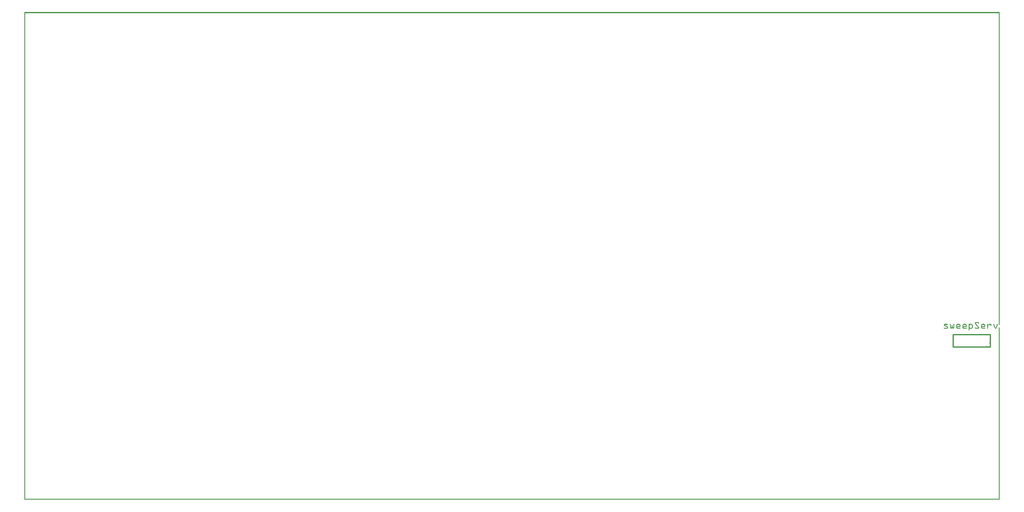
<source format=gbo>
G04 MADE WITH FRITZING*
G04 WWW.FRITZING.ORG*
G04 DOUBLE SIDED*
G04 HOLES PLATED*
G04 CONTOUR ON CENTER OF CONTOUR VECTOR*
%ASAXBY*%
%FSLAX23Y23*%
%MOIN*%
%OFA0B0*%
%SFA1.0B1.0*%
%ADD10C,0.010000*%
%ADD11R,0.001000X0.001000*%
%LNSILK0*%
G90*
G70*
G54D10*
X7797Y1236D02*
X7497Y1236D01*
D02*
X7497Y1236D02*
X7497Y1336D01*
D02*
X7497Y1336D02*
X7797Y1336D01*
D02*
X7797Y1336D02*
X7797Y1236D01*
G54D11*
X1Y3937D02*
X7874Y3937D01*
X1Y3936D02*
X7874Y3936D01*
X1Y3935D02*
X7874Y3935D01*
X1Y3934D02*
X7874Y3934D01*
X1Y3933D02*
X7874Y3933D01*
X1Y3932D02*
X7874Y3932D01*
X1Y3931D02*
X7874Y3931D01*
X1Y3930D02*
X7874Y3930D01*
X1Y3929D02*
X8Y3929D01*
X7867Y3929D02*
X7874Y3929D01*
X1Y3928D02*
X8Y3928D01*
X7867Y3928D02*
X7874Y3928D01*
X1Y3927D02*
X8Y3927D01*
X7867Y3927D02*
X7874Y3927D01*
X1Y3926D02*
X8Y3926D01*
X7867Y3926D02*
X7874Y3926D01*
X1Y3925D02*
X8Y3925D01*
X7867Y3925D02*
X7874Y3925D01*
X1Y3924D02*
X8Y3924D01*
X7867Y3924D02*
X7874Y3924D01*
X1Y3923D02*
X8Y3923D01*
X7867Y3923D02*
X7874Y3923D01*
X1Y3922D02*
X8Y3922D01*
X7867Y3922D02*
X7874Y3922D01*
X1Y3921D02*
X8Y3921D01*
X7867Y3921D02*
X7874Y3921D01*
X1Y3920D02*
X8Y3920D01*
X7867Y3920D02*
X7874Y3920D01*
X1Y3919D02*
X8Y3919D01*
X7867Y3919D02*
X7874Y3919D01*
X1Y3918D02*
X8Y3918D01*
X7867Y3918D02*
X7874Y3918D01*
X1Y3917D02*
X8Y3917D01*
X7867Y3917D02*
X7874Y3917D01*
X1Y3916D02*
X8Y3916D01*
X7867Y3916D02*
X7874Y3916D01*
X1Y3915D02*
X8Y3915D01*
X7867Y3915D02*
X7874Y3915D01*
X1Y3914D02*
X8Y3914D01*
X7867Y3914D02*
X7874Y3914D01*
X1Y3913D02*
X8Y3913D01*
X7867Y3913D02*
X7874Y3913D01*
X1Y3912D02*
X8Y3912D01*
X7867Y3912D02*
X7874Y3912D01*
X1Y3911D02*
X8Y3911D01*
X7867Y3911D02*
X7874Y3911D01*
X1Y3910D02*
X8Y3910D01*
X7867Y3910D02*
X7874Y3910D01*
X1Y3909D02*
X8Y3909D01*
X7867Y3909D02*
X7874Y3909D01*
X1Y3908D02*
X8Y3908D01*
X7867Y3908D02*
X7874Y3908D01*
X1Y3907D02*
X8Y3907D01*
X7867Y3907D02*
X7874Y3907D01*
X1Y3906D02*
X8Y3906D01*
X7867Y3906D02*
X7874Y3906D01*
X1Y3905D02*
X8Y3905D01*
X7867Y3905D02*
X7874Y3905D01*
X1Y3904D02*
X8Y3904D01*
X7867Y3904D02*
X7874Y3904D01*
X1Y3903D02*
X8Y3903D01*
X7867Y3903D02*
X7874Y3903D01*
X1Y3902D02*
X8Y3902D01*
X7867Y3902D02*
X7874Y3902D01*
X1Y3901D02*
X8Y3901D01*
X7867Y3901D02*
X7874Y3901D01*
X1Y3900D02*
X8Y3900D01*
X7867Y3900D02*
X7874Y3900D01*
X1Y3899D02*
X8Y3899D01*
X7867Y3899D02*
X7874Y3899D01*
X1Y3898D02*
X8Y3898D01*
X7867Y3898D02*
X7874Y3898D01*
X1Y3897D02*
X8Y3897D01*
X7867Y3897D02*
X7874Y3897D01*
X1Y3896D02*
X8Y3896D01*
X7867Y3896D02*
X7874Y3896D01*
X1Y3895D02*
X8Y3895D01*
X7867Y3895D02*
X7874Y3895D01*
X1Y3894D02*
X8Y3894D01*
X7867Y3894D02*
X7874Y3894D01*
X1Y3893D02*
X8Y3893D01*
X7867Y3893D02*
X7874Y3893D01*
X1Y3892D02*
X8Y3892D01*
X7867Y3892D02*
X7874Y3892D01*
X1Y3891D02*
X8Y3891D01*
X7867Y3891D02*
X7874Y3891D01*
X1Y3890D02*
X8Y3890D01*
X7867Y3890D02*
X7874Y3890D01*
X1Y3889D02*
X8Y3889D01*
X7867Y3889D02*
X7874Y3889D01*
X1Y3888D02*
X8Y3888D01*
X7867Y3888D02*
X7874Y3888D01*
X1Y3887D02*
X8Y3887D01*
X7867Y3887D02*
X7874Y3887D01*
X1Y3886D02*
X8Y3886D01*
X7867Y3886D02*
X7874Y3886D01*
X1Y3885D02*
X8Y3885D01*
X7867Y3885D02*
X7874Y3885D01*
X1Y3884D02*
X8Y3884D01*
X7867Y3884D02*
X7874Y3884D01*
X1Y3883D02*
X8Y3883D01*
X7867Y3883D02*
X7874Y3883D01*
X1Y3882D02*
X8Y3882D01*
X7867Y3882D02*
X7874Y3882D01*
X1Y3881D02*
X8Y3881D01*
X7867Y3881D02*
X7874Y3881D01*
X1Y3880D02*
X8Y3880D01*
X7867Y3880D02*
X7874Y3880D01*
X1Y3879D02*
X8Y3879D01*
X7867Y3879D02*
X7874Y3879D01*
X1Y3878D02*
X8Y3878D01*
X7867Y3878D02*
X7874Y3878D01*
X1Y3877D02*
X8Y3877D01*
X7867Y3877D02*
X7874Y3877D01*
X1Y3876D02*
X8Y3876D01*
X7867Y3876D02*
X7874Y3876D01*
X1Y3875D02*
X8Y3875D01*
X7867Y3875D02*
X7874Y3875D01*
X1Y3874D02*
X8Y3874D01*
X7867Y3874D02*
X7874Y3874D01*
X1Y3873D02*
X8Y3873D01*
X7867Y3873D02*
X7874Y3873D01*
X1Y3872D02*
X8Y3872D01*
X7867Y3872D02*
X7874Y3872D01*
X1Y3871D02*
X8Y3871D01*
X7867Y3871D02*
X7874Y3871D01*
X1Y3870D02*
X8Y3870D01*
X7867Y3870D02*
X7874Y3870D01*
X1Y3869D02*
X8Y3869D01*
X7867Y3869D02*
X7874Y3869D01*
X1Y3868D02*
X8Y3868D01*
X7867Y3868D02*
X7874Y3868D01*
X1Y3867D02*
X8Y3867D01*
X7867Y3867D02*
X7874Y3867D01*
X1Y3866D02*
X8Y3866D01*
X7867Y3866D02*
X7874Y3866D01*
X1Y3865D02*
X8Y3865D01*
X7867Y3865D02*
X7874Y3865D01*
X1Y3864D02*
X8Y3864D01*
X7867Y3864D02*
X7874Y3864D01*
X1Y3863D02*
X8Y3863D01*
X7867Y3863D02*
X7874Y3863D01*
X1Y3862D02*
X8Y3862D01*
X7867Y3862D02*
X7874Y3862D01*
X1Y3861D02*
X8Y3861D01*
X7867Y3861D02*
X7874Y3861D01*
X1Y3860D02*
X8Y3860D01*
X7867Y3860D02*
X7874Y3860D01*
X1Y3859D02*
X8Y3859D01*
X7867Y3859D02*
X7874Y3859D01*
X1Y3858D02*
X8Y3858D01*
X7867Y3858D02*
X7874Y3858D01*
X1Y3857D02*
X8Y3857D01*
X7867Y3857D02*
X7874Y3857D01*
X1Y3856D02*
X8Y3856D01*
X7867Y3856D02*
X7874Y3856D01*
X1Y3855D02*
X8Y3855D01*
X7867Y3855D02*
X7874Y3855D01*
X1Y3854D02*
X8Y3854D01*
X7867Y3854D02*
X7874Y3854D01*
X1Y3853D02*
X8Y3853D01*
X7867Y3853D02*
X7874Y3853D01*
X1Y3852D02*
X8Y3852D01*
X7867Y3852D02*
X7874Y3852D01*
X1Y3851D02*
X8Y3851D01*
X7867Y3851D02*
X7874Y3851D01*
X1Y3850D02*
X8Y3850D01*
X7867Y3850D02*
X7874Y3850D01*
X1Y3849D02*
X8Y3849D01*
X7867Y3849D02*
X7874Y3849D01*
X1Y3848D02*
X8Y3848D01*
X7867Y3848D02*
X7874Y3848D01*
X1Y3847D02*
X8Y3847D01*
X7867Y3847D02*
X7874Y3847D01*
X1Y3846D02*
X8Y3846D01*
X7867Y3846D02*
X7874Y3846D01*
X1Y3845D02*
X8Y3845D01*
X7867Y3845D02*
X7874Y3845D01*
X1Y3844D02*
X8Y3844D01*
X7867Y3844D02*
X7874Y3844D01*
X1Y3843D02*
X8Y3843D01*
X7867Y3843D02*
X7874Y3843D01*
X1Y3842D02*
X8Y3842D01*
X7867Y3842D02*
X7874Y3842D01*
X1Y3841D02*
X8Y3841D01*
X7867Y3841D02*
X7874Y3841D01*
X1Y3840D02*
X8Y3840D01*
X7867Y3840D02*
X7874Y3840D01*
X1Y3839D02*
X8Y3839D01*
X7867Y3839D02*
X7874Y3839D01*
X1Y3838D02*
X8Y3838D01*
X7867Y3838D02*
X7874Y3838D01*
X1Y3837D02*
X8Y3837D01*
X7867Y3837D02*
X7874Y3837D01*
X1Y3836D02*
X8Y3836D01*
X7867Y3836D02*
X7874Y3836D01*
X1Y3835D02*
X8Y3835D01*
X7867Y3835D02*
X7874Y3835D01*
X1Y3834D02*
X8Y3834D01*
X7867Y3834D02*
X7874Y3834D01*
X1Y3833D02*
X8Y3833D01*
X7867Y3833D02*
X7874Y3833D01*
X1Y3832D02*
X8Y3832D01*
X7867Y3832D02*
X7874Y3832D01*
X1Y3831D02*
X8Y3831D01*
X7867Y3831D02*
X7874Y3831D01*
X1Y3830D02*
X8Y3830D01*
X7867Y3830D02*
X7874Y3830D01*
X1Y3829D02*
X8Y3829D01*
X7867Y3829D02*
X7874Y3829D01*
X1Y3828D02*
X8Y3828D01*
X7867Y3828D02*
X7874Y3828D01*
X1Y3827D02*
X8Y3827D01*
X7867Y3827D02*
X7874Y3827D01*
X1Y3826D02*
X8Y3826D01*
X7867Y3826D02*
X7874Y3826D01*
X1Y3825D02*
X8Y3825D01*
X7867Y3825D02*
X7874Y3825D01*
X1Y3824D02*
X8Y3824D01*
X7867Y3824D02*
X7874Y3824D01*
X1Y3823D02*
X8Y3823D01*
X7867Y3823D02*
X7874Y3823D01*
X1Y3822D02*
X8Y3822D01*
X7867Y3822D02*
X7874Y3822D01*
X1Y3821D02*
X8Y3821D01*
X7867Y3821D02*
X7874Y3821D01*
X1Y3820D02*
X8Y3820D01*
X7867Y3820D02*
X7874Y3820D01*
X1Y3819D02*
X8Y3819D01*
X7867Y3819D02*
X7874Y3819D01*
X1Y3818D02*
X8Y3818D01*
X7867Y3818D02*
X7874Y3818D01*
X1Y3817D02*
X8Y3817D01*
X7867Y3817D02*
X7874Y3817D01*
X1Y3816D02*
X8Y3816D01*
X7867Y3816D02*
X7874Y3816D01*
X1Y3815D02*
X8Y3815D01*
X7867Y3815D02*
X7874Y3815D01*
X1Y3814D02*
X8Y3814D01*
X7867Y3814D02*
X7874Y3814D01*
X1Y3813D02*
X8Y3813D01*
X7867Y3813D02*
X7874Y3813D01*
X1Y3812D02*
X8Y3812D01*
X7867Y3812D02*
X7874Y3812D01*
X1Y3811D02*
X8Y3811D01*
X7867Y3811D02*
X7874Y3811D01*
X1Y3810D02*
X8Y3810D01*
X7867Y3810D02*
X7874Y3810D01*
X1Y3809D02*
X8Y3809D01*
X7867Y3809D02*
X7874Y3809D01*
X1Y3808D02*
X8Y3808D01*
X7867Y3808D02*
X7874Y3808D01*
X1Y3807D02*
X8Y3807D01*
X7867Y3807D02*
X7874Y3807D01*
X1Y3806D02*
X8Y3806D01*
X7867Y3806D02*
X7874Y3806D01*
X1Y3805D02*
X8Y3805D01*
X7867Y3805D02*
X7874Y3805D01*
X1Y3804D02*
X8Y3804D01*
X7867Y3804D02*
X7874Y3804D01*
X1Y3803D02*
X8Y3803D01*
X7867Y3803D02*
X7874Y3803D01*
X1Y3802D02*
X8Y3802D01*
X7867Y3802D02*
X7874Y3802D01*
X1Y3801D02*
X8Y3801D01*
X7867Y3801D02*
X7874Y3801D01*
X1Y3800D02*
X8Y3800D01*
X7867Y3800D02*
X7874Y3800D01*
X1Y3799D02*
X8Y3799D01*
X7867Y3799D02*
X7874Y3799D01*
X1Y3798D02*
X8Y3798D01*
X7867Y3798D02*
X7874Y3798D01*
X1Y3797D02*
X8Y3797D01*
X7867Y3797D02*
X7874Y3797D01*
X1Y3796D02*
X8Y3796D01*
X7867Y3796D02*
X7874Y3796D01*
X1Y3795D02*
X8Y3795D01*
X7867Y3795D02*
X7874Y3795D01*
X1Y3794D02*
X8Y3794D01*
X7867Y3794D02*
X7874Y3794D01*
X1Y3793D02*
X8Y3793D01*
X7867Y3793D02*
X7874Y3793D01*
X1Y3792D02*
X8Y3792D01*
X7867Y3792D02*
X7874Y3792D01*
X1Y3791D02*
X8Y3791D01*
X7867Y3791D02*
X7874Y3791D01*
X1Y3790D02*
X8Y3790D01*
X7867Y3790D02*
X7874Y3790D01*
X1Y3789D02*
X8Y3789D01*
X7867Y3789D02*
X7874Y3789D01*
X1Y3788D02*
X8Y3788D01*
X7867Y3788D02*
X7874Y3788D01*
X1Y3787D02*
X8Y3787D01*
X7867Y3787D02*
X7874Y3787D01*
X1Y3786D02*
X8Y3786D01*
X7867Y3786D02*
X7874Y3786D01*
X1Y3785D02*
X8Y3785D01*
X7867Y3785D02*
X7874Y3785D01*
X1Y3784D02*
X8Y3784D01*
X7867Y3784D02*
X7874Y3784D01*
X1Y3783D02*
X8Y3783D01*
X7867Y3783D02*
X7874Y3783D01*
X1Y3782D02*
X8Y3782D01*
X7867Y3782D02*
X7874Y3782D01*
X1Y3781D02*
X8Y3781D01*
X7867Y3781D02*
X7874Y3781D01*
X1Y3780D02*
X8Y3780D01*
X7867Y3780D02*
X7874Y3780D01*
X1Y3779D02*
X8Y3779D01*
X7867Y3779D02*
X7874Y3779D01*
X1Y3778D02*
X8Y3778D01*
X7867Y3778D02*
X7874Y3778D01*
X1Y3777D02*
X8Y3777D01*
X7867Y3777D02*
X7874Y3777D01*
X1Y3776D02*
X8Y3776D01*
X7867Y3776D02*
X7874Y3776D01*
X1Y3775D02*
X8Y3775D01*
X7867Y3775D02*
X7874Y3775D01*
X1Y3774D02*
X8Y3774D01*
X7867Y3774D02*
X7874Y3774D01*
X1Y3773D02*
X8Y3773D01*
X7867Y3773D02*
X7874Y3773D01*
X1Y3772D02*
X8Y3772D01*
X7867Y3772D02*
X7874Y3772D01*
X1Y3771D02*
X8Y3771D01*
X7867Y3771D02*
X7874Y3771D01*
X1Y3770D02*
X8Y3770D01*
X7867Y3770D02*
X7874Y3770D01*
X1Y3769D02*
X8Y3769D01*
X7867Y3769D02*
X7874Y3769D01*
X1Y3768D02*
X8Y3768D01*
X7867Y3768D02*
X7874Y3768D01*
X1Y3767D02*
X8Y3767D01*
X7867Y3767D02*
X7874Y3767D01*
X1Y3766D02*
X8Y3766D01*
X7867Y3766D02*
X7874Y3766D01*
X1Y3765D02*
X8Y3765D01*
X7867Y3765D02*
X7874Y3765D01*
X1Y3764D02*
X8Y3764D01*
X7867Y3764D02*
X7874Y3764D01*
X1Y3763D02*
X8Y3763D01*
X7867Y3763D02*
X7874Y3763D01*
X1Y3762D02*
X8Y3762D01*
X7867Y3762D02*
X7874Y3762D01*
X1Y3761D02*
X8Y3761D01*
X7867Y3761D02*
X7874Y3761D01*
X1Y3760D02*
X8Y3760D01*
X7867Y3760D02*
X7874Y3760D01*
X1Y3759D02*
X8Y3759D01*
X7867Y3759D02*
X7874Y3759D01*
X1Y3758D02*
X8Y3758D01*
X7867Y3758D02*
X7874Y3758D01*
X1Y3757D02*
X8Y3757D01*
X7867Y3757D02*
X7874Y3757D01*
X1Y3756D02*
X8Y3756D01*
X7867Y3756D02*
X7874Y3756D01*
X1Y3755D02*
X8Y3755D01*
X7867Y3755D02*
X7874Y3755D01*
X1Y3754D02*
X8Y3754D01*
X7867Y3754D02*
X7874Y3754D01*
X1Y3753D02*
X8Y3753D01*
X7867Y3753D02*
X7874Y3753D01*
X1Y3752D02*
X8Y3752D01*
X7867Y3752D02*
X7874Y3752D01*
X1Y3751D02*
X8Y3751D01*
X7867Y3751D02*
X7874Y3751D01*
X1Y3750D02*
X8Y3750D01*
X7867Y3750D02*
X7874Y3750D01*
X1Y3749D02*
X8Y3749D01*
X7867Y3749D02*
X7874Y3749D01*
X1Y3748D02*
X8Y3748D01*
X7867Y3748D02*
X7874Y3748D01*
X1Y3747D02*
X8Y3747D01*
X7867Y3747D02*
X7874Y3747D01*
X1Y3746D02*
X8Y3746D01*
X7867Y3746D02*
X7874Y3746D01*
X1Y3745D02*
X8Y3745D01*
X7867Y3745D02*
X7874Y3745D01*
X1Y3744D02*
X8Y3744D01*
X7867Y3744D02*
X7874Y3744D01*
X1Y3743D02*
X8Y3743D01*
X7867Y3743D02*
X7874Y3743D01*
X1Y3742D02*
X8Y3742D01*
X7867Y3742D02*
X7874Y3742D01*
X1Y3741D02*
X8Y3741D01*
X7867Y3741D02*
X7874Y3741D01*
X1Y3740D02*
X8Y3740D01*
X7867Y3740D02*
X7874Y3740D01*
X1Y3739D02*
X8Y3739D01*
X7867Y3739D02*
X7874Y3739D01*
X1Y3738D02*
X8Y3738D01*
X7867Y3738D02*
X7874Y3738D01*
X1Y3737D02*
X8Y3737D01*
X7867Y3737D02*
X7874Y3737D01*
X1Y3736D02*
X8Y3736D01*
X7867Y3736D02*
X7874Y3736D01*
X1Y3735D02*
X8Y3735D01*
X7867Y3735D02*
X7874Y3735D01*
X1Y3734D02*
X8Y3734D01*
X7867Y3734D02*
X7874Y3734D01*
X1Y3733D02*
X8Y3733D01*
X7867Y3733D02*
X7874Y3733D01*
X1Y3732D02*
X8Y3732D01*
X7867Y3732D02*
X7874Y3732D01*
X1Y3731D02*
X8Y3731D01*
X7867Y3731D02*
X7874Y3731D01*
X1Y3730D02*
X8Y3730D01*
X7867Y3730D02*
X7874Y3730D01*
X1Y3729D02*
X8Y3729D01*
X7867Y3729D02*
X7874Y3729D01*
X1Y3728D02*
X8Y3728D01*
X7867Y3728D02*
X7874Y3728D01*
X1Y3727D02*
X8Y3727D01*
X7867Y3727D02*
X7874Y3727D01*
X1Y3726D02*
X8Y3726D01*
X7867Y3726D02*
X7874Y3726D01*
X1Y3725D02*
X8Y3725D01*
X7867Y3725D02*
X7874Y3725D01*
X1Y3724D02*
X8Y3724D01*
X7867Y3724D02*
X7874Y3724D01*
X1Y3723D02*
X8Y3723D01*
X7867Y3723D02*
X7874Y3723D01*
X1Y3722D02*
X8Y3722D01*
X7867Y3722D02*
X7874Y3722D01*
X1Y3721D02*
X8Y3721D01*
X7867Y3721D02*
X7874Y3721D01*
X1Y3720D02*
X8Y3720D01*
X7867Y3720D02*
X7874Y3720D01*
X1Y3719D02*
X8Y3719D01*
X7867Y3719D02*
X7874Y3719D01*
X1Y3718D02*
X8Y3718D01*
X7867Y3718D02*
X7874Y3718D01*
X1Y3717D02*
X8Y3717D01*
X7867Y3717D02*
X7874Y3717D01*
X1Y3716D02*
X8Y3716D01*
X7867Y3716D02*
X7874Y3716D01*
X1Y3715D02*
X8Y3715D01*
X7867Y3715D02*
X7874Y3715D01*
X1Y3714D02*
X8Y3714D01*
X7867Y3714D02*
X7874Y3714D01*
X1Y3713D02*
X8Y3713D01*
X7867Y3713D02*
X7874Y3713D01*
X1Y3712D02*
X8Y3712D01*
X7867Y3712D02*
X7874Y3712D01*
X1Y3711D02*
X8Y3711D01*
X7867Y3711D02*
X7874Y3711D01*
X1Y3710D02*
X8Y3710D01*
X7867Y3710D02*
X7874Y3710D01*
X1Y3709D02*
X8Y3709D01*
X7867Y3709D02*
X7874Y3709D01*
X1Y3708D02*
X8Y3708D01*
X7867Y3708D02*
X7874Y3708D01*
X1Y3707D02*
X8Y3707D01*
X7867Y3707D02*
X7874Y3707D01*
X1Y3706D02*
X8Y3706D01*
X7867Y3706D02*
X7874Y3706D01*
X1Y3705D02*
X8Y3705D01*
X7867Y3705D02*
X7874Y3705D01*
X1Y3704D02*
X8Y3704D01*
X7867Y3704D02*
X7874Y3704D01*
X1Y3703D02*
X8Y3703D01*
X7867Y3703D02*
X7874Y3703D01*
X1Y3702D02*
X8Y3702D01*
X7867Y3702D02*
X7874Y3702D01*
X1Y3701D02*
X8Y3701D01*
X7867Y3701D02*
X7874Y3701D01*
X1Y3700D02*
X8Y3700D01*
X7867Y3700D02*
X7874Y3700D01*
X1Y3699D02*
X8Y3699D01*
X7867Y3699D02*
X7874Y3699D01*
X1Y3698D02*
X8Y3698D01*
X7867Y3698D02*
X7874Y3698D01*
X1Y3697D02*
X8Y3697D01*
X7867Y3697D02*
X7874Y3697D01*
X1Y3696D02*
X8Y3696D01*
X7867Y3696D02*
X7874Y3696D01*
X1Y3695D02*
X8Y3695D01*
X7867Y3695D02*
X7874Y3695D01*
X1Y3694D02*
X8Y3694D01*
X7867Y3694D02*
X7874Y3694D01*
X1Y3693D02*
X8Y3693D01*
X7867Y3693D02*
X7874Y3693D01*
X1Y3692D02*
X8Y3692D01*
X7867Y3692D02*
X7874Y3692D01*
X1Y3691D02*
X8Y3691D01*
X7867Y3691D02*
X7874Y3691D01*
X1Y3690D02*
X8Y3690D01*
X7867Y3690D02*
X7874Y3690D01*
X1Y3689D02*
X8Y3689D01*
X7867Y3689D02*
X7874Y3689D01*
X1Y3688D02*
X8Y3688D01*
X7867Y3688D02*
X7874Y3688D01*
X1Y3687D02*
X8Y3687D01*
X7867Y3687D02*
X7874Y3687D01*
X1Y3686D02*
X8Y3686D01*
X7867Y3686D02*
X7874Y3686D01*
X1Y3685D02*
X8Y3685D01*
X7867Y3685D02*
X7874Y3685D01*
X1Y3684D02*
X8Y3684D01*
X7867Y3684D02*
X7874Y3684D01*
X1Y3683D02*
X8Y3683D01*
X7867Y3683D02*
X7874Y3683D01*
X1Y3682D02*
X8Y3682D01*
X7867Y3682D02*
X7874Y3682D01*
X1Y3681D02*
X8Y3681D01*
X7867Y3681D02*
X7874Y3681D01*
X1Y3680D02*
X8Y3680D01*
X7867Y3680D02*
X7874Y3680D01*
X1Y3679D02*
X8Y3679D01*
X7867Y3679D02*
X7874Y3679D01*
X1Y3678D02*
X8Y3678D01*
X7867Y3678D02*
X7874Y3678D01*
X1Y3677D02*
X8Y3677D01*
X7867Y3677D02*
X7874Y3677D01*
X1Y3676D02*
X8Y3676D01*
X7867Y3676D02*
X7874Y3676D01*
X1Y3675D02*
X8Y3675D01*
X7867Y3675D02*
X7874Y3675D01*
X1Y3674D02*
X8Y3674D01*
X7867Y3674D02*
X7874Y3674D01*
X1Y3673D02*
X8Y3673D01*
X7867Y3673D02*
X7874Y3673D01*
X1Y3672D02*
X8Y3672D01*
X7867Y3672D02*
X7874Y3672D01*
X1Y3671D02*
X8Y3671D01*
X7867Y3671D02*
X7874Y3671D01*
X1Y3670D02*
X8Y3670D01*
X7867Y3670D02*
X7874Y3670D01*
X1Y3669D02*
X8Y3669D01*
X7867Y3669D02*
X7874Y3669D01*
X1Y3668D02*
X8Y3668D01*
X7867Y3668D02*
X7874Y3668D01*
X1Y3667D02*
X8Y3667D01*
X7867Y3667D02*
X7874Y3667D01*
X1Y3666D02*
X8Y3666D01*
X7867Y3666D02*
X7874Y3666D01*
X1Y3665D02*
X8Y3665D01*
X7867Y3665D02*
X7874Y3665D01*
X1Y3664D02*
X8Y3664D01*
X7867Y3664D02*
X7874Y3664D01*
X1Y3663D02*
X8Y3663D01*
X7867Y3663D02*
X7874Y3663D01*
X1Y3662D02*
X8Y3662D01*
X7867Y3662D02*
X7874Y3662D01*
X1Y3661D02*
X8Y3661D01*
X7867Y3661D02*
X7874Y3661D01*
X1Y3660D02*
X8Y3660D01*
X7867Y3660D02*
X7874Y3660D01*
X1Y3659D02*
X8Y3659D01*
X7867Y3659D02*
X7874Y3659D01*
X1Y3658D02*
X8Y3658D01*
X7867Y3658D02*
X7874Y3658D01*
X1Y3657D02*
X8Y3657D01*
X7867Y3657D02*
X7874Y3657D01*
X1Y3656D02*
X8Y3656D01*
X7867Y3656D02*
X7874Y3656D01*
X1Y3655D02*
X8Y3655D01*
X7867Y3655D02*
X7874Y3655D01*
X1Y3654D02*
X8Y3654D01*
X7867Y3654D02*
X7874Y3654D01*
X1Y3653D02*
X8Y3653D01*
X7867Y3653D02*
X7874Y3653D01*
X1Y3652D02*
X8Y3652D01*
X7867Y3652D02*
X7874Y3652D01*
X1Y3651D02*
X8Y3651D01*
X7867Y3651D02*
X7874Y3651D01*
X1Y3650D02*
X8Y3650D01*
X7867Y3650D02*
X7874Y3650D01*
X1Y3649D02*
X8Y3649D01*
X7867Y3649D02*
X7874Y3649D01*
X1Y3648D02*
X8Y3648D01*
X7867Y3648D02*
X7874Y3648D01*
X1Y3647D02*
X8Y3647D01*
X7867Y3647D02*
X7874Y3647D01*
X1Y3646D02*
X8Y3646D01*
X7867Y3646D02*
X7874Y3646D01*
X1Y3645D02*
X8Y3645D01*
X7867Y3645D02*
X7874Y3645D01*
X1Y3644D02*
X8Y3644D01*
X7867Y3644D02*
X7874Y3644D01*
X1Y3643D02*
X8Y3643D01*
X7867Y3643D02*
X7874Y3643D01*
X1Y3642D02*
X8Y3642D01*
X7867Y3642D02*
X7874Y3642D01*
X1Y3641D02*
X8Y3641D01*
X7867Y3641D02*
X7874Y3641D01*
X1Y3640D02*
X8Y3640D01*
X7867Y3640D02*
X7874Y3640D01*
X1Y3639D02*
X8Y3639D01*
X7867Y3639D02*
X7874Y3639D01*
X1Y3638D02*
X8Y3638D01*
X7867Y3638D02*
X7874Y3638D01*
X1Y3637D02*
X8Y3637D01*
X7867Y3637D02*
X7874Y3637D01*
X1Y3636D02*
X8Y3636D01*
X7867Y3636D02*
X7874Y3636D01*
X1Y3635D02*
X8Y3635D01*
X7867Y3635D02*
X7874Y3635D01*
X1Y3634D02*
X8Y3634D01*
X7867Y3634D02*
X7874Y3634D01*
X1Y3633D02*
X8Y3633D01*
X7867Y3633D02*
X7874Y3633D01*
X1Y3632D02*
X8Y3632D01*
X7867Y3632D02*
X7874Y3632D01*
X1Y3631D02*
X8Y3631D01*
X7867Y3631D02*
X7874Y3631D01*
X1Y3630D02*
X8Y3630D01*
X7867Y3630D02*
X7874Y3630D01*
X1Y3629D02*
X8Y3629D01*
X7867Y3629D02*
X7874Y3629D01*
X1Y3628D02*
X8Y3628D01*
X7867Y3628D02*
X7874Y3628D01*
X1Y3627D02*
X8Y3627D01*
X7867Y3627D02*
X7874Y3627D01*
X1Y3626D02*
X8Y3626D01*
X7867Y3626D02*
X7874Y3626D01*
X1Y3625D02*
X8Y3625D01*
X7867Y3625D02*
X7874Y3625D01*
X1Y3624D02*
X8Y3624D01*
X7867Y3624D02*
X7874Y3624D01*
X1Y3623D02*
X8Y3623D01*
X7867Y3623D02*
X7874Y3623D01*
X1Y3622D02*
X8Y3622D01*
X7867Y3622D02*
X7874Y3622D01*
X1Y3621D02*
X8Y3621D01*
X7867Y3621D02*
X7874Y3621D01*
X1Y3620D02*
X8Y3620D01*
X7867Y3620D02*
X7874Y3620D01*
X1Y3619D02*
X8Y3619D01*
X7867Y3619D02*
X7874Y3619D01*
X1Y3618D02*
X8Y3618D01*
X7867Y3618D02*
X7874Y3618D01*
X1Y3617D02*
X8Y3617D01*
X7867Y3617D02*
X7874Y3617D01*
X1Y3616D02*
X8Y3616D01*
X7867Y3616D02*
X7874Y3616D01*
X1Y3615D02*
X8Y3615D01*
X7867Y3615D02*
X7874Y3615D01*
X1Y3614D02*
X8Y3614D01*
X7867Y3614D02*
X7874Y3614D01*
X1Y3613D02*
X8Y3613D01*
X7867Y3613D02*
X7874Y3613D01*
X1Y3612D02*
X8Y3612D01*
X7867Y3612D02*
X7874Y3612D01*
X1Y3611D02*
X8Y3611D01*
X7867Y3611D02*
X7874Y3611D01*
X1Y3610D02*
X8Y3610D01*
X7867Y3610D02*
X7874Y3610D01*
X1Y3609D02*
X8Y3609D01*
X7867Y3609D02*
X7874Y3609D01*
X1Y3608D02*
X8Y3608D01*
X7867Y3608D02*
X7874Y3608D01*
X1Y3607D02*
X8Y3607D01*
X7867Y3607D02*
X7874Y3607D01*
X1Y3606D02*
X8Y3606D01*
X7867Y3606D02*
X7874Y3606D01*
X1Y3605D02*
X8Y3605D01*
X7867Y3605D02*
X7874Y3605D01*
X1Y3604D02*
X8Y3604D01*
X7867Y3604D02*
X7874Y3604D01*
X1Y3603D02*
X8Y3603D01*
X7867Y3603D02*
X7874Y3603D01*
X1Y3602D02*
X8Y3602D01*
X7867Y3602D02*
X7874Y3602D01*
X1Y3601D02*
X8Y3601D01*
X7867Y3601D02*
X7874Y3601D01*
X1Y3600D02*
X8Y3600D01*
X7867Y3600D02*
X7874Y3600D01*
X1Y3599D02*
X8Y3599D01*
X7867Y3599D02*
X7874Y3599D01*
X1Y3598D02*
X8Y3598D01*
X7867Y3598D02*
X7874Y3598D01*
X1Y3597D02*
X8Y3597D01*
X7867Y3597D02*
X7874Y3597D01*
X1Y3596D02*
X8Y3596D01*
X7867Y3596D02*
X7874Y3596D01*
X1Y3595D02*
X8Y3595D01*
X7867Y3595D02*
X7874Y3595D01*
X1Y3594D02*
X8Y3594D01*
X7867Y3594D02*
X7874Y3594D01*
X1Y3593D02*
X8Y3593D01*
X7867Y3593D02*
X7874Y3593D01*
X1Y3592D02*
X8Y3592D01*
X7867Y3592D02*
X7874Y3592D01*
X1Y3591D02*
X8Y3591D01*
X7867Y3591D02*
X7874Y3591D01*
X1Y3590D02*
X8Y3590D01*
X7867Y3590D02*
X7874Y3590D01*
X1Y3589D02*
X8Y3589D01*
X7867Y3589D02*
X7874Y3589D01*
X1Y3588D02*
X8Y3588D01*
X7867Y3588D02*
X7874Y3588D01*
X1Y3587D02*
X8Y3587D01*
X7867Y3587D02*
X7874Y3587D01*
X1Y3586D02*
X8Y3586D01*
X7867Y3586D02*
X7874Y3586D01*
X1Y3585D02*
X8Y3585D01*
X7867Y3585D02*
X7874Y3585D01*
X1Y3584D02*
X8Y3584D01*
X7867Y3584D02*
X7874Y3584D01*
X1Y3583D02*
X8Y3583D01*
X7867Y3583D02*
X7874Y3583D01*
X1Y3582D02*
X8Y3582D01*
X7867Y3582D02*
X7874Y3582D01*
X1Y3581D02*
X8Y3581D01*
X7867Y3581D02*
X7874Y3581D01*
X1Y3580D02*
X8Y3580D01*
X7867Y3580D02*
X7874Y3580D01*
X1Y3579D02*
X8Y3579D01*
X7867Y3579D02*
X7874Y3579D01*
X1Y3578D02*
X8Y3578D01*
X7867Y3578D02*
X7874Y3578D01*
X1Y3577D02*
X8Y3577D01*
X7867Y3577D02*
X7874Y3577D01*
X1Y3576D02*
X8Y3576D01*
X7867Y3576D02*
X7874Y3576D01*
X1Y3575D02*
X8Y3575D01*
X7867Y3575D02*
X7874Y3575D01*
X1Y3574D02*
X8Y3574D01*
X7867Y3574D02*
X7874Y3574D01*
X1Y3573D02*
X8Y3573D01*
X7867Y3573D02*
X7874Y3573D01*
X1Y3572D02*
X8Y3572D01*
X7867Y3572D02*
X7874Y3572D01*
X1Y3571D02*
X8Y3571D01*
X7867Y3571D02*
X7874Y3571D01*
X1Y3570D02*
X8Y3570D01*
X7867Y3570D02*
X7874Y3570D01*
X1Y3569D02*
X8Y3569D01*
X7867Y3569D02*
X7874Y3569D01*
X1Y3568D02*
X8Y3568D01*
X7867Y3568D02*
X7874Y3568D01*
X1Y3567D02*
X8Y3567D01*
X7867Y3567D02*
X7874Y3567D01*
X1Y3566D02*
X8Y3566D01*
X7867Y3566D02*
X7874Y3566D01*
X1Y3565D02*
X8Y3565D01*
X7867Y3565D02*
X7874Y3565D01*
X1Y3564D02*
X8Y3564D01*
X7867Y3564D02*
X7874Y3564D01*
X1Y3563D02*
X8Y3563D01*
X7867Y3563D02*
X7874Y3563D01*
X1Y3562D02*
X8Y3562D01*
X7867Y3562D02*
X7874Y3562D01*
X1Y3561D02*
X8Y3561D01*
X7867Y3561D02*
X7874Y3561D01*
X1Y3560D02*
X8Y3560D01*
X7867Y3560D02*
X7874Y3560D01*
X1Y3559D02*
X8Y3559D01*
X7867Y3559D02*
X7874Y3559D01*
X1Y3558D02*
X8Y3558D01*
X7867Y3558D02*
X7874Y3558D01*
X1Y3557D02*
X8Y3557D01*
X7867Y3557D02*
X7874Y3557D01*
X1Y3556D02*
X8Y3556D01*
X7867Y3556D02*
X7874Y3556D01*
X1Y3555D02*
X8Y3555D01*
X7867Y3555D02*
X7874Y3555D01*
X1Y3554D02*
X8Y3554D01*
X7867Y3554D02*
X7874Y3554D01*
X1Y3553D02*
X8Y3553D01*
X7867Y3553D02*
X7874Y3553D01*
X1Y3552D02*
X8Y3552D01*
X7867Y3552D02*
X7874Y3552D01*
X1Y3551D02*
X8Y3551D01*
X7867Y3551D02*
X7874Y3551D01*
X1Y3550D02*
X8Y3550D01*
X7867Y3550D02*
X7874Y3550D01*
X1Y3549D02*
X8Y3549D01*
X7867Y3549D02*
X7874Y3549D01*
X1Y3548D02*
X8Y3548D01*
X7867Y3548D02*
X7874Y3548D01*
X1Y3547D02*
X8Y3547D01*
X7867Y3547D02*
X7874Y3547D01*
X1Y3546D02*
X8Y3546D01*
X7867Y3546D02*
X7874Y3546D01*
X1Y3545D02*
X8Y3545D01*
X7867Y3545D02*
X7874Y3545D01*
X1Y3544D02*
X8Y3544D01*
X7867Y3544D02*
X7874Y3544D01*
X1Y3543D02*
X8Y3543D01*
X7867Y3543D02*
X7874Y3543D01*
X1Y3542D02*
X8Y3542D01*
X7867Y3542D02*
X7874Y3542D01*
X1Y3541D02*
X8Y3541D01*
X7867Y3541D02*
X7874Y3541D01*
X1Y3540D02*
X8Y3540D01*
X7867Y3540D02*
X7874Y3540D01*
X1Y3539D02*
X8Y3539D01*
X7867Y3539D02*
X7874Y3539D01*
X1Y3538D02*
X8Y3538D01*
X7867Y3538D02*
X7874Y3538D01*
X1Y3537D02*
X8Y3537D01*
X7867Y3537D02*
X7874Y3537D01*
X1Y3536D02*
X8Y3536D01*
X7867Y3536D02*
X7874Y3536D01*
X1Y3535D02*
X8Y3535D01*
X7867Y3535D02*
X7874Y3535D01*
X1Y3534D02*
X8Y3534D01*
X7867Y3534D02*
X7874Y3534D01*
X1Y3533D02*
X8Y3533D01*
X7867Y3533D02*
X7874Y3533D01*
X1Y3532D02*
X8Y3532D01*
X7867Y3532D02*
X7874Y3532D01*
X1Y3531D02*
X8Y3531D01*
X7867Y3531D02*
X7874Y3531D01*
X1Y3530D02*
X8Y3530D01*
X7867Y3530D02*
X7874Y3530D01*
X1Y3529D02*
X8Y3529D01*
X7867Y3529D02*
X7874Y3529D01*
X1Y3528D02*
X8Y3528D01*
X7867Y3528D02*
X7874Y3528D01*
X1Y3527D02*
X8Y3527D01*
X7867Y3527D02*
X7874Y3527D01*
X1Y3526D02*
X8Y3526D01*
X7867Y3526D02*
X7874Y3526D01*
X1Y3525D02*
X8Y3525D01*
X7867Y3525D02*
X7874Y3525D01*
X1Y3524D02*
X8Y3524D01*
X7867Y3524D02*
X7874Y3524D01*
X1Y3523D02*
X8Y3523D01*
X7867Y3523D02*
X7874Y3523D01*
X1Y3522D02*
X8Y3522D01*
X7867Y3522D02*
X7874Y3522D01*
X1Y3521D02*
X8Y3521D01*
X7867Y3521D02*
X7874Y3521D01*
X1Y3520D02*
X8Y3520D01*
X7867Y3520D02*
X7874Y3520D01*
X1Y3519D02*
X8Y3519D01*
X7867Y3519D02*
X7874Y3519D01*
X1Y3518D02*
X8Y3518D01*
X7867Y3518D02*
X7874Y3518D01*
X1Y3517D02*
X8Y3517D01*
X7867Y3517D02*
X7874Y3517D01*
X1Y3516D02*
X8Y3516D01*
X7867Y3516D02*
X7874Y3516D01*
X1Y3515D02*
X8Y3515D01*
X7867Y3515D02*
X7874Y3515D01*
X1Y3514D02*
X8Y3514D01*
X7867Y3514D02*
X7874Y3514D01*
X1Y3513D02*
X8Y3513D01*
X7867Y3513D02*
X7874Y3513D01*
X1Y3512D02*
X8Y3512D01*
X7867Y3512D02*
X7874Y3512D01*
X1Y3511D02*
X8Y3511D01*
X7867Y3511D02*
X7874Y3511D01*
X1Y3510D02*
X8Y3510D01*
X7867Y3510D02*
X7874Y3510D01*
X1Y3509D02*
X8Y3509D01*
X7867Y3509D02*
X7874Y3509D01*
X1Y3508D02*
X8Y3508D01*
X7867Y3508D02*
X7874Y3508D01*
X1Y3507D02*
X8Y3507D01*
X7867Y3507D02*
X7874Y3507D01*
X1Y3506D02*
X8Y3506D01*
X7867Y3506D02*
X7874Y3506D01*
X1Y3505D02*
X8Y3505D01*
X7867Y3505D02*
X7874Y3505D01*
X1Y3504D02*
X8Y3504D01*
X7867Y3504D02*
X7874Y3504D01*
X1Y3503D02*
X8Y3503D01*
X7867Y3503D02*
X7874Y3503D01*
X1Y3502D02*
X8Y3502D01*
X7867Y3502D02*
X7874Y3502D01*
X1Y3501D02*
X8Y3501D01*
X7867Y3501D02*
X7874Y3501D01*
X1Y3500D02*
X8Y3500D01*
X7867Y3500D02*
X7874Y3500D01*
X1Y3499D02*
X8Y3499D01*
X7867Y3499D02*
X7874Y3499D01*
X1Y3498D02*
X8Y3498D01*
X7867Y3498D02*
X7874Y3498D01*
X1Y3497D02*
X8Y3497D01*
X7867Y3497D02*
X7874Y3497D01*
X1Y3496D02*
X8Y3496D01*
X7867Y3496D02*
X7874Y3496D01*
X1Y3495D02*
X8Y3495D01*
X7867Y3495D02*
X7874Y3495D01*
X1Y3494D02*
X8Y3494D01*
X7867Y3494D02*
X7874Y3494D01*
X1Y3493D02*
X8Y3493D01*
X7867Y3493D02*
X7874Y3493D01*
X1Y3492D02*
X8Y3492D01*
X7867Y3492D02*
X7874Y3492D01*
X1Y3491D02*
X8Y3491D01*
X7867Y3491D02*
X7874Y3491D01*
X1Y3490D02*
X8Y3490D01*
X7867Y3490D02*
X7874Y3490D01*
X1Y3489D02*
X8Y3489D01*
X7867Y3489D02*
X7874Y3489D01*
X1Y3488D02*
X8Y3488D01*
X7867Y3488D02*
X7874Y3488D01*
X1Y3487D02*
X8Y3487D01*
X7867Y3487D02*
X7874Y3487D01*
X1Y3486D02*
X8Y3486D01*
X7867Y3486D02*
X7874Y3486D01*
X1Y3485D02*
X8Y3485D01*
X7867Y3485D02*
X7874Y3485D01*
X1Y3484D02*
X8Y3484D01*
X7867Y3484D02*
X7874Y3484D01*
X1Y3483D02*
X8Y3483D01*
X7867Y3483D02*
X7874Y3483D01*
X1Y3482D02*
X8Y3482D01*
X7867Y3482D02*
X7874Y3482D01*
X1Y3481D02*
X8Y3481D01*
X7867Y3481D02*
X7874Y3481D01*
X1Y3480D02*
X8Y3480D01*
X7867Y3480D02*
X7874Y3480D01*
X1Y3479D02*
X8Y3479D01*
X7867Y3479D02*
X7874Y3479D01*
X1Y3478D02*
X8Y3478D01*
X7867Y3478D02*
X7874Y3478D01*
X1Y3477D02*
X8Y3477D01*
X7867Y3477D02*
X7874Y3477D01*
X1Y3476D02*
X8Y3476D01*
X7867Y3476D02*
X7874Y3476D01*
X1Y3475D02*
X8Y3475D01*
X7867Y3475D02*
X7874Y3475D01*
X1Y3474D02*
X8Y3474D01*
X7867Y3474D02*
X7874Y3474D01*
X1Y3473D02*
X8Y3473D01*
X7867Y3473D02*
X7874Y3473D01*
X1Y3472D02*
X8Y3472D01*
X7867Y3472D02*
X7874Y3472D01*
X1Y3471D02*
X8Y3471D01*
X7867Y3471D02*
X7874Y3471D01*
X1Y3470D02*
X8Y3470D01*
X7867Y3470D02*
X7874Y3470D01*
X1Y3469D02*
X8Y3469D01*
X7867Y3469D02*
X7874Y3469D01*
X1Y3468D02*
X8Y3468D01*
X7867Y3468D02*
X7874Y3468D01*
X1Y3467D02*
X8Y3467D01*
X7867Y3467D02*
X7874Y3467D01*
X1Y3466D02*
X8Y3466D01*
X7867Y3466D02*
X7874Y3466D01*
X1Y3465D02*
X8Y3465D01*
X7867Y3465D02*
X7874Y3465D01*
X1Y3464D02*
X8Y3464D01*
X7867Y3464D02*
X7874Y3464D01*
X1Y3463D02*
X8Y3463D01*
X7867Y3463D02*
X7874Y3463D01*
X1Y3462D02*
X8Y3462D01*
X7867Y3462D02*
X7874Y3462D01*
X1Y3461D02*
X8Y3461D01*
X7867Y3461D02*
X7874Y3461D01*
X1Y3460D02*
X8Y3460D01*
X7867Y3460D02*
X7874Y3460D01*
X1Y3459D02*
X8Y3459D01*
X7867Y3459D02*
X7874Y3459D01*
X1Y3458D02*
X8Y3458D01*
X7867Y3458D02*
X7874Y3458D01*
X1Y3457D02*
X8Y3457D01*
X7867Y3457D02*
X7874Y3457D01*
X1Y3456D02*
X8Y3456D01*
X7867Y3456D02*
X7874Y3456D01*
X1Y3455D02*
X8Y3455D01*
X7867Y3455D02*
X7874Y3455D01*
X1Y3454D02*
X8Y3454D01*
X7867Y3454D02*
X7874Y3454D01*
X1Y3453D02*
X8Y3453D01*
X7867Y3453D02*
X7874Y3453D01*
X1Y3452D02*
X8Y3452D01*
X7867Y3452D02*
X7874Y3452D01*
X1Y3451D02*
X8Y3451D01*
X7867Y3451D02*
X7874Y3451D01*
X1Y3450D02*
X8Y3450D01*
X7867Y3450D02*
X7874Y3450D01*
X1Y3449D02*
X8Y3449D01*
X7867Y3449D02*
X7874Y3449D01*
X1Y3448D02*
X8Y3448D01*
X7867Y3448D02*
X7874Y3448D01*
X1Y3447D02*
X8Y3447D01*
X7867Y3447D02*
X7874Y3447D01*
X1Y3446D02*
X8Y3446D01*
X7867Y3446D02*
X7874Y3446D01*
X1Y3445D02*
X8Y3445D01*
X7867Y3445D02*
X7874Y3445D01*
X1Y3444D02*
X8Y3444D01*
X7867Y3444D02*
X7874Y3444D01*
X1Y3443D02*
X8Y3443D01*
X7867Y3443D02*
X7874Y3443D01*
X1Y3442D02*
X8Y3442D01*
X7867Y3442D02*
X7874Y3442D01*
X1Y3441D02*
X8Y3441D01*
X7867Y3441D02*
X7874Y3441D01*
X1Y3440D02*
X8Y3440D01*
X7867Y3440D02*
X7874Y3440D01*
X1Y3439D02*
X8Y3439D01*
X7867Y3439D02*
X7874Y3439D01*
X1Y3438D02*
X8Y3438D01*
X7867Y3438D02*
X7874Y3438D01*
X1Y3437D02*
X8Y3437D01*
X7867Y3437D02*
X7874Y3437D01*
X1Y3436D02*
X8Y3436D01*
X7867Y3436D02*
X7874Y3436D01*
X1Y3435D02*
X8Y3435D01*
X7867Y3435D02*
X7874Y3435D01*
X1Y3434D02*
X8Y3434D01*
X7867Y3434D02*
X7874Y3434D01*
X1Y3433D02*
X8Y3433D01*
X7867Y3433D02*
X7874Y3433D01*
X1Y3432D02*
X8Y3432D01*
X7867Y3432D02*
X7874Y3432D01*
X1Y3431D02*
X8Y3431D01*
X7867Y3431D02*
X7874Y3431D01*
X1Y3430D02*
X8Y3430D01*
X7867Y3430D02*
X7874Y3430D01*
X1Y3429D02*
X8Y3429D01*
X7867Y3429D02*
X7874Y3429D01*
X1Y3428D02*
X8Y3428D01*
X7867Y3428D02*
X7874Y3428D01*
X1Y3427D02*
X8Y3427D01*
X7867Y3427D02*
X7874Y3427D01*
X1Y3426D02*
X8Y3426D01*
X7867Y3426D02*
X7874Y3426D01*
X1Y3425D02*
X8Y3425D01*
X7867Y3425D02*
X7874Y3425D01*
X1Y3424D02*
X8Y3424D01*
X7867Y3424D02*
X7874Y3424D01*
X1Y3423D02*
X8Y3423D01*
X7867Y3423D02*
X7874Y3423D01*
X1Y3422D02*
X8Y3422D01*
X7867Y3422D02*
X7874Y3422D01*
X1Y3421D02*
X8Y3421D01*
X7867Y3421D02*
X7874Y3421D01*
X1Y3420D02*
X8Y3420D01*
X7867Y3420D02*
X7874Y3420D01*
X1Y3419D02*
X8Y3419D01*
X7867Y3419D02*
X7874Y3419D01*
X1Y3418D02*
X8Y3418D01*
X7867Y3418D02*
X7874Y3418D01*
X1Y3417D02*
X8Y3417D01*
X7867Y3417D02*
X7874Y3417D01*
X1Y3416D02*
X8Y3416D01*
X7867Y3416D02*
X7874Y3416D01*
X1Y3415D02*
X8Y3415D01*
X7867Y3415D02*
X7874Y3415D01*
X1Y3414D02*
X8Y3414D01*
X7867Y3414D02*
X7874Y3414D01*
X1Y3413D02*
X8Y3413D01*
X7867Y3413D02*
X7874Y3413D01*
X1Y3412D02*
X8Y3412D01*
X7867Y3412D02*
X7874Y3412D01*
X1Y3411D02*
X8Y3411D01*
X7867Y3411D02*
X7874Y3411D01*
X1Y3410D02*
X8Y3410D01*
X7867Y3410D02*
X7874Y3410D01*
X1Y3409D02*
X8Y3409D01*
X7867Y3409D02*
X7874Y3409D01*
X1Y3408D02*
X8Y3408D01*
X7867Y3408D02*
X7874Y3408D01*
X1Y3407D02*
X8Y3407D01*
X7867Y3407D02*
X7874Y3407D01*
X1Y3406D02*
X8Y3406D01*
X7867Y3406D02*
X7874Y3406D01*
X1Y3405D02*
X8Y3405D01*
X7867Y3405D02*
X7874Y3405D01*
X1Y3404D02*
X8Y3404D01*
X7867Y3404D02*
X7874Y3404D01*
X1Y3403D02*
X8Y3403D01*
X7867Y3403D02*
X7874Y3403D01*
X1Y3402D02*
X8Y3402D01*
X7867Y3402D02*
X7874Y3402D01*
X1Y3401D02*
X8Y3401D01*
X7867Y3401D02*
X7874Y3401D01*
X1Y3400D02*
X8Y3400D01*
X7867Y3400D02*
X7874Y3400D01*
X1Y3399D02*
X8Y3399D01*
X7867Y3399D02*
X7874Y3399D01*
X1Y3398D02*
X8Y3398D01*
X7867Y3398D02*
X7874Y3398D01*
X1Y3397D02*
X8Y3397D01*
X7867Y3397D02*
X7874Y3397D01*
X1Y3396D02*
X8Y3396D01*
X7867Y3396D02*
X7874Y3396D01*
X1Y3395D02*
X8Y3395D01*
X7867Y3395D02*
X7874Y3395D01*
X1Y3394D02*
X8Y3394D01*
X7867Y3394D02*
X7874Y3394D01*
X1Y3393D02*
X8Y3393D01*
X7867Y3393D02*
X7874Y3393D01*
X1Y3392D02*
X8Y3392D01*
X7867Y3392D02*
X7874Y3392D01*
X1Y3391D02*
X8Y3391D01*
X7867Y3391D02*
X7874Y3391D01*
X1Y3390D02*
X8Y3390D01*
X7867Y3390D02*
X7874Y3390D01*
X1Y3389D02*
X8Y3389D01*
X7867Y3389D02*
X7874Y3389D01*
X1Y3388D02*
X8Y3388D01*
X7867Y3388D02*
X7874Y3388D01*
X1Y3387D02*
X8Y3387D01*
X7867Y3387D02*
X7874Y3387D01*
X1Y3386D02*
X8Y3386D01*
X7867Y3386D02*
X7874Y3386D01*
X1Y3385D02*
X8Y3385D01*
X7867Y3385D02*
X7874Y3385D01*
X1Y3384D02*
X8Y3384D01*
X7867Y3384D02*
X7874Y3384D01*
X1Y3383D02*
X8Y3383D01*
X7867Y3383D02*
X7874Y3383D01*
X1Y3382D02*
X8Y3382D01*
X7867Y3382D02*
X7874Y3382D01*
X1Y3381D02*
X8Y3381D01*
X7867Y3381D02*
X7874Y3381D01*
X1Y3380D02*
X8Y3380D01*
X7867Y3380D02*
X7874Y3380D01*
X1Y3379D02*
X8Y3379D01*
X7867Y3379D02*
X7874Y3379D01*
X1Y3378D02*
X8Y3378D01*
X7867Y3378D02*
X7874Y3378D01*
X1Y3377D02*
X8Y3377D01*
X7867Y3377D02*
X7874Y3377D01*
X1Y3376D02*
X8Y3376D01*
X7867Y3376D02*
X7874Y3376D01*
X1Y3375D02*
X8Y3375D01*
X7867Y3375D02*
X7874Y3375D01*
X1Y3374D02*
X8Y3374D01*
X7867Y3374D02*
X7874Y3374D01*
X1Y3373D02*
X8Y3373D01*
X7867Y3373D02*
X7874Y3373D01*
X1Y3372D02*
X8Y3372D01*
X7867Y3372D02*
X7874Y3372D01*
X1Y3371D02*
X8Y3371D01*
X7867Y3371D02*
X7874Y3371D01*
X1Y3370D02*
X8Y3370D01*
X7867Y3370D02*
X7874Y3370D01*
X1Y3369D02*
X8Y3369D01*
X7867Y3369D02*
X7874Y3369D01*
X1Y3368D02*
X8Y3368D01*
X7867Y3368D02*
X7874Y3368D01*
X1Y3367D02*
X8Y3367D01*
X7867Y3367D02*
X7874Y3367D01*
X1Y3366D02*
X8Y3366D01*
X7867Y3366D02*
X7874Y3366D01*
X1Y3365D02*
X8Y3365D01*
X7867Y3365D02*
X7874Y3365D01*
X1Y3364D02*
X8Y3364D01*
X7867Y3364D02*
X7874Y3364D01*
X1Y3363D02*
X8Y3363D01*
X7867Y3363D02*
X7874Y3363D01*
X1Y3362D02*
X8Y3362D01*
X7867Y3362D02*
X7874Y3362D01*
X1Y3361D02*
X8Y3361D01*
X7867Y3361D02*
X7874Y3361D01*
X1Y3360D02*
X8Y3360D01*
X7867Y3360D02*
X7874Y3360D01*
X1Y3359D02*
X8Y3359D01*
X7867Y3359D02*
X7874Y3359D01*
X1Y3358D02*
X8Y3358D01*
X7867Y3358D02*
X7874Y3358D01*
X1Y3357D02*
X8Y3357D01*
X7867Y3357D02*
X7874Y3357D01*
X1Y3356D02*
X8Y3356D01*
X7867Y3356D02*
X7874Y3356D01*
X1Y3355D02*
X8Y3355D01*
X7867Y3355D02*
X7874Y3355D01*
X1Y3354D02*
X8Y3354D01*
X7867Y3354D02*
X7874Y3354D01*
X1Y3353D02*
X8Y3353D01*
X7867Y3353D02*
X7874Y3353D01*
X1Y3352D02*
X8Y3352D01*
X7867Y3352D02*
X7874Y3352D01*
X1Y3351D02*
X8Y3351D01*
X7867Y3351D02*
X7874Y3351D01*
X1Y3350D02*
X8Y3350D01*
X7867Y3350D02*
X7874Y3350D01*
X1Y3349D02*
X8Y3349D01*
X7867Y3349D02*
X7874Y3349D01*
X1Y3348D02*
X8Y3348D01*
X7867Y3348D02*
X7874Y3348D01*
X1Y3347D02*
X8Y3347D01*
X7867Y3347D02*
X7874Y3347D01*
X1Y3346D02*
X8Y3346D01*
X7867Y3346D02*
X7874Y3346D01*
X1Y3345D02*
X8Y3345D01*
X7867Y3345D02*
X7874Y3345D01*
X1Y3344D02*
X8Y3344D01*
X7867Y3344D02*
X7874Y3344D01*
X1Y3343D02*
X8Y3343D01*
X7867Y3343D02*
X7874Y3343D01*
X1Y3342D02*
X8Y3342D01*
X7867Y3342D02*
X7874Y3342D01*
X1Y3341D02*
X8Y3341D01*
X7867Y3341D02*
X7874Y3341D01*
X1Y3340D02*
X8Y3340D01*
X7867Y3340D02*
X7874Y3340D01*
X1Y3339D02*
X8Y3339D01*
X7867Y3339D02*
X7874Y3339D01*
X1Y3338D02*
X8Y3338D01*
X7867Y3338D02*
X7874Y3338D01*
X1Y3337D02*
X8Y3337D01*
X7867Y3337D02*
X7874Y3337D01*
X1Y3336D02*
X8Y3336D01*
X7867Y3336D02*
X7874Y3336D01*
X1Y3335D02*
X8Y3335D01*
X7867Y3335D02*
X7874Y3335D01*
X1Y3334D02*
X8Y3334D01*
X7867Y3334D02*
X7874Y3334D01*
X1Y3333D02*
X8Y3333D01*
X7867Y3333D02*
X7874Y3333D01*
X1Y3332D02*
X8Y3332D01*
X7867Y3332D02*
X7874Y3332D01*
X1Y3331D02*
X8Y3331D01*
X7867Y3331D02*
X7874Y3331D01*
X1Y3330D02*
X8Y3330D01*
X7867Y3330D02*
X7874Y3330D01*
X1Y3329D02*
X8Y3329D01*
X7867Y3329D02*
X7874Y3329D01*
X1Y3328D02*
X8Y3328D01*
X7867Y3328D02*
X7874Y3328D01*
X1Y3327D02*
X8Y3327D01*
X7867Y3327D02*
X7874Y3327D01*
X1Y3326D02*
X8Y3326D01*
X7867Y3326D02*
X7874Y3326D01*
X1Y3325D02*
X8Y3325D01*
X7867Y3325D02*
X7874Y3325D01*
X1Y3324D02*
X8Y3324D01*
X7867Y3324D02*
X7874Y3324D01*
X1Y3323D02*
X8Y3323D01*
X7867Y3323D02*
X7874Y3323D01*
X1Y3322D02*
X8Y3322D01*
X7867Y3322D02*
X7874Y3322D01*
X1Y3321D02*
X8Y3321D01*
X7867Y3321D02*
X7874Y3321D01*
X1Y3320D02*
X8Y3320D01*
X7867Y3320D02*
X7874Y3320D01*
X1Y3319D02*
X8Y3319D01*
X7867Y3319D02*
X7874Y3319D01*
X1Y3318D02*
X8Y3318D01*
X7867Y3318D02*
X7874Y3318D01*
X1Y3317D02*
X8Y3317D01*
X7867Y3317D02*
X7874Y3317D01*
X1Y3316D02*
X8Y3316D01*
X7867Y3316D02*
X7874Y3316D01*
X1Y3315D02*
X8Y3315D01*
X7867Y3315D02*
X7874Y3315D01*
X1Y3314D02*
X8Y3314D01*
X7867Y3314D02*
X7874Y3314D01*
X1Y3313D02*
X8Y3313D01*
X7867Y3313D02*
X7874Y3313D01*
X1Y3312D02*
X8Y3312D01*
X7867Y3312D02*
X7874Y3312D01*
X1Y3311D02*
X8Y3311D01*
X7867Y3311D02*
X7874Y3311D01*
X1Y3310D02*
X8Y3310D01*
X7867Y3310D02*
X7874Y3310D01*
X1Y3309D02*
X8Y3309D01*
X7867Y3309D02*
X7874Y3309D01*
X1Y3308D02*
X8Y3308D01*
X7867Y3308D02*
X7874Y3308D01*
X1Y3307D02*
X8Y3307D01*
X7867Y3307D02*
X7874Y3307D01*
X1Y3306D02*
X8Y3306D01*
X7867Y3306D02*
X7874Y3306D01*
X1Y3305D02*
X8Y3305D01*
X7867Y3305D02*
X7874Y3305D01*
X1Y3304D02*
X8Y3304D01*
X7867Y3304D02*
X7874Y3304D01*
X1Y3303D02*
X8Y3303D01*
X7867Y3303D02*
X7874Y3303D01*
X1Y3302D02*
X8Y3302D01*
X7867Y3302D02*
X7874Y3302D01*
X1Y3301D02*
X8Y3301D01*
X7867Y3301D02*
X7874Y3301D01*
X1Y3300D02*
X8Y3300D01*
X7867Y3300D02*
X7874Y3300D01*
X1Y3299D02*
X8Y3299D01*
X7867Y3299D02*
X7874Y3299D01*
X1Y3298D02*
X8Y3298D01*
X7867Y3298D02*
X7874Y3298D01*
X1Y3297D02*
X8Y3297D01*
X7867Y3297D02*
X7874Y3297D01*
X1Y3296D02*
X8Y3296D01*
X7867Y3296D02*
X7874Y3296D01*
X1Y3295D02*
X8Y3295D01*
X7867Y3295D02*
X7874Y3295D01*
X1Y3294D02*
X8Y3294D01*
X7867Y3294D02*
X7874Y3294D01*
X1Y3293D02*
X8Y3293D01*
X7867Y3293D02*
X7874Y3293D01*
X1Y3292D02*
X8Y3292D01*
X7867Y3292D02*
X7874Y3292D01*
X1Y3291D02*
X8Y3291D01*
X7867Y3291D02*
X7874Y3291D01*
X1Y3290D02*
X8Y3290D01*
X7867Y3290D02*
X7874Y3290D01*
X1Y3289D02*
X8Y3289D01*
X7867Y3289D02*
X7874Y3289D01*
X1Y3288D02*
X8Y3288D01*
X7867Y3288D02*
X7874Y3288D01*
X1Y3287D02*
X8Y3287D01*
X7867Y3287D02*
X7874Y3287D01*
X1Y3286D02*
X8Y3286D01*
X7867Y3286D02*
X7874Y3286D01*
X1Y3285D02*
X8Y3285D01*
X7867Y3285D02*
X7874Y3285D01*
X1Y3284D02*
X8Y3284D01*
X7867Y3284D02*
X7874Y3284D01*
X1Y3283D02*
X8Y3283D01*
X7867Y3283D02*
X7874Y3283D01*
X1Y3282D02*
X8Y3282D01*
X7867Y3282D02*
X7874Y3282D01*
X1Y3281D02*
X8Y3281D01*
X7867Y3281D02*
X7874Y3281D01*
X1Y3280D02*
X8Y3280D01*
X7867Y3280D02*
X7874Y3280D01*
X1Y3279D02*
X8Y3279D01*
X7867Y3279D02*
X7874Y3279D01*
X1Y3278D02*
X8Y3278D01*
X7867Y3278D02*
X7874Y3278D01*
X1Y3277D02*
X8Y3277D01*
X7867Y3277D02*
X7874Y3277D01*
X1Y3276D02*
X8Y3276D01*
X7867Y3276D02*
X7874Y3276D01*
X1Y3275D02*
X8Y3275D01*
X7867Y3275D02*
X7874Y3275D01*
X1Y3274D02*
X8Y3274D01*
X7867Y3274D02*
X7874Y3274D01*
X1Y3273D02*
X8Y3273D01*
X7867Y3273D02*
X7874Y3273D01*
X1Y3272D02*
X8Y3272D01*
X7867Y3272D02*
X7874Y3272D01*
X1Y3271D02*
X8Y3271D01*
X7867Y3271D02*
X7874Y3271D01*
X1Y3270D02*
X8Y3270D01*
X7867Y3270D02*
X7874Y3270D01*
X1Y3269D02*
X8Y3269D01*
X7867Y3269D02*
X7874Y3269D01*
X1Y3268D02*
X8Y3268D01*
X7867Y3268D02*
X7874Y3268D01*
X1Y3267D02*
X8Y3267D01*
X7867Y3267D02*
X7874Y3267D01*
X1Y3266D02*
X8Y3266D01*
X7867Y3266D02*
X7874Y3266D01*
X1Y3265D02*
X8Y3265D01*
X7867Y3265D02*
X7874Y3265D01*
X1Y3264D02*
X8Y3264D01*
X7867Y3264D02*
X7874Y3264D01*
X1Y3263D02*
X8Y3263D01*
X7867Y3263D02*
X7874Y3263D01*
X1Y3262D02*
X8Y3262D01*
X7867Y3262D02*
X7874Y3262D01*
X1Y3261D02*
X8Y3261D01*
X7867Y3261D02*
X7874Y3261D01*
X1Y3260D02*
X8Y3260D01*
X7867Y3260D02*
X7874Y3260D01*
X1Y3259D02*
X8Y3259D01*
X7867Y3259D02*
X7874Y3259D01*
X1Y3258D02*
X8Y3258D01*
X7867Y3258D02*
X7874Y3258D01*
X1Y3257D02*
X8Y3257D01*
X7867Y3257D02*
X7874Y3257D01*
X1Y3256D02*
X8Y3256D01*
X7867Y3256D02*
X7874Y3256D01*
X1Y3255D02*
X8Y3255D01*
X7867Y3255D02*
X7874Y3255D01*
X1Y3254D02*
X8Y3254D01*
X7867Y3254D02*
X7874Y3254D01*
X1Y3253D02*
X8Y3253D01*
X7867Y3253D02*
X7874Y3253D01*
X1Y3252D02*
X8Y3252D01*
X7867Y3252D02*
X7874Y3252D01*
X1Y3251D02*
X8Y3251D01*
X7867Y3251D02*
X7874Y3251D01*
X1Y3250D02*
X8Y3250D01*
X7867Y3250D02*
X7874Y3250D01*
X1Y3249D02*
X8Y3249D01*
X7867Y3249D02*
X7874Y3249D01*
X1Y3248D02*
X8Y3248D01*
X7867Y3248D02*
X7874Y3248D01*
X1Y3247D02*
X8Y3247D01*
X7867Y3247D02*
X7874Y3247D01*
X1Y3246D02*
X8Y3246D01*
X7867Y3246D02*
X7874Y3246D01*
X1Y3245D02*
X8Y3245D01*
X7867Y3245D02*
X7874Y3245D01*
X1Y3244D02*
X8Y3244D01*
X7867Y3244D02*
X7874Y3244D01*
X1Y3243D02*
X8Y3243D01*
X7867Y3243D02*
X7874Y3243D01*
X1Y3242D02*
X8Y3242D01*
X7867Y3242D02*
X7874Y3242D01*
X1Y3241D02*
X8Y3241D01*
X7867Y3241D02*
X7874Y3241D01*
X1Y3240D02*
X8Y3240D01*
X7867Y3240D02*
X7874Y3240D01*
X1Y3239D02*
X8Y3239D01*
X7867Y3239D02*
X7874Y3239D01*
X1Y3238D02*
X8Y3238D01*
X7867Y3238D02*
X7874Y3238D01*
X1Y3237D02*
X8Y3237D01*
X7867Y3237D02*
X7874Y3237D01*
X1Y3236D02*
X8Y3236D01*
X7867Y3236D02*
X7874Y3236D01*
X1Y3235D02*
X8Y3235D01*
X7867Y3235D02*
X7874Y3235D01*
X1Y3234D02*
X8Y3234D01*
X7867Y3234D02*
X7874Y3234D01*
X1Y3233D02*
X8Y3233D01*
X7867Y3233D02*
X7874Y3233D01*
X1Y3232D02*
X8Y3232D01*
X7867Y3232D02*
X7874Y3232D01*
X1Y3231D02*
X8Y3231D01*
X7867Y3231D02*
X7874Y3231D01*
X1Y3230D02*
X8Y3230D01*
X7867Y3230D02*
X7874Y3230D01*
X1Y3229D02*
X8Y3229D01*
X7867Y3229D02*
X7874Y3229D01*
X1Y3228D02*
X8Y3228D01*
X7867Y3228D02*
X7874Y3228D01*
X1Y3227D02*
X8Y3227D01*
X7867Y3227D02*
X7874Y3227D01*
X1Y3226D02*
X8Y3226D01*
X7867Y3226D02*
X7874Y3226D01*
X1Y3225D02*
X8Y3225D01*
X7867Y3225D02*
X7874Y3225D01*
X1Y3224D02*
X8Y3224D01*
X7867Y3224D02*
X7874Y3224D01*
X1Y3223D02*
X8Y3223D01*
X7867Y3223D02*
X7874Y3223D01*
X1Y3222D02*
X8Y3222D01*
X7867Y3222D02*
X7874Y3222D01*
X1Y3221D02*
X8Y3221D01*
X7867Y3221D02*
X7874Y3221D01*
X1Y3220D02*
X8Y3220D01*
X7867Y3220D02*
X7874Y3220D01*
X1Y3219D02*
X8Y3219D01*
X7867Y3219D02*
X7874Y3219D01*
X1Y3218D02*
X8Y3218D01*
X7867Y3218D02*
X7874Y3218D01*
X1Y3217D02*
X8Y3217D01*
X7867Y3217D02*
X7874Y3217D01*
X1Y3216D02*
X8Y3216D01*
X7867Y3216D02*
X7874Y3216D01*
X1Y3215D02*
X8Y3215D01*
X7867Y3215D02*
X7874Y3215D01*
X1Y3214D02*
X8Y3214D01*
X7867Y3214D02*
X7874Y3214D01*
X1Y3213D02*
X8Y3213D01*
X7867Y3213D02*
X7874Y3213D01*
X1Y3212D02*
X8Y3212D01*
X7867Y3212D02*
X7874Y3212D01*
X1Y3211D02*
X8Y3211D01*
X7867Y3211D02*
X7874Y3211D01*
X1Y3210D02*
X8Y3210D01*
X7867Y3210D02*
X7874Y3210D01*
X1Y3209D02*
X8Y3209D01*
X7867Y3209D02*
X7874Y3209D01*
X1Y3208D02*
X8Y3208D01*
X7867Y3208D02*
X7874Y3208D01*
X1Y3207D02*
X8Y3207D01*
X7867Y3207D02*
X7874Y3207D01*
X1Y3206D02*
X8Y3206D01*
X7867Y3206D02*
X7874Y3206D01*
X1Y3205D02*
X8Y3205D01*
X7867Y3205D02*
X7874Y3205D01*
X1Y3204D02*
X8Y3204D01*
X7867Y3204D02*
X7874Y3204D01*
X1Y3203D02*
X8Y3203D01*
X7867Y3203D02*
X7874Y3203D01*
X1Y3202D02*
X8Y3202D01*
X7867Y3202D02*
X7874Y3202D01*
X1Y3201D02*
X8Y3201D01*
X7867Y3201D02*
X7874Y3201D01*
X1Y3200D02*
X8Y3200D01*
X7867Y3200D02*
X7874Y3200D01*
X1Y3199D02*
X8Y3199D01*
X7867Y3199D02*
X7874Y3199D01*
X1Y3198D02*
X8Y3198D01*
X7867Y3198D02*
X7874Y3198D01*
X1Y3197D02*
X8Y3197D01*
X7867Y3197D02*
X7874Y3197D01*
X1Y3196D02*
X8Y3196D01*
X7867Y3196D02*
X7874Y3196D01*
X1Y3195D02*
X8Y3195D01*
X7867Y3195D02*
X7874Y3195D01*
X1Y3194D02*
X8Y3194D01*
X7867Y3194D02*
X7874Y3194D01*
X1Y3193D02*
X8Y3193D01*
X7867Y3193D02*
X7874Y3193D01*
X1Y3192D02*
X8Y3192D01*
X7867Y3192D02*
X7874Y3192D01*
X1Y3191D02*
X8Y3191D01*
X7867Y3191D02*
X7874Y3191D01*
X1Y3190D02*
X8Y3190D01*
X7867Y3190D02*
X7874Y3190D01*
X1Y3189D02*
X8Y3189D01*
X7867Y3189D02*
X7874Y3189D01*
X1Y3188D02*
X8Y3188D01*
X7867Y3188D02*
X7874Y3188D01*
X1Y3187D02*
X8Y3187D01*
X7867Y3187D02*
X7874Y3187D01*
X1Y3186D02*
X8Y3186D01*
X7867Y3186D02*
X7874Y3186D01*
X1Y3185D02*
X8Y3185D01*
X7867Y3185D02*
X7874Y3185D01*
X1Y3184D02*
X8Y3184D01*
X7867Y3184D02*
X7874Y3184D01*
X1Y3183D02*
X8Y3183D01*
X7867Y3183D02*
X7874Y3183D01*
X1Y3182D02*
X8Y3182D01*
X7867Y3182D02*
X7874Y3182D01*
X1Y3181D02*
X8Y3181D01*
X7867Y3181D02*
X7874Y3181D01*
X1Y3180D02*
X8Y3180D01*
X7867Y3180D02*
X7874Y3180D01*
X1Y3179D02*
X8Y3179D01*
X7867Y3179D02*
X7874Y3179D01*
X1Y3178D02*
X8Y3178D01*
X7867Y3178D02*
X7874Y3178D01*
X1Y3177D02*
X8Y3177D01*
X7867Y3177D02*
X7874Y3177D01*
X1Y3176D02*
X8Y3176D01*
X7867Y3176D02*
X7874Y3176D01*
X1Y3175D02*
X8Y3175D01*
X7867Y3175D02*
X7874Y3175D01*
X1Y3174D02*
X8Y3174D01*
X7867Y3174D02*
X7874Y3174D01*
X1Y3173D02*
X8Y3173D01*
X7867Y3173D02*
X7874Y3173D01*
X1Y3172D02*
X8Y3172D01*
X7867Y3172D02*
X7874Y3172D01*
X1Y3171D02*
X8Y3171D01*
X7867Y3171D02*
X7874Y3171D01*
X1Y3170D02*
X8Y3170D01*
X7867Y3170D02*
X7874Y3170D01*
X1Y3169D02*
X8Y3169D01*
X7867Y3169D02*
X7874Y3169D01*
X1Y3168D02*
X8Y3168D01*
X7867Y3168D02*
X7874Y3168D01*
X1Y3167D02*
X8Y3167D01*
X7867Y3167D02*
X7874Y3167D01*
X1Y3166D02*
X8Y3166D01*
X7867Y3166D02*
X7874Y3166D01*
X1Y3165D02*
X8Y3165D01*
X7867Y3165D02*
X7874Y3165D01*
X1Y3164D02*
X8Y3164D01*
X7867Y3164D02*
X7874Y3164D01*
X1Y3163D02*
X8Y3163D01*
X7867Y3163D02*
X7874Y3163D01*
X1Y3162D02*
X8Y3162D01*
X7867Y3162D02*
X7874Y3162D01*
X1Y3161D02*
X8Y3161D01*
X7867Y3161D02*
X7874Y3161D01*
X1Y3160D02*
X8Y3160D01*
X7867Y3160D02*
X7874Y3160D01*
X1Y3159D02*
X8Y3159D01*
X7867Y3159D02*
X7874Y3159D01*
X1Y3158D02*
X8Y3158D01*
X7867Y3158D02*
X7874Y3158D01*
X1Y3157D02*
X8Y3157D01*
X7867Y3157D02*
X7874Y3157D01*
X1Y3156D02*
X8Y3156D01*
X7867Y3156D02*
X7874Y3156D01*
X1Y3155D02*
X8Y3155D01*
X7867Y3155D02*
X7874Y3155D01*
X1Y3154D02*
X8Y3154D01*
X7867Y3154D02*
X7874Y3154D01*
X1Y3153D02*
X8Y3153D01*
X7867Y3153D02*
X7874Y3153D01*
X1Y3152D02*
X8Y3152D01*
X7867Y3152D02*
X7874Y3152D01*
X1Y3151D02*
X8Y3151D01*
X7867Y3151D02*
X7874Y3151D01*
X1Y3150D02*
X8Y3150D01*
X7867Y3150D02*
X7874Y3150D01*
X1Y3149D02*
X8Y3149D01*
X7867Y3149D02*
X7874Y3149D01*
X1Y3148D02*
X8Y3148D01*
X7867Y3148D02*
X7874Y3148D01*
X1Y3147D02*
X8Y3147D01*
X7867Y3147D02*
X7874Y3147D01*
X1Y3146D02*
X8Y3146D01*
X7867Y3146D02*
X7874Y3146D01*
X1Y3145D02*
X8Y3145D01*
X7867Y3145D02*
X7874Y3145D01*
X1Y3144D02*
X8Y3144D01*
X7867Y3144D02*
X7874Y3144D01*
X1Y3143D02*
X8Y3143D01*
X7867Y3143D02*
X7874Y3143D01*
X1Y3142D02*
X8Y3142D01*
X7867Y3142D02*
X7874Y3142D01*
X1Y3141D02*
X8Y3141D01*
X7867Y3141D02*
X7874Y3141D01*
X1Y3140D02*
X8Y3140D01*
X7867Y3140D02*
X7874Y3140D01*
X1Y3139D02*
X8Y3139D01*
X7867Y3139D02*
X7874Y3139D01*
X1Y3138D02*
X8Y3138D01*
X7867Y3138D02*
X7874Y3138D01*
X1Y3137D02*
X8Y3137D01*
X7867Y3137D02*
X7874Y3137D01*
X1Y3136D02*
X8Y3136D01*
X7867Y3136D02*
X7874Y3136D01*
X1Y3135D02*
X8Y3135D01*
X7867Y3135D02*
X7874Y3135D01*
X1Y3134D02*
X8Y3134D01*
X7867Y3134D02*
X7874Y3134D01*
X1Y3133D02*
X8Y3133D01*
X7867Y3133D02*
X7874Y3133D01*
X1Y3132D02*
X8Y3132D01*
X7867Y3132D02*
X7874Y3132D01*
X1Y3131D02*
X8Y3131D01*
X7867Y3131D02*
X7874Y3131D01*
X1Y3130D02*
X8Y3130D01*
X7867Y3130D02*
X7874Y3130D01*
X1Y3129D02*
X8Y3129D01*
X7867Y3129D02*
X7874Y3129D01*
X1Y3128D02*
X8Y3128D01*
X7867Y3128D02*
X7874Y3128D01*
X1Y3127D02*
X8Y3127D01*
X7867Y3127D02*
X7874Y3127D01*
X1Y3126D02*
X8Y3126D01*
X7867Y3126D02*
X7874Y3126D01*
X1Y3125D02*
X8Y3125D01*
X7867Y3125D02*
X7874Y3125D01*
X1Y3124D02*
X8Y3124D01*
X7867Y3124D02*
X7874Y3124D01*
X1Y3123D02*
X8Y3123D01*
X7867Y3123D02*
X7874Y3123D01*
X1Y3122D02*
X8Y3122D01*
X7867Y3122D02*
X7874Y3122D01*
X1Y3121D02*
X8Y3121D01*
X7867Y3121D02*
X7874Y3121D01*
X1Y3120D02*
X8Y3120D01*
X7867Y3120D02*
X7874Y3120D01*
X1Y3119D02*
X8Y3119D01*
X7867Y3119D02*
X7874Y3119D01*
X1Y3118D02*
X8Y3118D01*
X7867Y3118D02*
X7874Y3118D01*
X1Y3117D02*
X8Y3117D01*
X7867Y3117D02*
X7874Y3117D01*
X1Y3116D02*
X8Y3116D01*
X7867Y3116D02*
X7874Y3116D01*
X1Y3115D02*
X8Y3115D01*
X7867Y3115D02*
X7874Y3115D01*
X1Y3114D02*
X8Y3114D01*
X7867Y3114D02*
X7874Y3114D01*
X1Y3113D02*
X8Y3113D01*
X7867Y3113D02*
X7874Y3113D01*
X1Y3112D02*
X8Y3112D01*
X7867Y3112D02*
X7874Y3112D01*
X1Y3111D02*
X8Y3111D01*
X7867Y3111D02*
X7874Y3111D01*
X1Y3110D02*
X8Y3110D01*
X7867Y3110D02*
X7874Y3110D01*
X1Y3109D02*
X8Y3109D01*
X7867Y3109D02*
X7874Y3109D01*
X1Y3108D02*
X8Y3108D01*
X7867Y3108D02*
X7874Y3108D01*
X1Y3107D02*
X8Y3107D01*
X7867Y3107D02*
X7874Y3107D01*
X1Y3106D02*
X8Y3106D01*
X7867Y3106D02*
X7874Y3106D01*
X1Y3105D02*
X8Y3105D01*
X7867Y3105D02*
X7874Y3105D01*
X1Y3104D02*
X8Y3104D01*
X7867Y3104D02*
X7874Y3104D01*
X1Y3103D02*
X8Y3103D01*
X7867Y3103D02*
X7874Y3103D01*
X1Y3102D02*
X8Y3102D01*
X7867Y3102D02*
X7874Y3102D01*
X1Y3101D02*
X8Y3101D01*
X7867Y3101D02*
X7874Y3101D01*
X1Y3100D02*
X8Y3100D01*
X7867Y3100D02*
X7874Y3100D01*
X1Y3099D02*
X8Y3099D01*
X7867Y3099D02*
X7874Y3099D01*
X1Y3098D02*
X8Y3098D01*
X7867Y3098D02*
X7874Y3098D01*
X1Y3097D02*
X8Y3097D01*
X7867Y3097D02*
X7874Y3097D01*
X1Y3096D02*
X8Y3096D01*
X7867Y3096D02*
X7874Y3096D01*
X1Y3095D02*
X8Y3095D01*
X7867Y3095D02*
X7874Y3095D01*
X1Y3094D02*
X8Y3094D01*
X7867Y3094D02*
X7874Y3094D01*
X1Y3093D02*
X8Y3093D01*
X7867Y3093D02*
X7874Y3093D01*
X1Y3092D02*
X8Y3092D01*
X7867Y3092D02*
X7874Y3092D01*
X1Y3091D02*
X8Y3091D01*
X7867Y3091D02*
X7874Y3091D01*
X1Y3090D02*
X8Y3090D01*
X7867Y3090D02*
X7874Y3090D01*
X1Y3089D02*
X8Y3089D01*
X7867Y3089D02*
X7874Y3089D01*
X1Y3088D02*
X8Y3088D01*
X7867Y3088D02*
X7874Y3088D01*
X1Y3087D02*
X8Y3087D01*
X7867Y3087D02*
X7874Y3087D01*
X1Y3086D02*
X8Y3086D01*
X7867Y3086D02*
X7874Y3086D01*
X1Y3085D02*
X8Y3085D01*
X7867Y3085D02*
X7874Y3085D01*
X1Y3084D02*
X8Y3084D01*
X7867Y3084D02*
X7874Y3084D01*
X1Y3083D02*
X8Y3083D01*
X7867Y3083D02*
X7874Y3083D01*
X1Y3082D02*
X8Y3082D01*
X7867Y3082D02*
X7874Y3082D01*
X1Y3081D02*
X8Y3081D01*
X7867Y3081D02*
X7874Y3081D01*
X1Y3080D02*
X8Y3080D01*
X7867Y3080D02*
X7874Y3080D01*
X1Y3079D02*
X8Y3079D01*
X7867Y3079D02*
X7874Y3079D01*
X1Y3078D02*
X8Y3078D01*
X7867Y3078D02*
X7874Y3078D01*
X1Y3077D02*
X8Y3077D01*
X7867Y3077D02*
X7874Y3077D01*
X1Y3076D02*
X8Y3076D01*
X7867Y3076D02*
X7874Y3076D01*
X1Y3075D02*
X8Y3075D01*
X7867Y3075D02*
X7874Y3075D01*
X1Y3074D02*
X8Y3074D01*
X7867Y3074D02*
X7874Y3074D01*
X1Y3073D02*
X8Y3073D01*
X7867Y3073D02*
X7874Y3073D01*
X1Y3072D02*
X8Y3072D01*
X7867Y3072D02*
X7874Y3072D01*
X1Y3071D02*
X8Y3071D01*
X7867Y3071D02*
X7874Y3071D01*
X1Y3070D02*
X8Y3070D01*
X7867Y3070D02*
X7874Y3070D01*
X1Y3069D02*
X8Y3069D01*
X7867Y3069D02*
X7874Y3069D01*
X1Y3068D02*
X8Y3068D01*
X7867Y3068D02*
X7874Y3068D01*
X1Y3067D02*
X8Y3067D01*
X7867Y3067D02*
X7874Y3067D01*
X1Y3066D02*
X8Y3066D01*
X7867Y3066D02*
X7874Y3066D01*
X1Y3065D02*
X8Y3065D01*
X7867Y3065D02*
X7874Y3065D01*
X1Y3064D02*
X8Y3064D01*
X7867Y3064D02*
X7874Y3064D01*
X1Y3063D02*
X8Y3063D01*
X7867Y3063D02*
X7874Y3063D01*
X1Y3062D02*
X8Y3062D01*
X7867Y3062D02*
X7874Y3062D01*
X1Y3061D02*
X8Y3061D01*
X7867Y3061D02*
X7874Y3061D01*
X1Y3060D02*
X8Y3060D01*
X7867Y3060D02*
X7874Y3060D01*
X1Y3059D02*
X8Y3059D01*
X7867Y3059D02*
X7874Y3059D01*
X1Y3058D02*
X8Y3058D01*
X7867Y3058D02*
X7874Y3058D01*
X1Y3057D02*
X8Y3057D01*
X7867Y3057D02*
X7874Y3057D01*
X1Y3056D02*
X8Y3056D01*
X7867Y3056D02*
X7874Y3056D01*
X1Y3055D02*
X8Y3055D01*
X7867Y3055D02*
X7874Y3055D01*
X1Y3054D02*
X8Y3054D01*
X7867Y3054D02*
X7874Y3054D01*
X1Y3053D02*
X8Y3053D01*
X7867Y3053D02*
X7874Y3053D01*
X1Y3052D02*
X8Y3052D01*
X7867Y3052D02*
X7874Y3052D01*
X1Y3051D02*
X8Y3051D01*
X7867Y3051D02*
X7874Y3051D01*
X1Y3050D02*
X8Y3050D01*
X7867Y3050D02*
X7874Y3050D01*
X1Y3049D02*
X8Y3049D01*
X7867Y3049D02*
X7874Y3049D01*
X1Y3048D02*
X8Y3048D01*
X7867Y3048D02*
X7874Y3048D01*
X1Y3047D02*
X8Y3047D01*
X7867Y3047D02*
X7874Y3047D01*
X1Y3046D02*
X8Y3046D01*
X7867Y3046D02*
X7874Y3046D01*
X1Y3045D02*
X8Y3045D01*
X7867Y3045D02*
X7874Y3045D01*
X1Y3044D02*
X8Y3044D01*
X7867Y3044D02*
X7874Y3044D01*
X1Y3043D02*
X8Y3043D01*
X7867Y3043D02*
X7874Y3043D01*
X1Y3042D02*
X8Y3042D01*
X7867Y3042D02*
X7874Y3042D01*
X1Y3041D02*
X8Y3041D01*
X7867Y3041D02*
X7874Y3041D01*
X1Y3040D02*
X8Y3040D01*
X7867Y3040D02*
X7874Y3040D01*
X1Y3039D02*
X8Y3039D01*
X7867Y3039D02*
X7874Y3039D01*
X1Y3038D02*
X8Y3038D01*
X7867Y3038D02*
X7874Y3038D01*
X1Y3037D02*
X8Y3037D01*
X7867Y3037D02*
X7874Y3037D01*
X1Y3036D02*
X8Y3036D01*
X7867Y3036D02*
X7874Y3036D01*
X1Y3035D02*
X8Y3035D01*
X7867Y3035D02*
X7874Y3035D01*
X1Y3034D02*
X8Y3034D01*
X7867Y3034D02*
X7874Y3034D01*
X1Y3033D02*
X8Y3033D01*
X7867Y3033D02*
X7874Y3033D01*
X1Y3032D02*
X8Y3032D01*
X7867Y3032D02*
X7874Y3032D01*
X1Y3031D02*
X8Y3031D01*
X7867Y3031D02*
X7874Y3031D01*
X1Y3030D02*
X8Y3030D01*
X7867Y3030D02*
X7874Y3030D01*
X1Y3029D02*
X8Y3029D01*
X7867Y3029D02*
X7874Y3029D01*
X1Y3028D02*
X8Y3028D01*
X7867Y3028D02*
X7874Y3028D01*
X1Y3027D02*
X8Y3027D01*
X7867Y3027D02*
X7874Y3027D01*
X1Y3026D02*
X8Y3026D01*
X7867Y3026D02*
X7874Y3026D01*
X1Y3025D02*
X8Y3025D01*
X7867Y3025D02*
X7874Y3025D01*
X1Y3024D02*
X8Y3024D01*
X7867Y3024D02*
X7874Y3024D01*
X1Y3023D02*
X8Y3023D01*
X7867Y3023D02*
X7874Y3023D01*
X1Y3022D02*
X8Y3022D01*
X7867Y3022D02*
X7874Y3022D01*
X1Y3021D02*
X8Y3021D01*
X7867Y3021D02*
X7874Y3021D01*
X1Y3020D02*
X8Y3020D01*
X7867Y3020D02*
X7874Y3020D01*
X1Y3019D02*
X8Y3019D01*
X7867Y3019D02*
X7874Y3019D01*
X1Y3018D02*
X8Y3018D01*
X7867Y3018D02*
X7874Y3018D01*
X1Y3017D02*
X8Y3017D01*
X7867Y3017D02*
X7874Y3017D01*
X1Y3016D02*
X8Y3016D01*
X7867Y3016D02*
X7874Y3016D01*
X1Y3015D02*
X8Y3015D01*
X7867Y3015D02*
X7874Y3015D01*
X1Y3014D02*
X8Y3014D01*
X7867Y3014D02*
X7874Y3014D01*
X1Y3013D02*
X8Y3013D01*
X7867Y3013D02*
X7874Y3013D01*
X1Y3012D02*
X8Y3012D01*
X7867Y3012D02*
X7874Y3012D01*
X1Y3011D02*
X8Y3011D01*
X7867Y3011D02*
X7874Y3011D01*
X1Y3010D02*
X8Y3010D01*
X7867Y3010D02*
X7874Y3010D01*
X1Y3009D02*
X8Y3009D01*
X7867Y3009D02*
X7874Y3009D01*
X1Y3008D02*
X8Y3008D01*
X7867Y3008D02*
X7874Y3008D01*
X1Y3007D02*
X8Y3007D01*
X7867Y3007D02*
X7874Y3007D01*
X1Y3006D02*
X8Y3006D01*
X7867Y3006D02*
X7874Y3006D01*
X1Y3005D02*
X8Y3005D01*
X7867Y3005D02*
X7874Y3005D01*
X1Y3004D02*
X8Y3004D01*
X7867Y3004D02*
X7874Y3004D01*
X1Y3003D02*
X8Y3003D01*
X7867Y3003D02*
X7874Y3003D01*
X1Y3002D02*
X8Y3002D01*
X7867Y3002D02*
X7874Y3002D01*
X1Y3001D02*
X8Y3001D01*
X7867Y3001D02*
X7874Y3001D01*
X1Y3000D02*
X8Y3000D01*
X7867Y3000D02*
X7874Y3000D01*
X1Y2999D02*
X8Y2999D01*
X7867Y2999D02*
X7874Y2999D01*
X1Y2998D02*
X8Y2998D01*
X7867Y2998D02*
X7874Y2998D01*
X1Y2997D02*
X8Y2997D01*
X7867Y2997D02*
X7874Y2997D01*
X1Y2996D02*
X8Y2996D01*
X7867Y2996D02*
X7874Y2996D01*
X1Y2995D02*
X8Y2995D01*
X7867Y2995D02*
X7874Y2995D01*
X1Y2994D02*
X8Y2994D01*
X7867Y2994D02*
X7874Y2994D01*
X1Y2993D02*
X8Y2993D01*
X7867Y2993D02*
X7874Y2993D01*
X1Y2992D02*
X8Y2992D01*
X7867Y2992D02*
X7874Y2992D01*
X1Y2991D02*
X8Y2991D01*
X7867Y2991D02*
X7874Y2991D01*
X1Y2990D02*
X8Y2990D01*
X7867Y2990D02*
X7874Y2990D01*
X1Y2989D02*
X8Y2989D01*
X7867Y2989D02*
X7874Y2989D01*
X1Y2988D02*
X8Y2988D01*
X7867Y2988D02*
X7874Y2988D01*
X1Y2987D02*
X8Y2987D01*
X7867Y2987D02*
X7874Y2987D01*
X1Y2986D02*
X8Y2986D01*
X7867Y2986D02*
X7874Y2986D01*
X1Y2985D02*
X8Y2985D01*
X7867Y2985D02*
X7874Y2985D01*
X1Y2984D02*
X8Y2984D01*
X7867Y2984D02*
X7874Y2984D01*
X1Y2983D02*
X8Y2983D01*
X7867Y2983D02*
X7874Y2983D01*
X1Y2982D02*
X8Y2982D01*
X7867Y2982D02*
X7874Y2982D01*
X1Y2981D02*
X8Y2981D01*
X7867Y2981D02*
X7874Y2981D01*
X1Y2980D02*
X8Y2980D01*
X7867Y2980D02*
X7874Y2980D01*
X1Y2979D02*
X8Y2979D01*
X7867Y2979D02*
X7874Y2979D01*
X1Y2978D02*
X8Y2978D01*
X7867Y2978D02*
X7874Y2978D01*
X1Y2977D02*
X8Y2977D01*
X7867Y2977D02*
X7874Y2977D01*
X1Y2976D02*
X8Y2976D01*
X7867Y2976D02*
X7874Y2976D01*
X1Y2975D02*
X8Y2975D01*
X7867Y2975D02*
X7874Y2975D01*
X1Y2974D02*
X8Y2974D01*
X7867Y2974D02*
X7874Y2974D01*
X1Y2973D02*
X8Y2973D01*
X7867Y2973D02*
X7874Y2973D01*
X1Y2972D02*
X8Y2972D01*
X7867Y2972D02*
X7874Y2972D01*
X1Y2971D02*
X8Y2971D01*
X7867Y2971D02*
X7874Y2971D01*
X1Y2970D02*
X8Y2970D01*
X7867Y2970D02*
X7874Y2970D01*
X1Y2969D02*
X8Y2969D01*
X7867Y2969D02*
X7874Y2969D01*
X1Y2968D02*
X8Y2968D01*
X7867Y2968D02*
X7874Y2968D01*
X1Y2967D02*
X8Y2967D01*
X7867Y2967D02*
X7874Y2967D01*
X1Y2966D02*
X8Y2966D01*
X7867Y2966D02*
X7874Y2966D01*
X1Y2965D02*
X8Y2965D01*
X7867Y2965D02*
X7874Y2965D01*
X1Y2964D02*
X8Y2964D01*
X7867Y2964D02*
X7874Y2964D01*
X1Y2963D02*
X8Y2963D01*
X7867Y2963D02*
X7874Y2963D01*
X1Y2962D02*
X8Y2962D01*
X7867Y2962D02*
X7874Y2962D01*
X1Y2961D02*
X8Y2961D01*
X7867Y2961D02*
X7874Y2961D01*
X1Y2960D02*
X8Y2960D01*
X7867Y2960D02*
X7874Y2960D01*
X1Y2959D02*
X8Y2959D01*
X7867Y2959D02*
X7874Y2959D01*
X1Y2958D02*
X8Y2958D01*
X7867Y2958D02*
X7874Y2958D01*
X1Y2957D02*
X8Y2957D01*
X7867Y2957D02*
X7874Y2957D01*
X1Y2956D02*
X8Y2956D01*
X7867Y2956D02*
X7874Y2956D01*
X1Y2955D02*
X8Y2955D01*
X7867Y2955D02*
X7874Y2955D01*
X1Y2954D02*
X8Y2954D01*
X7867Y2954D02*
X7874Y2954D01*
X1Y2953D02*
X8Y2953D01*
X7867Y2953D02*
X7874Y2953D01*
X1Y2952D02*
X8Y2952D01*
X7867Y2952D02*
X7874Y2952D01*
X1Y2951D02*
X8Y2951D01*
X7867Y2951D02*
X7874Y2951D01*
X1Y2950D02*
X8Y2950D01*
X7867Y2950D02*
X7874Y2950D01*
X1Y2949D02*
X8Y2949D01*
X7867Y2949D02*
X7874Y2949D01*
X1Y2948D02*
X8Y2948D01*
X7867Y2948D02*
X7874Y2948D01*
X1Y2947D02*
X8Y2947D01*
X7867Y2947D02*
X7874Y2947D01*
X1Y2946D02*
X8Y2946D01*
X7867Y2946D02*
X7874Y2946D01*
X1Y2945D02*
X8Y2945D01*
X7867Y2945D02*
X7874Y2945D01*
X1Y2944D02*
X8Y2944D01*
X7867Y2944D02*
X7874Y2944D01*
X1Y2943D02*
X8Y2943D01*
X7867Y2943D02*
X7874Y2943D01*
X1Y2942D02*
X8Y2942D01*
X7867Y2942D02*
X7874Y2942D01*
X1Y2941D02*
X8Y2941D01*
X7867Y2941D02*
X7874Y2941D01*
X1Y2940D02*
X8Y2940D01*
X7867Y2940D02*
X7874Y2940D01*
X1Y2939D02*
X8Y2939D01*
X7867Y2939D02*
X7874Y2939D01*
X1Y2938D02*
X8Y2938D01*
X7867Y2938D02*
X7874Y2938D01*
X1Y2937D02*
X8Y2937D01*
X7867Y2937D02*
X7874Y2937D01*
X1Y2936D02*
X8Y2936D01*
X7867Y2936D02*
X7874Y2936D01*
X1Y2935D02*
X8Y2935D01*
X7867Y2935D02*
X7874Y2935D01*
X1Y2934D02*
X8Y2934D01*
X7867Y2934D02*
X7874Y2934D01*
X1Y2933D02*
X8Y2933D01*
X7867Y2933D02*
X7874Y2933D01*
X1Y2932D02*
X8Y2932D01*
X7867Y2932D02*
X7874Y2932D01*
X1Y2931D02*
X8Y2931D01*
X7867Y2931D02*
X7874Y2931D01*
X1Y2930D02*
X8Y2930D01*
X7867Y2930D02*
X7874Y2930D01*
X1Y2929D02*
X8Y2929D01*
X7867Y2929D02*
X7874Y2929D01*
X1Y2928D02*
X8Y2928D01*
X7867Y2928D02*
X7874Y2928D01*
X1Y2927D02*
X8Y2927D01*
X7867Y2927D02*
X7874Y2927D01*
X1Y2926D02*
X8Y2926D01*
X7867Y2926D02*
X7874Y2926D01*
X1Y2925D02*
X8Y2925D01*
X7867Y2925D02*
X7874Y2925D01*
X1Y2924D02*
X8Y2924D01*
X7867Y2924D02*
X7874Y2924D01*
X1Y2923D02*
X8Y2923D01*
X7867Y2923D02*
X7874Y2923D01*
X1Y2922D02*
X8Y2922D01*
X7867Y2922D02*
X7874Y2922D01*
X1Y2921D02*
X8Y2921D01*
X7867Y2921D02*
X7874Y2921D01*
X1Y2920D02*
X8Y2920D01*
X7867Y2920D02*
X7874Y2920D01*
X1Y2919D02*
X8Y2919D01*
X7867Y2919D02*
X7874Y2919D01*
X1Y2918D02*
X8Y2918D01*
X7867Y2918D02*
X7874Y2918D01*
X1Y2917D02*
X8Y2917D01*
X7867Y2917D02*
X7874Y2917D01*
X1Y2916D02*
X8Y2916D01*
X7867Y2916D02*
X7874Y2916D01*
X1Y2915D02*
X8Y2915D01*
X7867Y2915D02*
X7874Y2915D01*
X1Y2914D02*
X8Y2914D01*
X7867Y2914D02*
X7874Y2914D01*
X1Y2913D02*
X8Y2913D01*
X7867Y2913D02*
X7874Y2913D01*
X1Y2912D02*
X8Y2912D01*
X7867Y2912D02*
X7874Y2912D01*
X1Y2911D02*
X8Y2911D01*
X7867Y2911D02*
X7874Y2911D01*
X1Y2910D02*
X8Y2910D01*
X7867Y2910D02*
X7874Y2910D01*
X1Y2909D02*
X8Y2909D01*
X7867Y2909D02*
X7874Y2909D01*
X1Y2908D02*
X8Y2908D01*
X7867Y2908D02*
X7874Y2908D01*
X1Y2907D02*
X8Y2907D01*
X7867Y2907D02*
X7874Y2907D01*
X1Y2906D02*
X8Y2906D01*
X7867Y2906D02*
X7874Y2906D01*
X1Y2905D02*
X8Y2905D01*
X7867Y2905D02*
X7874Y2905D01*
X1Y2904D02*
X8Y2904D01*
X7867Y2904D02*
X7874Y2904D01*
X1Y2903D02*
X8Y2903D01*
X7867Y2903D02*
X7874Y2903D01*
X1Y2902D02*
X8Y2902D01*
X7867Y2902D02*
X7874Y2902D01*
X1Y2901D02*
X8Y2901D01*
X7867Y2901D02*
X7874Y2901D01*
X1Y2900D02*
X8Y2900D01*
X7867Y2900D02*
X7874Y2900D01*
X1Y2899D02*
X8Y2899D01*
X7867Y2899D02*
X7874Y2899D01*
X1Y2898D02*
X8Y2898D01*
X7867Y2898D02*
X7874Y2898D01*
X1Y2897D02*
X8Y2897D01*
X7867Y2897D02*
X7874Y2897D01*
X1Y2896D02*
X8Y2896D01*
X7867Y2896D02*
X7874Y2896D01*
X1Y2895D02*
X8Y2895D01*
X7867Y2895D02*
X7874Y2895D01*
X1Y2894D02*
X8Y2894D01*
X7867Y2894D02*
X7874Y2894D01*
X1Y2893D02*
X8Y2893D01*
X7867Y2893D02*
X7874Y2893D01*
X1Y2892D02*
X8Y2892D01*
X7867Y2892D02*
X7874Y2892D01*
X1Y2891D02*
X8Y2891D01*
X7867Y2891D02*
X7874Y2891D01*
X1Y2890D02*
X8Y2890D01*
X7867Y2890D02*
X7874Y2890D01*
X1Y2889D02*
X8Y2889D01*
X7867Y2889D02*
X7874Y2889D01*
X1Y2888D02*
X8Y2888D01*
X7867Y2888D02*
X7874Y2888D01*
X1Y2887D02*
X8Y2887D01*
X7867Y2887D02*
X7874Y2887D01*
X1Y2886D02*
X8Y2886D01*
X7867Y2886D02*
X7874Y2886D01*
X1Y2885D02*
X8Y2885D01*
X7867Y2885D02*
X7874Y2885D01*
X1Y2884D02*
X8Y2884D01*
X7867Y2884D02*
X7874Y2884D01*
X1Y2883D02*
X8Y2883D01*
X7867Y2883D02*
X7874Y2883D01*
X1Y2882D02*
X8Y2882D01*
X7867Y2882D02*
X7874Y2882D01*
X1Y2881D02*
X8Y2881D01*
X7867Y2881D02*
X7874Y2881D01*
X1Y2880D02*
X8Y2880D01*
X7867Y2880D02*
X7874Y2880D01*
X1Y2879D02*
X8Y2879D01*
X7867Y2879D02*
X7874Y2879D01*
X1Y2878D02*
X8Y2878D01*
X7867Y2878D02*
X7874Y2878D01*
X1Y2877D02*
X8Y2877D01*
X7867Y2877D02*
X7874Y2877D01*
X1Y2876D02*
X8Y2876D01*
X7867Y2876D02*
X7874Y2876D01*
X1Y2875D02*
X8Y2875D01*
X7867Y2875D02*
X7874Y2875D01*
X1Y2874D02*
X8Y2874D01*
X7867Y2874D02*
X7874Y2874D01*
X1Y2873D02*
X8Y2873D01*
X7867Y2873D02*
X7874Y2873D01*
X1Y2872D02*
X8Y2872D01*
X7867Y2872D02*
X7874Y2872D01*
X1Y2871D02*
X8Y2871D01*
X7867Y2871D02*
X7874Y2871D01*
X1Y2870D02*
X8Y2870D01*
X7867Y2870D02*
X7874Y2870D01*
X1Y2869D02*
X8Y2869D01*
X7867Y2869D02*
X7874Y2869D01*
X1Y2868D02*
X8Y2868D01*
X7867Y2868D02*
X7874Y2868D01*
X1Y2867D02*
X8Y2867D01*
X7867Y2867D02*
X7874Y2867D01*
X1Y2866D02*
X8Y2866D01*
X7867Y2866D02*
X7874Y2866D01*
X1Y2865D02*
X8Y2865D01*
X7867Y2865D02*
X7874Y2865D01*
X1Y2864D02*
X8Y2864D01*
X7867Y2864D02*
X7874Y2864D01*
X1Y2863D02*
X8Y2863D01*
X7867Y2863D02*
X7874Y2863D01*
X1Y2862D02*
X8Y2862D01*
X7867Y2862D02*
X7874Y2862D01*
X1Y2861D02*
X8Y2861D01*
X7867Y2861D02*
X7874Y2861D01*
X1Y2860D02*
X8Y2860D01*
X7867Y2860D02*
X7874Y2860D01*
X1Y2859D02*
X8Y2859D01*
X7867Y2859D02*
X7874Y2859D01*
X1Y2858D02*
X8Y2858D01*
X7867Y2858D02*
X7874Y2858D01*
X1Y2857D02*
X8Y2857D01*
X7867Y2857D02*
X7874Y2857D01*
X1Y2856D02*
X8Y2856D01*
X7867Y2856D02*
X7874Y2856D01*
X1Y2855D02*
X8Y2855D01*
X7867Y2855D02*
X7874Y2855D01*
X1Y2854D02*
X8Y2854D01*
X7867Y2854D02*
X7874Y2854D01*
X1Y2853D02*
X8Y2853D01*
X7867Y2853D02*
X7874Y2853D01*
X1Y2852D02*
X8Y2852D01*
X7867Y2852D02*
X7874Y2852D01*
X1Y2851D02*
X8Y2851D01*
X7867Y2851D02*
X7874Y2851D01*
X1Y2850D02*
X8Y2850D01*
X7867Y2850D02*
X7874Y2850D01*
X1Y2849D02*
X8Y2849D01*
X7867Y2849D02*
X7874Y2849D01*
X1Y2848D02*
X8Y2848D01*
X7867Y2848D02*
X7874Y2848D01*
X1Y2847D02*
X8Y2847D01*
X7867Y2847D02*
X7874Y2847D01*
X1Y2846D02*
X8Y2846D01*
X7867Y2846D02*
X7874Y2846D01*
X1Y2845D02*
X8Y2845D01*
X7867Y2845D02*
X7874Y2845D01*
X1Y2844D02*
X8Y2844D01*
X7867Y2844D02*
X7874Y2844D01*
X1Y2843D02*
X8Y2843D01*
X7867Y2843D02*
X7874Y2843D01*
X1Y2842D02*
X8Y2842D01*
X7867Y2842D02*
X7874Y2842D01*
X1Y2841D02*
X8Y2841D01*
X7867Y2841D02*
X7874Y2841D01*
X1Y2840D02*
X8Y2840D01*
X7867Y2840D02*
X7874Y2840D01*
X1Y2839D02*
X8Y2839D01*
X7867Y2839D02*
X7874Y2839D01*
X1Y2838D02*
X8Y2838D01*
X7867Y2838D02*
X7874Y2838D01*
X1Y2837D02*
X8Y2837D01*
X7867Y2837D02*
X7874Y2837D01*
X1Y2836D02*
X8Y2836D01*
X7867Y2836D02*
X7874Y2836D01*
X1Y2835D02*
X8Y2835D01*
X7867Y2835D02*
X7874Y2835D01*
X1Y2834D02*
X8Y2834D01*
X7867Y2834D02*
X7874Y2834D01*
X1Y2833D02*
X8Y2833D01*
X7867Y2833D02*
X7874Y2833D01*
X1Y2832D02*
X8Y2832D01*
X7867Y2832D02*
X7874Y2832D01*
X1Y2831D02*
X8Y2831D01*
X7867Y2831D02*
X7874Y2831D01*
X1Y2830D02*
X8Y2830D01*
X7867Y2830D02*
X7874Y2830D01*
X1Y2829D02*
X8Y2829D01*
X7867Y2829D02*
X7874Y2829D01*
X1Y2828D02*
X8Y2828D01*
X7867Y2828D02*
X7874Y2828D01*
X1Y2827D02*
X8Y2827D01*
X7867Y2827D02*
X7874Y2827D01*
X1Y2826D02*
X8Y2826D01*
X7867Y2826D02*
X7874Y2826D01*
X1Y2825D02*
X8Y2825D01*
X7867Y2825D02*
X7874Y2825D01*
X1Y2824D02*
X8Y2824D01*
X7867Y2824D02*
X7874Y2824D01*
X1Y2823D02*
X8Y2823D01*
X7867Y2823D02*
X7874Y2823D01*
X1Y2822D02*
X8Y2822D01*
X7867Y2822D02*
X7874Y2822D01*
X1Y2821D02*
X8Y2821D01*
X7867Y2821D02*
X7874Y2821D01*
X1Y2820D02*
X8Y2820D01*
X7867Y2820D02*
X7874Y2820D01*
X1Y2819D02*
X8Y2819D01*
X7867Y2819D02*
X7874Y2819D01*
X1Y2818D02*
X8Y2818D01*
X7867Y2818D02*
X7874Y2818D01*
X1Y2817D02*
X8Y2817D01*
X7867Y2817D02*
X7874Y2817D01*
X1Y2816D02*
X8Y2816D01*
X7867Y2816D02*
X7874Y2816D01*
X1Y2815D02*
X8Y2815D01*
X7867Y2815D02*
X7874Y2815D01*
X1Y2814D02*
X8Y2814D01*
X7867Y2814D02*
X7874Y2814D01*
X1Y2813D02*
X8Y2813D01*
X7867Y2813D02*
X7874Y2813D01*
X1Y2812D02*
X8Y2812D01*
X7867Y2812D02*
X7874Y2812D01*
X1Y2811D02*
X8Y2811D01*
X7867Y2811D02*
X7874Y2811D01*
X1Y2810D02*
X8Y2810D01*
X7867Y2810D02*
X7874Y2810D01*
X1Y2809D02*
X8Y2809D01*
X7867Y2809D02*
X7874Y2809D01*
X1Y2808D02*
X8Y2808D01*
X7867Y2808D02*
X7874Y2808D01*
X1Y2807D02*
X8Y2807D01*
X7867Y2807D02*
X7874Y2807D01*
X1Y2806D02*
X8Y2806D01*
X7867Y2806D02*
X7874Y2806D01*
X1Y2805D02*
X8Y2805D01*
X7867Y2805D02*
X7874Y2805D01*
X1Y2804D02*
X8Y2804D01*
X7867Y2804D02*
X7874Y2804D01*
X1Y2803D02*
X8Y2803D01*
X7867Y2803D02*
X7874Y2803D01*
X1Y2802D02*
X8Y2802D01*
X7867Y2802D02*
X7874Y2802D01*
X1Y2801D02*
X8Y2801D01*
X7867Y2801D02*
X7874Y2801D01*
X1Y2800D02*
X8Y2800D01*
X7867Y2800D02*
X7874Y2800D01*
X1Y2799D02*
X8Y2799D01*
X7867Y2799D02*
X7874Y2799D01*
X1Y2798D02*
X8Y2798D01*
X7867Y2798D02*
X7874Y2798D01*
X1Y2797D02*
X8Y2797D01*
X7867Y2797D02*
X7874Y2797D01*
X1Y2796D02*
X8Y2796D01*
X7867Y2796D02*
X7874Y2796D01*
X1Y2795D02*
X8Y2795D01*
X7867Y2795D02*
X7874Y2795D01*
X1Y2794D02*
X8Y2794D01*
X7867Y2794D02*
X7874Y2794D01*
X1Y2793D02*
X8Y2793D01*
X7867Y2793D02*
X7874Y2793D01*
X1Y2792D02*
X8Y2792D01*
X7867Y2792D02*
X7874Y2792D01*
X1Y2791D02*
X8Y2791D01*
X7867Y2791D02*
X7874Y2791D01*
X1Y2790D02*
X8Y2790D01*
X7867Y2790D02*
X7874Y2790D01*
X1Y2789D02*
X8Y2789D01*
X7867Y2789D02*
X7874Y2789D01*
X1Y2788D02*
X8Y2788D01*
X7867Y2788D02*
X7874Y2788D01*
X1Y2787D02*
X8Y2787D01*
X7867Y2787D02*
X7874Y2787D01*
X1Y2786D02*
X8Y2786D01*
X7867Y2786D02*
X7874Y2786D01*
X1Y2785D02*
X8Y2785D01*
X7867Y2785D02*
X7874Y2785D01*
X1Y2784D02*
X8Y2784D01*
X7867Y2784D02*
X7874Y2784D01*
X1Y2783D02*
X8Y2783D01*
X7867Y2783D02*
X7874Y2783D01*
X1Y2782D02*
X8Y2782D01*
X7867Y2782D02*
X7874Y2782D01*
X1Y2781D02*
X8Y2781D01*
X7867Y2781D02*
X7874Y2781D01*
X1Y2780D02*
X8Y2780D01*
X7867Y2780D02*
X7874Y2780D01*
X1Y2779D02*
X8Y2779D01*
X7867Y2779D02*
X7874Y2779D01*
X1Y2778D02*
X8Y2778D01*
X7867Y2778D02*
X7874Y2778D01*
X1Y2777D02*
X8Y2777D01*
X7867Y2777D02*
X7874Y2777D01*
X1Y2776D02*
X8Y2776D01*
X7867Y2776D02*
X7874Y2776D01*
X1Y2775D02*
X8Y2775D01*
X7867Y2775D02*
X7874Y2775D01*
X1Y2774D02*
X8Y2774D01*
X7867Y2774D02*
X7874Y2774D01*
X1Y2773D02*
X8Y2773D01*
X7867Y2773D02*
X7874Y2773D01*
X1Y2772D02*
X8Y2772D01*
X7867Y2772D02*
X7874Y2772D01*
X1Y2771D02*
X8Y2771D01*
X7867Y2771D02*
X7874Y2771D01*
X1Y2770D02*
X8Y2770D01*
X7867Y2770D02*
X7874Y2770D01*
X1Y2769D02*
X8Y2769D01*
X7867Y2769D02*
X7874Y2769D01*
X1Y2768D02*
X8Y2768D01*
X7867Y2768D02*
X7874Y2768D01*
X1Y2767D02*
X8Y2767D01*
X7867Y2767D02*
X7874Y2767D01*
X1Y2766D02*
X8Y2766D01*
X7867Y2766D02*
X7874Y2766D01*
X1Y2765D02*
X8Y2765D01*
X7867Y2765D02*
X7874Y2765D01*
X1Y2764D02*
X8Y2764D01*
X7867Y2764D02*
X7874Y2764D01*
X1Y2763D02*
X8Y2763D01*
X7867Y2763D02*
X7874Y2763D01*
X1Y2762D02*
X8Y2762D01*
X7867Y2762D02*
X7874Y2762D01*
X1Y2761D02*
X8Y2761D01*
X7867Y2761D02*
X7874Y2761D01*
X1Y2760D02*
X8Y2760D01*
X7867Y2760D02*
X7874Y2760D01*
X1Y2759D02*
X8Y2759D01*
X7867Y2759D02*
X7874Y2759D01*
X1Y2758D02*
X8Y2758D01*
X7867Y2758D02*
X7874Y2758D01*
X1Y2757D02*
X8Y2757D01*
X7867Y2757D02*
X7874Y2757D01*
X1Y2756D02*
X8Y2756D01*
X7867Y2756D02*
X7874Y2756D01*
X1Y2755D02*
X8Y2755D01*
X7867Y2755D02*
X7874Y2755D01*
X1Y2754D02*
X8Y2754D01*
X7867Y2754D02*
X7874Y2754D01*
X1Y2753D02*
X8Y2753D01*
X7867Y2753D02*
X7874Y2753D01*
X1Y2752D02*
X8Y2752D01*
X7867Y2752D02*
X7874Y2752D01*
X1Y2751D02*
X8Y2751D01*
X7867Y2751D02*
X7874Y2751D01*
X1Y2750D02*
X8Y2750D01*
X7867Y2750D02*
X7874Y2750D01*
X1Y2749D02*
X8Y2749D01*
X7867Y2749D02*
X7874Y2749D01*
X1Y2748D02*
X8Y2748D01*
X7867Y2748D02*
X7874Y2748D01*
X1Y2747D02*
X8Y2747D01*
X7867Y2747D02*
X7874Y2747D01*
X1Y2746D02*
X8Y2746D01*
X7867Y2746D02*
X7874Y2746D01*
X1Y2745D02*
X8Y2745D01*
X7867Y2745D02*
X7874Y2745D01*
X1Y2744D02*
X8Y2744D01*
X7867Y2744D02*
X7874Y2744D01*
X1Y2743D02*
X8Y2743D01*
X7867Y2743D02*
X7874Y2743D01*
X1Y2742D02*
X8Y2742D01*
X7867Y2742D02*
X7874Y2742D01*
X1Y2741D02*
X8Y2741D01*
X7867Y2741D02*
X7874Y2741D01*
X1Y2740D02*
X8Y2740D01*
X7867Y2740D02*
X7874Y2740D01*
X1Y2739D02*
X8Y2739D01*
X7867Y2739D02*
X7874Y2739D01*
X1Y2738D02*
X8Y2738D01*
X7867Y2738D02*
X7874Y2738D01*
X1Y2737D02*
X8Y2737D01*
X7867Y2737D02*
X7874Y2737D01*
X1Y2736D02*
X8Y2736D01*
X7867Y2736D02*
X7874Y2736D01*
X1Y2735D02*
X8Y2735D01*
X7867Y2735D02*
X7874Y2735D01*
X1Y2734D02*
X8Y2734D01*
X7867Y2734D02*
X7874Y2734D01*
X1Y2733D02*
X8Y2733D01*
X7867Y2733D02*
X7874Y2733D01*
X1Y2732D02*
X8Y2732D01*
X7867Y2732D02*
X7874Y2732D01*
X1Y2731D02*
X8Y2731D01*
X7867Y2731D02*
X7874Y2731D01*
X1Y2730D02*
X8Y2730D01*
X7867Y2730D02*
X7874Y2730D01*
X1Y2729D02*
X8Y2729D01*
X7867Y2729D02*
X7874Y2729D01*
X1Y2728D02*
X8Y2728D01*
X7867Y2728D02*
X7874Y2728D01*
X1Y2727D02*
X8Y2727D01*
X7867Y2727D02*
X7874Y2727D01*
X1Y2726D02*
X8Y2726D01*
X7867Y2726D02*
X7874Y2726D01*
X1Y2725D02*
X8Y2725D01*
X7867Y2725D02*
X7874Y2725D01*
X1Y2724D02*
X8Y2724D01*
X7867Y2724D02*
X7874Y2724D01*
X1Y2723D02*
X8Y2723D01*
X7867Y2723D02*
X7874Y2723D01*
X1Y2722D02*
X8Y2722D01*
X7867Y2722D02*
X7874Y2722D01*
X1Y2721D02*
X8Y2721D01*
X7867Y2721D02*
X7874Y2721D01*
X1Y2720D02*
X8Y2720D01*
X7867Y2720D02*
X7874Y2720D01*
X1Y2719D02*
X8Y2719D01*
X7867Y2719D02*
X7874Y2719D01*
X1Y2718D02*
X8Y2718D01*
X7867Y2718D02*
X7874Y2718D01*
X1Y2717D02*
X8Y2717D01*
X7867Y2717D02*
X7874Y2717D01*
X1Y2716D02*
X8Y2716D01*
X7867Y2716D02*
X7874Y2716D01*
X1Y2715D02*
X8Y2715D01*
X7867Y2715D02*
X7874Y2715D01*
X1Y2714D02*
X8Y2714D01*
X7867Y2714D02*
X7874Y2714D01*
X1Y2713D02*
X8Y2713D01*
X7867Y2713D02*
X7874Y2713D01*
X1Y2712D02*
X8Y2712D01*
X7867Y2712D02*
X7874Y2712D01*
X1Y2711D02*
X8Y2711D01*
X7867Y2711D02*
X7874Y2711D01*
X1Y2710D02*
X8Y2710D01*
X7867Y2710D02*
X7874Y2710D01*
X1Y2709D02*
X8Y2709D01*
X7867Y2709D02*
X7874Y2709D01*
X1Y2708D02*
X8Y2708D01*
X7867Y2708D02*
X7874Y2708D01*
X1Y2707D02*
X8Y2707D01*
X7867Y2707D02*
X7874Y2707D01*
X1Y2706D02*
X8Y2706D01*
X7867Y2706D02*
X7874Y2706D01*
X1Y2705D02*
X8Y2705D01*
X7867Y2705D02*
X7874Y2705D01*
X1Y2704D02*
X8Y2704D01*
X7867Y2704D02*
X7874Y2704D01*
X1Y2703D02*
X8Y2703D01*
X7867Y2703D02*
X7874Y2703D01*
X1Y2702D02*
X8Y2702D01*
X7867Y2702D02*
X7874Y2702D01*
X1Y2701D02*
X8Y2701D01*
X7867Y2701D02*
X7874Y2701D01*
X1Y2700D02*
X8Y2700D01*
X7867Y2700D02*
X7874Y2700D01*
X1Y2699D02*
X8Y2699D01*
X7867Y2699D02*
X7874Y2699D01*
X1Y2698D02*
X8Y2698D01*
X7867Y2698D02*
X7874Y2698D01*
X1Y2697D02*
X8Y2697D01*
X7867Y2697D02*
X7874Y2697D01*
X1Y2696D02*
X8Y2696D01*
X7867Y2696D02*
X7874Y2696D01*
X1Y2695D02*
X8Y2695D01*
X7867Y2695D02*
X7874Y2695D01*
X1Y2694D02*
X8Y2694D01*
X7867Y2694D02*
X7874Y2694D01*
X1Y2693D02*
X8Y2693D01*
X7867Y2693D02*
X7874Y2693D01*
X1Y2692D02*
X8Y2692D01*
X7867Y2692D02*
X7874Y2692D01*
X1Y2691D02*
X8Y2691D01*
X7867Y2691D02*
X7874Y2691D01*
X1Y2690D02*
X8Y2690D01*
X7867Y2690D02*
X7874Y2690D01*
X1Y2689D02*
X8Y2689D01*
X7867Y2689D02*
X7874Y2689D01*
X1Y2688D02*
X8Y2688D01*
X7867Y2688D02*
X7874Y2688D01*
X1Y2687D02*
X8Y2687D01*
X7867Y2687D02*
X7874Y2687D01*
X1Y2686D02*
X8Y2686D01*
X7867Y2686D02*
X7874Y2686D01*
X1Y2685D02*
X8Y2685D01*
X7867Y2685D02*
X7874Y2685D01*
X1Y2684D02*
X8Y2684D01*
X7867Y2684D02*
X7874Y2684D01*
X1Y2683D02*
X8Y2683D01*
X7867Y2683D02*
X7874Y2683D01*
X1Y2682D02*
X8Y2682D01*
X7867Y2682D02*
X7874Y2682D01*
X1Y2681D02*
X8Y2681D01*
X7867Y2681D02*
X7874Y2681D01*
X1Y2680D02*
X8Y2680D01*
X7867Y2680D02*
X7874Y2680D01*
X1Y2679D02*
X8Y2679D01*
X7867Y2679D02*
X7874Y2679D01*
X1Y2678D02*
X8Y2678D01*
X7867Y2678D02*
X7874Y2678D01*
X1Y2677D02*
X8Y2677D01*
X7867Y2677D02*
X7874Y2677D01*
X1Y2676D02*
X8Y2676D01*
X7867Y2676D02*
X7874Y2676D01*
X1Y2675D02*
X8Y2675D01*
X7867Y2675D02*
X7874Y2675D01*
X1Y2674D02*
X8Y2674D01*
X7867Y2674D02*
X7874Y2674D01*
X1Y2673D02*
X8Y2673D01*
X7867Y2673D02*
X7874Y2673D01*
X1Y2672D02*
X8Y2672D01*
X7867Y2672D02*
X7874Y2672D01*
X1Y2671D02*
X8Y2671D01*
X7867Y2671D02*
X7874Y2671D01*
X1Y2670D02*
X8Y2670D01*
X7867Y2670D02*
X7874Y2670D01*
X1Y2669D02*
X8Y2669D01*
X7867Y2669D02*
X7874Y2669D01*
X1Y2668D02*
X8Y2668D01*
X7867Y2668D02*
X7874Y2668D01*
X1Y2667D02*
X8Y2667D01*
X7867Y2667D02*
X7874Y2667D01*
X1Y2666D02*
X8Y2666D01*
X7867Y2666D02*
X7874Y2666D01*
X1Y2665D02*
X8Y2665D01*
X7867Y2665D02*
X7874Y2665D01*
X1Y2664D02*
X8Y2664D01*
X7867Y2664D02*
X7874Y2664D01*
X1Y2663D02*
X8Y2663D01*
X7867Y2663D02*
X7874Y2663D01*
X1Y2662D02*
X8Y2662D01*
X7867Y2662D02*
X7874Y2662D01*
X1Y2661D02*
X8Y2661D01*
X7867Y2661D02*
X7874Y2661D01*
X1Y2660D02*
X8Y2660D01*
X7867Y2660D02*
X7874Y2660D01*
X1Y2659D02*
X8Y2659D01*
X7867Y2659D02*
X7874Y2659D01*
X1Y2658D02*
X8Y2658D01*
X7867Y2658D02*
X7874Y2658D01*
X1Y2657D02*
X8Y2657D01*
X7867Y2657D02*
X7874Y2657D01*
X1Y2656D02*
X8Y2656D01*
X7867Y2656D02*
X7874Y2656D01*
X1Y2655D02*
X8Y2655D01*
X7867Y2655D02*
X7874Y2655D01*
X1Y2654D02*
X8Y2654D01*
X7867Y2654D02*
X7874Y2654D01*
X1Y2653D02*
X8Y2653D01*
X7867Y2653D02*
X7874Y2653D01*
X1Y2652D02*
X8Y2652D01*
X7867Y2652D02*
X7874Y2652D01*
X1Y2651D02*
X8Y2651D01*
X7867Y2651D02*
X7874Y2651D01*
X1Y2650D02*
X8Y2650D01*
X7867Y2650D02*
X7874Y2650D01*
X1Y2649D02*
X8Y2649D01*
X7867Y2649D02*
X7874Y2649D01*
X1Y2648D02*
X8Y2648D01*
X7867Y2648D02*
X7874Y2648D01*
X1Y2647D02*
X8Y2647D01*
X7867Y2647D02*
X7874Y2647D01*
X1Y2646D02*
X8Y2646D01*
X7867Y2646D02*
X7874Y2646D01*
X1Y2645D02*
X8Y2645D01*
X7867Y2645D02*
X7874Y2645D01*
X1Y2644D02*
X8Y2644D01*
X7867Y2644D02*
X7874Y2644D01*
X1Y2643D02*
X8Y2643D01*
X7867Y2643D02*
X7874Y2643D01*
X1Y2642D02*
X8Y2642D01*
X7867Y2642D02*
X7874Y2642D01*
X1Y2641D02*
X8Y2641D01*
X7867Y2641D02*
X7874Y2641D01*
X1Y2640D02*
X8Y2640D01*
X7867Y2640D02*
X7874Y2640D01*
X1Y2639D02*
X8Y2639D01*
X7867Y2639D02*
X7874Y2639D01*
X1Y2638D02*
X8Y2638D01*
X7867Y2638D02*
X7874Y2638D01*
X1Y2637D02*
X8Y2637D01*
X7867Y2637D02*
X7874Y2637D01*
X1Y2636D02*
X8Y2636D01*
X7867Y2636D02*
X7874Y2636D01*
X1Y2635D02*
X8Y2635D01*
X7867Y2635D02*
X7874Y2635D01*
X1Y2634D02*
X8Y2634D01*
X7867Y2634D02*
X7874Y2634D01*
X1Y2633D02*
X8Y2633D01*
X7867Y2633D02*
X7874Y2633D01*
X1Y2632D02*
X8Y2632D01*
X7867Y2632D02*
X7874Y2632D01*
X1Y2631D02*
X8Y2631D01*
X7867Y2631D02*
X7874Y2631D01*
X1Y2630D02*
X8Y2630D01*
X7867Y2630D02*
X7874Y2630D01*
X1Y2629D02*
X8Y2629D01*
X7867Y2629D02*
X7874Y2629D01*
X1Y2628D02*
X8Y2628D01*
X7867Y2628D02*
X7874Y2628D01*
X1Y2627D02*
X8Y2627D01*
X7867Y2627D02*
X7874Y2627D01*
X1Y2626D02*
X8Y2626D01*
X7867Y2626D02*
X7874Y2626D01*
X1Y2625D02*
X8Y2625D01*
X7867Y2625D02*
X7874Y2625D01*
X1Y2624D02*
X8Y2624D01*
X7867Y2624D02*
X7874Y2624D01*
X1Y2623D02*
X8Y2623D01*
X7867Y2623D02*
X7874Y2623D01*
X1Y2622D02*
X8Y2622D01*
X7867Y2622D02*
X7874Y2622D01*
X1Y2621D02*
X8Y2621D01*
X7867Y2621D02*
X7874Y2621D01*
X1Y2620D02*
X8Y2620D01*
X7867Y2620D02*
X7874Y2620D01*
X1Y2619D02*
X8Y2619D01*
X7867Y2619D02*
X7874Y2619D01*
X1Y2618D02*
X8Y2618D01*
X7867Y2618D02*
X7874Y2618D01*
X1Y2617D02*
X8Y2617D01*
X7867Y2617D02*
X7874Y2617D01*
X1Y2616D02*
X8Y2616D01*
X7867Y2616D02*
X7874Y2616D01*
X1Y2615D02*
X8Y2615D01*
X7867Y2615D02*
X7874Y2615D01*
X1Y2614D02*
X8Y2614D01*
X7867Y2614D02*
X7874Y2614D01*
X1Y2613D02*
X8Y2613D01*
X7867Y2613D02*
X7874Y2613D01*
X1Y2612D02*
X8Y2612D01*
X7867Y2612D02*
X7874Y2612D01*
X1Y2611D02*
X8Y2611D01*
X7867Y2611D02*
X7874Y2611D01*
X1Y2610D02*
X8Y2610D01*
X7867Y2610D02*
X7874Y2610D01*
X1Y2609D02*
X8Y2609D01*
X7867Y2609D02*
X7874Y2609D01*
X1Y2608D02*
X8Y2608D01*
X7867Y2608D02*
X7874Y2608D01*
X1Y2607D02*
X8Y2607D01*
X7867Y2607D02*
X7874Y2607D01*
X1Y2606D02*
X8Y2606D01*
X7867Y2606D02*
X7874Y2606D01*
X1Y2605D02*
X8Y2605D01*
X7867Y2605D02*
X7874Y2605D01*
X1Y2604D02*
X8Y2604D01*
X7867Y2604D02*
X7874Y2604D01*
X1Y2603D02*
X8Y2603D01*
X7867Y2603D02*
X7874Y2603D01*
X1Y2602D02*
X8Y2602D01*
X7867Y2602D02*
X7874Y2602D01*
X1Y2601D02*
X8Y2601D01*
X7867Y2601D02*
X7874Y2601D01*
X1Y2600D02*
X8Y2600D01*
X7867Y2600D02*
X7874Y2600D01*
X1Y2599D02*
X8Y2599D01*
X7867Y2599D02*
X7874Y2599D01*
X1Y2598D02*
X8Y2598D01*
X7867Y2598D02*
X7874Y2598D01*
X1Y2597D02*
X8Y2597D01*
X7867Y2597D02*
X7874Y2597D01*
X1Y2596D02*
X8Y2596D01*
X7867Y2596D02*
X7874Y2596D01*
X1Y2595D02*
X8Y2595D01*
X7867Y2595D02*
X7874Y2595D01*
X1Y2594D02*
X8Y2594D01*
X7867Y2594D02*
X7874Y2594D01*
X1Y2593D02*
X8Y2593D01*
X7867Y2593D02*
X7874Y2593D01*
X1Y2592D02*
X8Y2592D01*
X7867Y2592D02*
X7874Y2592D01*
X1Y2591D02*
X8Y2591D01*
X7867Y2591D02*
X7874Y2591D01*
X1Y2590D02*
X8Y2590D01*
X7867Y2590D02*
X7874Y2590D01*
X1Y2589D02*
X8Y2589D01*
X7867Y2589D02*
X7874Y2589D01*
X1Y2588D02*
X8Y2588D01*
X7867Y2588D02*
X7874Y2588D01*
X1Y2587D02*
X8Y2587D01*
X7867Y2587D02*
X7874Y2587D01*
X1Y2586D02*
X8Y2586D01*
X7867Y2586D02*
X7874Y2586D01*
X1Y2585D02*
X8Y2585D01*
X7867Y2585D02*
X7874Y2585D01*
X1Y2584D02*
X8Y2584D01*
X7867Y2584D02*
X7874Y2584D01*
X1Y2583D02*
X8Y2583D01*
X7867Y2583D02*
X7874Y2583D01*
X1Y2582D02*
X8Y2582D01*
X7867Y2582D02*
X7874Y2582D01*
X1Y2581D02*
X8Y2581D01*
X7867Y2581D02*
X7874Y2581D01*
X1Y2580D02*
X8Y2580D01*
X7867Y2580D02*
X7874Y2580D01*
X1Y2579D02*
X8Y2579D01*
X7867Y2579D02*
X7874Y2579D01*
X1Y2578D02*
X8Y2578D01*
X7867Y2578D02*
X7874Y2578D01*
X1Y2577D02*
X8Y2577D01*
X7867Y2577D02*
X7874Y2577D01*
X1Y2576D02*
X8Y2576D01*
X7867Y2576D02*
X7874Y2576D01*
X1Y2575D02*
X8Y2575D01*
X7867Y2575D02*
X7874Y2575D01*
X1Y2574D02*
X8Y2574D01*
X7867Y2574D02*
X7874Y2574D01*
X1Y2573D02*
X8Y2573D01*
X7867Y2573D02*
X7874Y2573D01*
X1Y2572D02*
X8Y2572D01*
X7867Y2572D02*
X7874Y2572D01*
X1Y2571D02*
X8Y2571D01*
X7867Y2571D02*
X7874Y2571D01*
X1Y2570D02*
X8Y2570D01*
X7867Y2570D02*
X7874Y2570D01*
X1Y2569D02*
X8Y2569D01*
X7867Y2569D02*
X7874Y2569D01*
X1Y2568D02*
X8Y2568D01*
X7867Y2568D02*
X7874Y2568D01*
X1Y2567D02*
X8Y2567D01*
X7867Y2567D02*
X7874Y2567D01*
X1Y2566D02*
X8Y2566D01*
X7867Y2566D02*
X7874Y2566D01*
X1Y2565D02*
X8Y2565D01*
X7867Y2565D02*
X7874Y2565D01*
X1Y2564D02*
X8Y2564D01*
X7867Y2564D02*
X7874Y2564D01*
X1Y2563D02*
X8Y2563D01*
X7867Y2563D02*
X7874Y2563D01*
X1Y2562D02*
X8Y2562D01*
X7867Y2562D02*
X7874Y2562D01*
X1Y2561D02*
X8Y2561D01*
X7867Y2561D02*
X7874Y2561D01*
X1Y2560D02*
X8Y2560D01*
X7867Y2560D02*
X7874Y2560D01*
X1Y2559D02*
X8Y2559D01*
X7867Y2559D02*
X7874Y2559D01*
X1Y2558D02*
X8Y2558D01*
X7867Y2558D02*
X7874Y2558D01*
X1Y2557D02*
X8Y2557D01*
X7867Y2557D02*
X7874Y2557D01*
X1Y2556D02*
X8Y2556D01*
X7867Y2556D02*
X7874Y2556D01*
X1Y2555D02*
X8Y2555D01*
X7867Y2555D02*
X7874Y2555D01*
X1Y2554D02*
X8Y2554D01*
X7867Y2554D02*
X7874Y2554D01*
X1Y2553D02*
X8Y2553D01*
X7867Y2553D02*
X7874Y2553D01*
X1Y2552D02*
X8Y2552D01*
X7867Y2552D02*
X7874Y2552D01*
X1Y2551D02*
X8Y2551D01*
X7867Y2551D02*
X7874Y2551D01*
X1Y2550D02*
X8Y2550D01*
X7867Y2550D02*
X7874Y2550D01*
X1Y2549D02*
X8Y2549D01*
X7867Y2549D02*
X7874Y2549D01*
X1Y2548D02*
X8Y2548D01*
X7867Y2548D02*
X7874Y2548D01*
X1Y2547D02*
X8Y2547D01*
X7867Y2547D02*
X7874Y2547D01*
X1Y2546D02*
X8Y2546D01*
X7867Y2546D02*
X7874Y2546D01*
X1Y2545D02*
X8Y2545D01*
X7867Y2545D02*
X7874Y2545D01*
X1Y2544D02*
X8Y2544D01*
X7867Y2544D02*
X7874Y2544D01*
X1Y2543D02*
X8Y2543D01*
X7867Y2543D02*
X7874Y2543D01*
X1Y2542D02*
X8Y2542D01*
X7867Y2542D02*
X7874Y2542D01*
X1Y2541D02*
X8Y2541D01*
X7867Y2541D02*
X7874Y2541D01*
X1Y2540D02*
X8Y2540D01*
X7867Y2540D02*
X7874Y2540D01*
X1Y2539D02*
X8Y2539D01*
X7867Y2539D02*
X7874Y2539D01*
X1Y2538D02*
X8Y2538D01*
X7867Y2538D02*
X7874Y2538D01*
X1Y2537D02*
X8Y2537D01*
X7867Y2537D02*
X7874Y2537D01*
X1Y2536D02*
X8Y2536D01*
X7867Y2536D02*
X7874Y2536D01*
X1Y2535D02*
X8Y2535D01*
X7867Y2535D02*
X7874Y2535D01*
X1Y2534D02*
X8Y2534D01*
X7867Y2534D02*
X7874Y2534D01*
X1Y2533D02*
X8Y2533D01*
X7867Y2533D02*
X7874Y2533D01*
X1Y2532D02*
X8Y2532D01*
X7867Y2532D02*
X7874Y2532D01*
X1Y2531D02*
X8Y2531D01*
X7867Y2531D02*
X7874Y2531D01*
X1Y2530D02*
X8Y2530D01*
X7867Y2530D02*
X7874Y2530D01*
X1Y2529D02*
X8Y2529D01*
X7867Y2529D02*
X7874Y2529D01*
X1Y2528D02*
X8Y2528D01*
X7867Y2528D02*
X7874Y2528D01*
X1Y2527D02*
X8Y2527D01*
X7867Y2527D02*
X7874Y2527D01*
X1Y2526D02*
X8Y2526D01*
X7867Y2526D02*
X7874Y2526D01*
X1Y2525D02*
X8Y2525D01*
X7867Y2525D02*
X7874Y2525D01*
X1Y2524D02*
X8Y2524D01*
X7867Y2524D02*
X7874Y2524D01*
X1Y2523D02*
X8Y2523D01*
X7867Y2523D02*
X7874Y2523D01*
X1Y2522D02*
X8Y2522D01*
X7867Y2522D02*
X7874Y2522D01*
X1Y2521D02*
X8Y2521D01*
X7867Y2521D02*
X7874Y2521D01*
X1Y2520D02*
X8Y2520D01*
X7867Y2520D02*
X7874Y2520D01*
X1Y2519D02*
X8Y2519D01*
X7867Y2519D02*
X7874Y2519D01*
X1Y2518D02*
X8Y2518D01*
X7867Y2518D02*
X7874Y2518D01*
X1Y2517D02*
X8Y2517D01*
X7867Y2517D02*
X7874Y2517D01*
X1Y2516D02*
X8Y2516D01*
X7867Y2516D02*
X7874Y2516D01*
X1Y2515D02*
X8Y2515D01*
X7867Y2515D02*
X7874Y2515D01*
X1Y2514D02*
X8Y2514D01*
X7867Y2514D02*
X7874Y2514D01*
X1Y2513D02*
X8Y2513D01*
X7867Y2513D02*
X7874Y2513D01*
X1Y2512D02*
X8Y2512D01*
X7867Y2512D02*
X7874Y2512D01*
X1Y2511D02*
X8Y2511D01*
X7867Y2511D02*
X7874Y2511D01*
X1Y2510D02*
X8Y2510D01*
X7867Y2510D02*
X7874Y2510D01*
X1Y2509D02*
X8Y2509D01*
X7867Y2509D02*
X7874Y2509D01*
X1Y2508D02*
X8Y2508D01*
X7867Y2508D02*
X7874Y2508D01*
X1Y2507D02*
X8Y2507D01*
X7867Y2507D02*
X7874Y2507D01*
X1Y2506D02*
X8Y2506D01*
X7867Y2506D02*
X7874Y2506D01*
X1Y2505D02*
X8Y2505D01*
X7867Y2505D02*
X7874Y2505D01*
X1Y2504D02*
X8Y2504D01*
X7867Y2504D02*
X7874Y2504D01*
X1Y2503D02*
X8Y2503D01*
X7867Y2503D02*
X7874Y2503D01*
X1Y2502D02*
X8Y2502D01*
X7867Y2502D02*
X7874Y2502D01*
X1Y2501D02*
X8Y2501D01*
X7867Y2501D02*
X7874Y2501D01*
X1Y2500D02*
X8Y2500D01*
X7867Y2500D02*
X7874Y2500D01*
X1Y2499D02*
X8Y2499D01*
X7867Y2499D02*
X7874Y2499D01*
X1Y2498D02*
X8Y2498D01*
X7867Y2498D02*
X7874Y2498D01*
X1Y2497D02*
X8Y2497D01*
X7867Y2497D02*
X7874Y2497D01*
X1Y2496D02*
X8Y2496D01*
X7867Y2496D02*
X7874Y2496D01*
X1Y2495D02*
X8Y2495D01*
X7867Y2495D02*
X7874Y2495D01*
X1Y2494D02*
X8Y2494D01*
X7867Y2494D02*
X7874Y2494D01*
X1Y2493D02*
X8Y2493D01*
X7867Y2493D02*
X7874Y2493D01*
X1Y2492D02*
X8Y2492D01*
X7867Y2492D02*
X7874Y2492D01*
X1Y2491D02*
X8Y2491D01*
X7867Y2491D02*
X7874Y2491D01*
X1Y2490D02*
X8Y2490D01*
X7867Y2490D02*
X7874Y2490D01*
X1Y2489D02*
X8Y2489D01*
X7867Y2489D02*
X7874Y2489D01*
X1Y2488D02*
X8Y2488D01*
X7867Y2488D02*
X7874Y2488D01*
X1Y2487D02*
X8Y2487D01*
X7867Y2487D02*
X7874Y2487D01*
X1Y2486D02*
X8Y2486D01*
X7867Y2486D02*
X7874Y2486D01*
X1Y2485D02*
X8Y2485D01*
X7867Y2485D02*
X7874Y2485D01*
X1Y2484D02*
X8Y2484D01*
X7867Y2484D02*
X7874Y2484D01*
X1Y2483D02*
X8Y2483D01*
X7867Y2483D02*
X7874Y2483D01*
X1Y2482D02*
X8Y2482D01*
X7867Y2482D02*
X7874Y2482D01*
X1Y2481D02*
X8Y2481D01*
X7867Y2481D02*
X7874Y2481D01*
X1Y2480D02*
X8Y2480D01*
X7867Y2480D02*
X7874Y2480D01*
X1Y2479D02*
X8Y2479D01*
X7867Y2479D02*
X7874Y2479D01*
X1Y2478D02*
X8Y2478D01*
X7867Y2478D02*
X7874Y2478D01*
X1Y2477D02*
X8Y2477D01*
X7867Y2477D02*
X7874Y2477D01*
X1Y2476D02*
X8Y2476D01*
X7867Y2476D02*
X7874Y2476D01*
X1Y2475D02*
X8Y2475D01*
X7867Y2475D02*
X7874Y2475D01*
X1Y2474D02*
X8Y2474D01*
X7867Y2474D02*
X7874Y2474D01*
X1Y2473D02*
X8Y2473D01*
X7867Y2473D02*
X7874Y2473D01*
X1Y2472D02*
X8Y2472D01*
X7867Y2472D02*
X7874Y2472D01*
X1Y2471D02*
X8Y2471D01*
X7867Y2471D02*
X7874Y2471D01*
X1Y2470D02*
X8Y2470D01*
X7867Y2470D02*
X7874Y2470D01*
X1Y2469D02*
X8Y2469D01*
X7867Y2469D02*
X7874Y2469D01*
X1Y2468D02*
X8Y2468D01*
X7867Y2468D02*
X7874Y2468D01*
X1Y2467D02*
X8Y2467D01*
X7867Y2467D02*
X7874Y2467D01*
X1Y2466D02*
X8Y2466D01*
X7867Y2466D02*
X7874Y2466D01*
X1Y2465D02*
X8Y2465D01*
X7867Y2465D02*
X7874Y2465D01*
X1Y2464D02*
X8Y2464D01*
X7867Y2464D02*
X7874Y2464D01*
X1Y2463D02*
X8Y2463D01*
X7867Y2463D02*
X7874Y2463D01*
X1Y2462D02*
X8Y2462D01*
X7867Y2462D02*
X7874Y2462D01*
X1Y2461D02*
X8Y2461D01*
X7867Y2461D02*
X7874Y2461D01*
X1Y2460D02*
X8Y2460D01*
X7867Y2460D02*
X7874Y2460D01*
X1Y2459D02*
X8Y2459D01*
X7867Y2459D02*
X7874Y2459D01*
X1Y2458D02*
X8Y2458D01*
X7867Y2458D02*
X7874Y2458D01*
X1Y2457D02*
X8Y2457D01*
X7867Y2457D02*
X7874Y2457D01*
X1Y2456D02*
X8Y2456D01*
X7867Y2456D02*
X7874Y2456D01*
X1Y2455D02*
X8Y2455D01*
X7867Y2455D02*
X7874Y2455D01*
X1Y2454D02*
X8Y2454D01*
X7867Y2454D02*
X7874Y2454D01*
X1Y2453D02*
X8Y2453D01*
X7867Y2453D02*
X7874Y2453D01*
X1Y2452D02*
X8Y2452D01*
X7867Y2452D02*
X7874Y2452D01*
X1Y2451D02*
X8Y2451D01*
X7867Y2451D02*
X7874Y2451D01*
X1Y2450D02*
X8Y2450D01*
X7867Y2450D02*
X7874Y2450D01*
X1Y2449D02*
X8Y2449D01*
X7867Y2449D02*
X7874Y2449D01*
X1Y2448D02*
X8Y2448D01*
X7867Y2448D02*
X7874Y2448D01*
X1Y2447D02*
X8Y2447D01*
X7867Y2447D02*
X7874Y2447D01*
X1Y2446D02*
X8Y2446D01*
X7867Y2446D02*
X7874Y2446D01*
X1Y2445D02*
X8Y2445D01*
X7867Y2445D02*
X7874Y2445D01*
X1Y2444D02*
X8Y2444D01*
X7867Y2444D02*
X7874Y2444D01*
X1Y2443D02*
X8Y2443D01*
X7867Y2443D02*
X7874Y2443D01*
X1Y2442D02*
X8Y2442D01*
X7867Y2442D02*
X7874Y2442D01*
X1Y2441D02*
X8Y2441D01*
X7867Y2441D02*
X7874Y2441D01*
X1Y2440D02*
X8Y2440D01*
X7867Y2440D02*
X7874Y2440D01*
X1Y2439D02*
X8Y2439D01*
X7867Y2439D02*
X7874Y2439D01*
X1Y2438D02*
X8Y2438D01*
X7867Y2438D02*
X7874Y2438D01*
X1Y2437D02*
X8Y2437D01*
X7867Y2437D02*
X7874Y2437D01*
X1Y2436D02*
X8Y2436D01*
X7867Y2436D02*
X7874Y2436D01*
X1Y2435D02*
X8Y2435D01*
X7867Y2435D02*
X7874Y2435D01*
X1Y2434D02*
X8Y2434D01*
X7867Y2434D02*
X7874Y2434D01*
X1Y2433D02*
X8Y2433D01*
X7867Y2433D02*
X7874Y2433D01*
X1Y2432D02*
X8Y2432D01*
X7867Y2432D02*
X7874Y2432D01*
X1Y2431D02*
X8Y2431D01*
X7867Y2431D02*
X7874Y2431D01*
X1Y2430D02*
X8Y2430D01*
X7867Y2430D02*
X7874Y2430D01*
X1Y2429D02*
X8Y2429D01*
X7867Y2429D02*
X7874Y2429D01*
X1Y2428D02*
X8Y2428D01*
X7867Y2428D02*
X7874Y2428D01*
X1Y2427D02*
X8Y2427D01*
X7867Y2427D02*
X7874Y2427D01*
X1Y2426D02*
X8Y2426D01*
X7867Y2426D02*
X7874Y2426D01*
X1Y2425D02*
X8Y2425D01*
X7867Y2425D02*
X7874Y2425D01*
X1Y2424D02*
X8Y2424D01*
X7867Y2424D02*
X7874Y2424D01*
X1Y2423D02*
X8Y2423D01*
X7867Y2423D02*
X7874Y2423D01*
X1Y2422D02*
X8Y2422D01*
X7867Y2422D02*
X7874Y2422D01*
X1Y2421D02*
X8Y2421D01*
X7867Y2421D02*
X7874Y2421D01*
X1Y2420D02*
X8Y2420D01*
X7867Y2420D02*
X7874Y2420D01*
X1Y2419D02*
X8Y2419D01*
X7867Y2419D02*
X7874Y2419D01*
X1Y2418D02*
X8Y2418D01*
X7867Y2418D02*
X7874Y2418D01*
X1Y2417D02*
X8Y2417D01*
X7867Y2417D02*
X7874Y2417D01*
X1Y2416D02*
X8Y2416D01*
X7867Y2416D02*
X7874Y2416D01*
X1Y2415D02*
X8Y2415D01*
X7867Y2415D02*
X7874Y2415D01*
X1Y2414D02*
X8Y2414D01*
X7867Y2414D02*
X7874Y2414D01*
X1Y2413D02*
X8Y2413D01*
X7867Y2413D02*
X7874Y2413D01*
X1Y2412D02*
X8Y2412D01*
X7867Y2412D02*
X7874Y2412D01*
X1Y2411D02*
X8Y2411D01*
X7867Y2411D02*
X7874Y2411D01*
X1Y2410D02*
X8Y2410D01*
X7867Y2410D02*
X7874Y2410D01*
X1Y2409D02*
X8Y2409D01*
X7867Y2409D02*
X7874Y2409D01*
X1Y2408D02*
X8Y2408D01*
X7867Y2408D02*
X7874Y2408D01*
X1Y2407D02*
X8Y2407D01*
X7867Y2407D02*
X7874Y2407D01*
X1Y2406D02*
X8Y2406D01*
X7867Y2406D02*
X7874Y2406D01*
X1Y2405D02*
X8Y2405D01*
X7867Y2405D02*
X7874Y2405D01*
X1Y2404D02*
X8Y2404D01*
X7867Y2404D02*
X7874Y2404D01*
X1Y2403D02*
X8Y2403D01*
X7867Y2403D02*
X7874Y2403D01*
X1Y2402D02*
X8Y2402D01*
X7867Y2402D02*
X7874Y2402D01*
X1Y2401D02*
X8Y2401D01*
X7867Y2401D02*
X7874Y2401D01*
X1Y2400D02*
X8Y2400D01*
X7867Y2400D02*
X7874Y2400D01*
X1Y2399D02*
X8Y2399D01*
X7867Y2399D02*
X7874Y2399D01*
X1Y2398D02*
X8Y2398D01*
X7867Y2398D02*
X7874Y2398D01*
X1Y2397D02*
X8Y2397D01*
X7867Y2397D02*
X7874Y2397D01*
X1Y2396D02*
X8Y2396D01*
X7867Y2396D02*
X7874Y2396D01*
X1Y2395D02*
X8Y2395D01*
X7867Y2395D02*
X7874Y2395D01*
X1Y2394D02*
X8Y2394D01*
X7867Y2394D02*
X7874Y2394D01*
X1Y2393D02*
X8Y2393D01*
X7867Y2393D02*
X7874Y2393D01*
X1Y2392D02*
X8Y2392D01*
X7867Y2392D02*
X7874Y2392D01*
X1Y2391D02*
X8Y2391D01*
X7867Y2391D02*
X7874Y2391D01*
X1Y2390D02*
X8Y2390D01*
X7867Y2390D02*
X7874Y2390D01*
X1Y2389D02*
X8Y2389D01*
X7867Y2389D02*
X7874Y2389D01*
X1Y2388D02*
X8Y2388D01*
X7867Y2388D02*
X7874Y2388D01*
X1Y2387D02*
X8Y2387D01*
X7867Y2387D02*
X7874Y2387D01*
X1Y2386D02*
X8Y2386D01*
X7867Y2386D02*
X7874Y2386D01*
X1Y2385D02*
X8Y2385D01*
X7867Y2385D02*
X7874Y2385D01*
X1Y2384D02*
X8Y2384D01*
X7867Y2384D02*
X7874Y2384D01*
X1Y2383D02*
X8Y2383D01*
X7867Y2383D02*
X7874Y2383D01*
X1Y2382D02*
X8Y2382D01*
X7867Y2382D02*
X7874Y2382D01*
X1Y2381D02*
X8Y2381D01*
X7867Y2381D02*
X7874Y2381D01*
X1Y2380D02*
X8Y2380D01*
X7867Y2380D02*
X7874Y2380D01*
X1Y2379D02*
X8Y2379D01*
X7867Y2379D02*
X7874Y2379D01*
X1Y2378D02*
X8Y2378D01*
X7867Y2378D02*
X7874Y2378D01*
X1Y2377D02*
X8Y2377D01*
X7867Y2377D02*
X7874Y2377D01*
X1Y2376D02*
X8Y2376D01*
X7867Y2376D02*
X7874Y2376D01*
X1Y2375D02*
X8Y2375D01*
X7867Y2375D02*
X7874Y2375D01*
X1Y2374D02*
X8Y2374D01*
X7867Y2374D02*
X7874Y2374D01*
X1Y2373D02*
X8Y2373D01*
X7867Y2373D02*
X7874Y2373D01*
X1Y2372D02*
X8Y2372D01*
X7867Y2372D02*
X7874Y2372D01*
X1Y2371D02*
X8Y2371D01*
X7867Y2371D02*
X7874Y2371D01*
X1Y2370D02*
X8Y2370D01*
X7867Y2370D02*
X7874Y2370D01*
X1Y2369D02*
X8Y2369D01*
X7867Y2369D02*
X7874Y2369D01*
X1Y2368D02*
X8Y2368D01*
X7867Y2368D02*
X7874Y2368D01*
X1Y2367D02*
X8Y2367D01*
X7867Y2367D02*
X7874Y2367D01*
X1Y2366D02*
X8Y2366D01*
X7867Y2366D02*
X7874Y2366D01*
X1Y2365D02*
X8Y2365D01*
X7867Y2365D02*
X7874Y2365D01*
X1Y2364D02*
X8Y2364D01*
X7867Y2364D02*
X7874Y2364D01*
X1Y2363D02*
X8Y2363D01*
X7867Y2363D02*
X7874Y2363D01*
X1Y2362D02*
X8Y2362D01*
X7867Y2362D02*
X7874Y2362D01*
X1Y2361D02*
X8Y2361D01*
X7867Y2361D02*
X7874Y2361D01*
X1Y2360D02*
X8Y2360D01*
X7867Y2360D02*
X7874Y2360D01*
X1Y2359D02*
X8Y2359D01*
X7867Y2359D02*
X7874Y2359D01*
X1Y2358D02*
X8Y2358D01*
X7867Y2358D02*
X7874Y2358D01*
X1Y2357D02*
X8Y2357D01*
X7867Y2357D02*
X7874Y2357D01*
X1Y2356D02*
X8Y2356D01*
X7867Y2356D02*
X7874Y2356D01*
X1Y2355D02*
X8Y2355D01*
X7867Y2355D02*
X7874Y2355D01*
X1Y2354D02*
X8Y2354D01*
X7867Y2354D02*
X7874Y2354D01*
X1Y2353D02*
X8Y2353D01*
X7867Y2353D02*
X7874Y2353D01*
X1Y2352D02*
X8Y2352D01*
X7867Y2352D02*
X7874Y2352D01*
X1Y2351D02*
X8Y2351D01*
X7867Y2351D02*
X7874Y2351D01*
X1Y2350D02*
X8Y2350D01*
X7867Y2350D02*
X7874Y2350D01*
X1Y2349D02*
X8Y2349D01*
X7867Y2349D02*
X7874Y2349D01*
X1Y2348D02*
X8Y2348D01*
X7867Y2348D02*
X7874Y2348D01*
X1Y2347D02*
X8Y2347D01*
X7867Y2347D02*
X7874Y2347D01*
X1Y2346D02*
X8Y2346D01*
X7867Y2346D02*
X7874Y2346D01*
X1Y2345D02*
X8Y2345D01*
X7867Y2345D02*
X7874Y2345D01*
X1Y2344D02*
X8Y2344D01*
X7867Y2344D02*
X7874Y2344D01*
X1Y2343D02*
X8Y2343D01*
X7867Y2343D02*
X7874Y2343D01*
X1Y2342D02*
X8Y2342D01*
X7867Y2342D02*
X7874Y2342D01*
X1Y2341D02*
X8Y2341D01*
X7867Y2341D02*
X7874Y2341D01*
X1Y2340D02*
X8Y2340D01*
X7867Y2340D02*
X7874Y2340D01*
X1Y2339D02*
X8Y2339D01*
X7867Y2339D02*
X7874Y2339D01*
X1Y2338D02*
X8Y2338D01*
X7867Y2338D02*
X7874Y2338D01*
X1Y2337D02*
X8Y2337D01*
X7867Y2337D02*
X7874Y2337D01*
X1Y2336D02*
X8Y2336D01*
X7867Y2336D02*
X7874Y2336D01*
X1Y2335D02*
X8Y2335D01*
X7867Y2335D02*
X7874Y2335D01*
X1Y2334D02*
X8Y2334D01*
X7867Y2334D02*
X7874Y2334D01*
X1Y2333D02*
X8Y2333D01*
X7867Y2333D02*
X7874Y2333D01*
X1Y2332D02*
X8Y2332D01*
X7867Y2332D02*
X7874Y2332D01*
X1Y2331D02*
X8Y2331D01*
X7867Y2331D02*
X7874Y2331D01*
X1Y2330D02*
X8Y2330D01*
X7867Y2330D02*
X7874Y2330D01*
X1Y2329D02*
X8Y2329D01*
X7867Y2329D02*
X7874Y2329D01*
X1Y2328D02*
X8Y2328D01*
X7867Y2328D02*
X7874Y2328D01*
X1Y2327D02*
X8Y2327D01*
X7867Y2327D02*
X7874Y2327D01*
X1Y2326D02*
X8Y2326D01*
X7867Y2326D02*
X7874Y2326D01*
X1Y2325D02*
X8Y2325D01*
X7867Y2325D02*
X7874Y2325D01*
X1Y2324D02*
X8Y2324D01*
X7867Y2324D02*
X7874Y2324D01*
X1Y2323D02*
X8Y2323D01*
X7867Y2323D02*
X7874Y2323D01*
X1Y2322D02*
X8Y2322D01*
X7867Y2322D02*
X7874Y2322D01*
X1Y2321D02*
X8Y2321D01*
X7867Y2321D02*
X7874Y2321D01*
X1Y2320D02*
X8Y2320D01*
X7867Y2320D02*
X7874Y2320D01*
X1Y2319D02*
X8Y2319D01*
X7867Y2319D02*
X7874Y2319D01*
X1Y2318D02*
X8Y2318D01*
X7867Y2318D02*
X7874Y2318D01*
X1Y2317D02*
X8Y2317D01*
X7867Y2317D02*
X7874Y2317D01*
X1Y2316D02*
X8Y2316D01*
X7867Y2316D02*
X7874Y2316D01*
X1Y2315D02*
X8Y2315D01*
X7867Y2315D02*
X7874Y2315D01*
X1Y2314D02*
X8Y2314D01*
X7867Y2314D02*
X7874Y2314D01*
X1Y2313D02*
X8Y2313D01*
X7867Y2313D02*
X7874Y2313D01*
X1Y2312D02*
X8Y2312D01*
X7867Y2312D02*
X7874Y2312D01*
X1Y2311D02*
X8Y2311D01*
X7867Y2311D02*
X7874Y2311D01*
X1Y2310D02*
X8Y2310D01*
X7867Y2310D02*
X7874Y2310D01*
X1Y2309D02*
X8Y2309D01*
X7867Y2309D02*
X7874Y2309D01*
X1Y2308D02*
X8Y2308D01*
X7867Y2308D02*
X7874Y2308D01*
X1Y2307D02*
X8Y2307D01*
X7867Y2307D02*
X7874Y2307D01*
X1Y2306D02*
X8Y2306D01*
X7867Y2306D02*
X7874Y2306D01*
X1Y2305D02*
X8Y2305D01*
X7867Y2305D02*
X7874Y2305D01*
X1Y2304D02*
X8Y2304D01*
X7867Y2304D02*
X7874Y2304D01*
X1Y2303D02*
X8Y2303D01*
X7867Y2303D02*
X7874Y2303D01*
X1Y2302D02*
X8Y2302D01*
X7867Y2302D02*
X7874Y2302D01*
X1Y2301D02*
X8Y2301D01*
X7867Y2301D02*
X7874Y2301D01*
X1Y2300D02*
X8Y2300D01*
X7867Y2300D02*
X7874Y2300D01*
X1Y2299D02*
X8Y2299D01*
X7867Y2299D02*
X7874Y2299D01*
X1Y2298D02*
X8Y2298D01*
X7867Y2298D02*
X7874Y2298D01*
X1Y2297D02*
X8Y2297D01*
X7867Y2297D02*
X7874Y2297D01*
X1Y2296D02*
X8Y2296D01*
X7867Y2296D02*
X7874Y2296D01*
X1Y2295D02*
X8Y2295D01*
X7867Y2295D02*
X7874Y2295D01*
X1Y2294D02*
X8Y2294D01*
X7867Y2294D02*
X7874Y2294D01*
X1Y2293D02*
X8Y2293D01*
X7867Y2293D02*
X7874Y2293D01*
X1Y2292D02*
X8Y2292D01*
X7867Y2292D02*
X7874Y2292D01*
X1Y2291D02*
X8Y2291D01*
X7867Y2291D02*
X7874Y2291D01*
X1Y2290D02*
X8Y2290D01*
X7867Y2290D02*
X7874Y2290D01*
X1Y2289D02*
X8Y2289D01*
X7867Y2289D02*
X7874Y2289D01*
X1Y2288D02*
X8Y2288D01*
X7867Y2288D02*
X7874Y2288D01*
X1Y2287D02*
X8Y2287D01*
X7867Y2287D02*
X7874Y2287D01*
X1Y2286D02*
X8Y2286D01*
X7867Y2286D02*
X7874Y2286D01*
X1Y2285D02*
X8Y2285D01*
X7867Y2285D02*
X7874Y2285D01*
X1Y2284D02*
X8Y2284D01*
X7867Y2284D02*
X7874Y2284D01*
X1Y2283D02*
X8Y2283D01*
X7867Y2283D02*
X7874Y2283D01*
X1Y2282D02*
X8Y2282D01*
X7867Y2282D02*
X7874Y2282D01*
X1Y2281D02*
X8Y2281D01*
X7867Y2281D02*
X7874Y2281D01*
X1Y2280D02*
X8Y2280D01*
X7867Y2280D02*
X7874Y2280D01*
X1Y2279D02*
X8Y2279D01*
X7867Y2279D02*
X7874Y2279D01*
X1Y2278D02*
X8Y2278D01*
X7867Y2278D02*
X7874Y2278D01*
X1Y2277D02*
X8Y2277D01*
X7867Y2277D02*
X7874Y2277D01*
X1Y2276D02*
X8Y2276D01*
X7867Y2276D02*
X7874Y2276D01*
X1Y2275D02*
X8Y2275D01*
X7867Y2275D02*
X7874Y2275D01*
X1Y2274D02*
X8Y2274D01*
X7867Y2274D02*
X7874Y2274D01*
X1Y2273D02*
X8Y2273D01*
X7867Y2273D02*
X7874Y2273D01*
X1Y2272D02*
X8Y2272D01*
X7867Y2272D02*
X7874Y2272D01*
X1Y2271D02*
X8Y2271D01*
X7867Y2271D02*
X7874Y2271D01*
X1Y2270D02*
X8Y2270D01*
X7867Y2270D02*
X7874Y2270D01*
X1Y2269D02*
X8Y2269D01*
X7867Y2269D02*
X7874Y2269D01*
X1Y2268D02*
X8Y2268D01*
X7867Y2268D02*
X7874Y2268D01*
X1Y2267D02*
X8Y2267D01*
X7867Y2267D02*
X7874Y2267D01*
X1Y2266D02*
X8Y2266D01*
X7867Y2266D02*
X7874Y2266D01*
X1Y2265D02*
X8Y2265D01*
X7867Y2265D02*
X7874Y2265D01*
X1Y2264D02*
X8Y2264D01*
X7867Y2264D02*
X7874Y2264D01*
X1Y2263D02*
X8Y2263D01*
X7867Y2263D02*
X7874Y2263D01*
X1Y2262D02*
X8Y2262D01*
X7867Y2262D02*
X7874Y2262D01*
X1Y2261D02*
X8Y2261D01*
X7867Y2261D02*
X7874Y2261D01*
X1Y2260D02*
X8Y2260D01*
X7867Y2260D02*
X7874Y2260D01*
X1Y2259D02*
X8Y2259D01*
X7867Y2259D02*
X7874Y2259D01*
X1Y2258D02*
X8Y2258D01*
X7867Y2258D02*
X7874Y2258D01*
X1Y2257D02*
X8Y2257D01*
X7867Y2257D02*
X7874Y2257D01*
X1Y2256D02*
X8Y2256D01*
X7867Y2256D02*
X7874Y2256D01*
X1Y2255D02*
X8Y2255D01*
X7867Y2255D02*
X7874Y2255D01*
X1Y2254D02*
X8Y2254D01*
X7867Y2254D02*
X7874Y2254D01*
X1Y2253D02*
X8Y2253D01*
X7867Y2253D02*
X7874Y2253D01*
X1Y2252D02*
X8Y2252D01*
X7867Y2252D02*
X7874Y2252D01*
X1Y2251D02*
X8Y2251D01*
X7867Y2251D02*
X7874Y2251D01*
X1Y2250D02*
X8Y2250D01*
X7867Y2250D02*
X7874Y2250D01*
X1Y2249D02*
X8Y2249D01*
X7867Y2249D02*
X7874Y2249D01*
X1Y2248D02*
X8Y2248D01*
X7867Y2248D02*
X7874Y2248D01*
X1Y2247D02*
X8Y2247D01*
X7867Y2247D02*
X7874Y2247D01*
X1Y2246D02*
X8Y2246D01*
X7867Y2246D02*
X7874Y2246D01*
X1Y2245D02*
X8Y2245D01*
X7867Y2245D02*
X7874Y2245D01*
X1Y2244D02*
X8Y2244D01*
X7867Y2244D02*
X7874Y2244D01*
X1Y2243D02*
X8Y2243D01*
X7867Y2243D02*
X7874Y2243D01*
X1Y2242D02*
X8Y2242D01*
X7867Y2242D02*
X7874Y2242D01*
X1Y2241D02*
X8Y2241D01*
X7867Y2241D02*
X7874Y2241D01*
X1Y2240D02*
X8Y2240D01*
X7867Y2240D02*
X7874Y2240D01*
X1Y2239D02*
X8Y2239D01*
X7867Y2239D02*
X7874Y2239D01*
X1Y2238D02*
X8Y2238D01*
X7867Y2238D02*
X7874Y2238D01*
X1Y2237D02*
X8Y2237D01*
X7867Y2237D02*
X7874Y2237D01*
X1Y2236D02*
X8Y2236D01*
X7867Y2236D02*
X7874Y2236D01*
X1Y2235D02*
X8Y2235D01*
X7867Y2235D02*
X7874Y2235D01*
X1Y2234D02*
X8Y2234D01*
X7867Y2234D02*
X7874Y2234D01*
X1Y2233D02*
X8Y2233D01*
X7867Y2233D02*
X7874Y2233D01*
X1Y2232D02*
X8Y2232D01*
X7867Y2232D02*
X7874Y2232D01*
X1Y2231D02*
X8Y2231D01*
X7867Y2231D02*
X7874Y2231D01*
X1Y2230D02*
X8Y2230D01*
X7867Y2230D02*
X7874Y2230D01*
X1Y2229D02*
X8Y2229D01*
X7867Y2229D02*
X7874Y2229D01*
X1Y2228D02*
X8Y2228D01*
X7867Y2228D02*
X7874Y2228D01*
X1Y2227D02*
X8Y2227D01*
X7867Y2227D02*
X7874Y2227D01*
X1Y2226D02*
X8Y2226D01*
X7867Y2226D02*
X7874Y2226D01*
X1Y2225D02*
X8Y2225D01*
X7867Y2225D02*
X7874Y2225D01*
X1Y2224D02*
X8Y2224D01*
X7867Y2224D02*
X7874Y2224D01*
X1Y2223D02*
X8Y2223D01*
X7867Y2223D02*
X7874Y2223D01*
X1Y2222D02*
X8Y2222D01*
X7867Y2222D02*
X7874Y2222D01*
X1Y2221D02*
X8Y2221D01*
X7867Y2221D02*
X7874Y2221D01*
X1Y2220D02*
X8Y2220D01*
X7867Y2220D02*
X7874Y2220D01*
X1Y2219D02*
X8Y2219D01*
X7867Y2219D02*
X7874Y2219D01*
X1Y2218D02*
X8Y2218D01*
X7867Y2218D02*
X7874Y2218D01*
X1Y2217D02*
X8Y2217D01*
X7867Y2217D02*
X7874Y2217D01*
X1Y2216D02*
X8Y2216D01*
X7867Y2216D02*
X7874Y2216D01*
X1Y2215D02*
X8Y2215D01*
X7867Y2215D02*
X7874Y2215D01*
X1Y2214D02*
X8Y2214D01*
X7867Y2214D02*
X7874Y2214D01*
X1Y2213D02*
X8Y2213D01*
X7867Y2213D02*
X7874Y2213D01*
X1Y2212D02*
X8Y2212D01*
X7867Y2212D02*
X7874Y2212D01*
X1Y2211D02*
X8Y2211D01*
X7867Y2211D02*
X7874Y2211D01*
X1Y2210D02*
X8Y2210D01*
X7867Y2210D02*
X7874Y2210D01*
X1Y2209D02*
X8Y2209D01*
X7867Y2209D02*
X7874Y2209D01*
X1Y2208D02*
X8Y2208D01*
X7867Y2208D02*
X7874Y2208D01*
X1Y2207D02*
X8Y2207D01*
X7867Y2207D02*
X7874Y2207D01*
X1Y2206D02*
X8Y2206D01*
X7867Y2206D02*
X7874Y2206D01*
X1Y2205D02*
X8Y2205D01*
X7867Y2205D02*
X7874Y2205D01*
X1Y2204D02*
X8Y2204D01*
X7867Y2204D02*
X7874Y2204D01*
X1Y2203D02*
X8Y2203D01*
X7867Y2203D02*
X7874Y2203D01*
X1Y2202D02*
X8Y2202D01*
X7867Y2202D02*
X7874Y2202D01*
X1Y2201D02*
X8Y2201D01*
X7867Y2201D02*
X7874Y2201D01*
X1Y2200D02*
X8Y2200D01*
X7867Y2200D02*
X7874Y2200D01*
X1Y2199D02*
X8Y2199D01*
X7867Y2199D02*
X7874Y2199D01*
X1Y2198D02*
X8Y2198D01*
X7867Y2198D02*
X7874Y2198D01*
X1Y2197D02*
X8Y2197D01*
X7867Y2197D02*
X7874Y2197D01*
X1Y2196D02*
X8Y2196D01*
X7867Y2196D02*
X7874Y2196D01*
X1Y2195D02*
X8Y2195D01*
X7867Y2195D02*
X7874Y2195D01*
X1Y2194D02*
X8Y2194D01*
X7867Y2194D02*
X7874Y2194D01*
X1Y2193D02*
X8Y2193D01*
X7867Y2193D02*
X7874Y2193D01*
X1Y2192D02*
X8Y2192D01*
X7867Y2192D02*
X7874Y2192D01*
X1Y2191D02*
X8Y2191D01*
X7867Y2191D02*
X7874Y2191D01*
X1Y2190D02*
X8Y2190D01*
X7867Y2190D02*
X7874Y2190D01*
X1Y2189D02*
X8Y2189D01*
X7867Y2189D02*
X7874Y2189D01*
X1Y2188D02*
X8Y2188D01*
X7867Y2188D02*
X7874Y2188D01*
X1Y2187D02*
X8Y2187D01*
X7867Y2187D02*
X7874Y2187D01*
X1Y2186D02*
X8Y2186D01*
X7867Y2186D02*
X7874Y2186D01*
X1Y2185D02*
X8Y2185D01*
X7867Y2185D02*
X7874Y2185D01*
X1Y2184D02*
X8Y2184D01*
X7867Y2184D02*
X7874Y2184D01*
X1Y2183D02*
X8Y2183D01*
X7867Y2183D02*
X7874Y2183D01*
X1Y2182D02*
X8Y2182D01*
X7867Y2182D02*
X7874Y2182D01*
X1Y2181D02*
X8Y2181D01*
X7867Y2181D02*
X7874Y2181D01*
X1Y2180D02*
X8Y2180D01*
X7867Y2180D02*
X7874Y2180D01*
X1Y2179D02*
X8Y2179D01*
X7867Y2179D02*
X7874Y2179D01*
X1Y2178D02*
X8Y2178D01*
X7867Y2178D02*
X7874Y2178D01*
X1Y2177D02*
X8Y2177D01*
X7867Y2177D02*
X7874Y2177D01*
X1Y2176D02*
X8Y2176D01*
X7867Y2176D02*
X7874Y2176D01*
X1Y2175D02*
X8Y2175D01*
X7867Y2175D02*
X7874Y2175D01*
X1Y2174D02*
X8Y2174D01*
X7867Y2174D02*
X7874Y2174D01*
X1Y2173D02*
X8Y2173D01*
X7867Y2173D02*
X7874Y2173D01*
X1Y2172D02*
X8Y2172D01*
X7867Y2172D02*
X7874Y2172D01*
X1Y2171D02*
X8Y2171D01*
X7867Y2171D02*
X7874Y2171D01*
X1Y2170D02*
X8Y2170D01*
X7867Y2170D02*
X7874Y2170D01*
X1Y2169D02*
X8Y2169D01*
X7867Y2169D02*
X7874Y2169D01*
X1Y2168D02*
X8Y2168D01*
X7867Y2168D02*
X7874Y2168D01*
X1Y2167D02*
X8Y2167D01*
X7867Y2167D02*
X7874Y2167D01*
X1Y2166D02*
X8Y2166D01*
X7867Y2166D02*
X7874Y2166D01*
X1Y2165D02*
X8Y2165D01*
X7867Y2165D02*
X7874Y2165D01*
X1Y2164D02*
X8Y2164D01*
X7867Y2164D02*
X7874Y2164D01*
X1Y2163D02*
X8Y2163D01*
X7867Y2163D02*
X7874Y2163D01*
X1Y2162D02*
X8Y2162D01*
X7867Y2162D02*
X7874Y2162D01*
X1Y2161D02*
X8Y2161D01*
X7867Y2161D02*
X7874Y2161D01*
X1Y2160D02*
X8Y2160D01*
X7867Y2160D02*
X7874Y2160D01*
X1Y2159D02*
X8Y2159D01*
X7867Y2159D02*
X7874Y2159D01*
X1Y2158D02*
X8Y2158D01*
X7867Y2158D02*
X7874Y2158D01*
X1Y2157D02*
X8Y2157D01*
X7867Y2157D02*
X7874Y2157D01*
X1Y2156D02*
X8Y2156D01*
X7867Y2156D02*
X7874Y2156D01*
X1Y2155D02*
X8Y2155D01*
X7867Y2155D02*
X7874Y2155D01*
X1Y2154D02*
X8Y2154D01*
X7867Y2154D02*
X7874Y2154D01*
X1Y2153D02*
X8Y2153D01*
X7867Y2153D02*
X7874Y2153D01*
X1Y2152D02*
X8Y2152D01*
X7867Y2152D02*
X7874Y2152D01*
X1Y2151D02*
X8Y2151D01*
X7867Y2151D02*
X7874Y2151D01*
X1Y2150D02*
X8Y2150D01*
X7867Y2150D02*
X7874Y2150D01*
X1Y2149D02*
X8Y2149D01*
X7867Y2149D02*
X7874Y2149D01*
X1Y2148D02*
X8Y2148D01*
X7867Y2148D02*
X7874Y2148D01*
X1Y2147D02*
X8Y2147D01*
X7867Y2147D02*
X7874Y2147D01*
X1Y2146D02*
X8Y2146D01*
X7867Y2146D02*
X7874Y2146D01*
X1Y2145D02*
X8Y2145D01*
X7867Y2145D02*
X7874Y2145D01*
X1Y2144D02*
X8Y2144D01*
X7867Y2144D02*
X7874Y2144D01*
X1Y2143D02*
X8Y2143D01*
X7867Y2143D02*
X7874Y2143D01*
X1Y2142D02*
X8Y2142D01*
X7867Y2142D02*
X7874Y2142D01*
X1Y2141D02*
X8Y2141D01*
X7867Y2141D02*
X7874Y2141D01*
X1Y2140D02*
X8Y2140D01*
X7867Y2140D02*
X7874Y2140D01*
X1Y2139D02*
X8Y2139D01*
X7867Y2139D02*
X7874Y2139D01*
X1Y2138D02*
X8Y2138D01*
X7867Y2138D02*
X7874Y2138D01*
X1Y2137D02*
X8Y2137D01*
X7867Y2137D02*
X7874Y2137D01*
X1Y2136D02*
X8Y2136D01*
X7867Y2136D02*
X7874Y2136D01*
X1Y2135D02*
X8Y2135D01*
X7867Y2135D02*
X7874Y2135D01*
X1Y2134D02*
X8Y2134D01*
X7867Y2134D02*
X7874Y2134D01*
X1Y2133D02*
X8Y2133D01*
X7867Y2133D02*
X7874Y2133D01*
X1Y2132D02*
X8Y2132D01*
X7867Y2132D02*
X7874Y2132D01*
X1Y2131D02*
X8Y2131D01*
X7867Y2131D02*
X7874Y2131D01*
X1Y2130D02*
X8Y2130D01*
X7867Y2130D02*
X7874Y2130D01*
X1Y2129D02*
X8Y2129D01*
X7867Y2129D02*
X7874Y2129D01*
X1Y2128D02*
X8Y2128D01*
X7867Y2128D02*
X7874Y2128D01*
X1Y2127D02*
X8Y2127D01*
X7867Y2127D02*
X7874Y2127D01*
X1Y2126D02*
X8Y2126D01*
X7867Y2126D02*
X7874Y2126D01*
X1Y2125D02*
X8Y2125D01*
X7867Y2125D02*
X7874Y2125D01*
X1Y2124D02*
X8Y2124D01*
X7867Y2124D02*
X7874Y2124D01*
X1Y2123D02*
X8Y2123D01*
X7867Y2123D02*
X7874Y2123D01*
X1Y2122D02*
X8Y2122D01*
X7867Y2122D02*
X7874Y2122D01*
X1Y2121D02*
X8Y2121D01*
X7867Y2121D02*
X7874Y2121D01*
X1Y2120D02*
X8Y2120D01*
X7867Y2120D02*
X7874Y2120D01*
X1Y2119D02*
X8Y2119D01*
X7867Y2119D02*
X7874Y2119D01*
X1Y2118D02*
X8Y2118D01*
X7867Y2118D02*
X7874Y2118D01*
X1Y2117D02*
X8Y2117D01*
X7867Y2117D02*
X7874Y2117D01*
X1Y2116D02*
X8Y2116D01*
X7867Y2116D02*
X7874Y2116D01*
X1Y2115D02*
X8Y2115D01*
X7867Y2115D02*
X7874Y2115D01*
X1Y2114D02*
X8Y2114D01*
X7867Y2114D02*
X7874Y2114D01*
X1Y2113D02*
X8Y2113D01*
X7867Y2113D02*
X7874Y2113D01*
X1Y2112D02*
X8Y2112D01*
X7867Y2112D02*
X7874Y2112D01*
X1Y2111D02*
X8Y2111D01*
X7867Y2111D02*
X7874Y2111D01*
X1Y2110D02*
X8Y2110D01*
X7867Y2110D02*
X7874Y2110D01*
X1Y2109D02*
X8Y2109D01*
X7867Y2109D02*
X7874Y2109D01*
X1Y2108D02*
X8Y2108D01*
X7867Y2108D02*
X7874Y2108D01*
X1Y2107D02*
X8Y2107D01*
X7867Y2107D02*
X7874Y2107D01*
X1Y2106D02*
X8Y2106D01*
X7867Y2106D02*
X7874Y2106D01*
X1Y2105D02*
X8Y2105D01*
X7867Y2105D02*
X7874Y2105D01*
X1Y2104D02*
X8Y2104D01*
X7867Y2104D02*
X7874Y2104D01*
X1Y2103D02*
X8Y2103D01*
X7867Y2103D02*
X7874Y2103D01*
X1Y2102D02*
X8Y2102D01*
X7867Y2102D02*
X7874Y2102D01*
X1Y2101D02*
X8Y2101D01*
X7867Y2101D02*
X7874Y2101D01*
X1Y2100D02*
X8Y2100D01*
X7867Y2100D02*
X7874Y2100D01*
X1Y2099D02*
X8Y2099D01*
X7867Y2099D02*
X7874Y2099D01*
X1Y2098D02*
X8Y2098D01*
X7867Y2098D02*
X7874Y2098D01*
X1Y2097D02*
X8Y2097D01*
X7867Y2097D02*
X7874Y2097D01*
X1Y2096D02*
X8Y2096D01*
X7867Y2096D02*
X7874Y2096D01*
X1Y2095D02*
X8Y2095D01*
X7867Y2095D02*
X7874Y2095D01*
X1Y2094D02*
X8Y2094D01*
X7867Y2094D02*
X7874Y2094D01*
X1Y2093D02*
X8Y2093D01*
X7867Y2093D02*
X7874Y2093D01*
X1Y2092D02*
X8Y2092D01*
X7867Y2092D02*
X7874Y2092D01*
X1Y2091D02*
X8Y2091D01*
X7867Y2091D02*
X7874Y2091D01*
X1Y2090D02*
X8Y2090D01*
X7867Y2090D02*
X7874Y2090D01*
X1Y2089D02*
X8Y2089D01*
X7867Y2089D02*
X7874Y2089D01*
X1Y2088D02*
X8Y2088D01*
X7867Y2088D02*
X7874Y2088D01*
X1Y2087D02*
X8Y2087D01*
X7867Y2087D02*
X7874Y2087D01*
X1Y2086D02*
X8Y2086D01*
X7867Y2086D02*
X7874Y2086D01*
X1Y2085D02*
X8Y2085D01*
X7867Y2085D02*
X7874Y2085D01*
X1Y2084D02*
X8Y2084D01*
X7867Y2084D02*
X7874Y2084D01*
X1Y2083D02*
X8Y2083D01*
X7867Y2083D02*
X7874Y2083D01*
X1Y2082D02*
X8Y2082D01*
X7867Y2082D02*
X7874Y2082D01*
X1Y2081D02*
X8Y2081D01*
X7867Y2081D02*
X7874Y2081D01*
X1Y2080D02*
X8Y2080D01*
X7867Y2080D02*
X7874Y2080D01*
X1Y2079D02*
X8Y2079D01*
X7867Y2079D02*
X7874Y2079D01*
X1Y2078D02*
X8Y2078D01*
X7867Y2078D02*
X7874Y2078D01*
X1Y2077D02*
X8Y2077D01*
X7867Y2077D02*
X7874Y2077D01*
X1Y2076D02*
X8Y2076D01*
X7867Y2076D02*
X7874Y2076D01*
X1Y2075D02*
X8Y2075D01*
X7867Y2075D02*
X7874Y2075D01*
X1Y2074D02*
X8Y2074D01*
X7867Y2074D02*
X7874Y2074D01*
X1Y2073D02*
X8Y2073D01*
X7867Y2073D02*
X7874Y2073D01*
X1Y2072D02*
X8Y2072D01*
X7867Y2072D02*
X7874Y2072D01*
X1Y2071D02*
X8Y2071D01*
X7867Y2071D02*
X7874Y2071D01*
X1Y2070D02*
X8Y2070D01*
X7867Y2070D02*
X7874Y2070D01*
X1Y2069D02*
X8Y2069D01*
X7867Y2069D02*
X7874Y2069D01*
X1Y2068D02*
X8Y2068D01*
X7867Y2068D02*
X7874Y2068D01*
X1Y2067D02*
X8Y2067D01*
X7867Y2067D02*
X7874Y2067D01*
X1Y2066D02*
X8Y2066D01*
X7867Y2066D02*
X7874Y2066D01*
X1Y2065D02*
X8Y2065D01*
X7867Y2065D02*
X7874Y2065D01*
X1Y2064D02*
X8Y2064D01*
X7867Y2064D02*
X7874Y2064D01*
X1Y2063D02*
X8Y2063D01*
X7867Y2063D02*
X7874Y2063D01*
X1Y2062D02*
X8Y2062D01*
X7867Y2062D02*
X7874Y2062D01*
X1Y2061D02*
X8Y2061D01*
X7867Y2061D02*
X7874Y2061D01*
X1Y2060D02*
X8Y2060D01*
X7867Y2060D02*
X7874Y2060D01*
X1Y2059D02*
X8Y2059D01*
X7867Y2059D02*
X7874Y2059D01*
X1Y2058D02*
X8Y2058D01*
X7867Y2058D02*
X7874Y2058D01*
X1Y2057D02*
X8Y2057D01*
X7867Y2057D02*
X7874Y2057D01*
X1Y2056D02*
X8Y2056D01*
X7867Y2056D02*
X7874Y2056D01*
X1Y2055D02*
X8Y2055D01*
X7867Y2055D02*
X7874Y2055D01*
X1Y2054D02*
X8Y2054D01*
X7867Y2054D02*
X7874Y2054D01*
X1Y2053D02*
X8Y2053D01*
X7867Y2053D02*
X7874Y2053D01*
X1Y2052D02*
X8Y2052D01*
X7867Y2052D02*
X7874Y2052D01*
X1Y2051D02*
X8Y2051D01*
X7867Y2051D02*
X7874Y2051D01*
X1Y2050D02*
X8Y2050D01*
X7867Y2050D02*
X7874Y2050D01*
X1Y2049D02*
X8Y2049D01*
X7867Y2049D02*
X7874Y2049D01*
X1Y2048D02*
X8Y2048D01*
X7867Y2048D02*
X7874Y2048D01*
X1Y2047D02*
X8Y2047D01*
X7867Y2047D02*
X7874Y2047D01*
X1Y2046D02*
X8Y2046D01*
X7867Y2046D02*
X7874Y2046D01*
X1Y2045D02*
X8Y2045D01*
X7867Y2045D02*
X7874Y2045D01*
X1Y2044D02*
X8Y2044D01*
X7867Y2044D02*
X7874Y2044D01*
X1Y2043D02*
X8Y2043D01*
X7867Y2043D02*
X7874Y2043D01*
X1Y2042D02*
X8Y2042D01*
X7867Y2042D02*
X7874Y2042D01*
X1Y2041D02*
X8Y2041D01*
X7867Y2041D02*
X7874Y2041D01*
X1Y2040D02*
X8Y2040D01*
X7867Y2040D02*
X7874Y2040D01*
X1Y2039D02*
X8Y2039D01*
X7867Y2039D02*
X7874Y2039D01*
X1Y2038D02*
X8Y2038D01*
X7867Y2038D02*
X7874Y2038D01*
X1Y2037D02*
X8Y2037D01*
X7867Y2037D02*
X7874Y2037D01*
X1Y2036D02*
X8Y2036D01*
X7867Y2036D02*
X7874Y2036D01*
X1Y2035D02*
X8Y2035D01*
X7867Y2035D02*
X7874Y2035D01*
X1Y2034D02*
X8Y2034D01*
X7867Y2034D02*
X7874Y2034D01*
X1Y2033D02*
X8Y2033D01*
X7867Y2033D02*
X7874Y2033D01*
X1Y2032D02*
X8Y2032D01*
X7867Y2032D02*
X7874Y2032D01*
X1Y2031D02*
X8Y2031D01*
X7867Y2031D02*
X7874Y2031D01*
X1Y2030D02*
X8Y2030D01*
X7867Y2030D02*
X7874Y2030D01*
X1Y2029D02*
X8Y2029D01*
X7867Y2029D02*
X7874Y2029D01*
X1Y2028D02*
X8Y2028D01*
X7867Y2028D02*
X7874Y2028D01*
X1Y2027D02*
X8Y2027D01*
X7867Y2027D02*
X7874Y2027D01*
X1Y2026D02*
X8Y2026D01*
X7867Y2026D02*
X7874Y2026D01*
X1Y2025D02*
X8Y2025D01*
X7867Y2025D02*
X7874Y2025D01*
X1Y2024D02*
X8Y2024D01*
X7867Y2024D02*
X7874Y2024D01*
X1Y2023D02*
X8Y2023D01*
X7867Y2023D02*
X7874Y2023D01*
X1Y2022D02*
X8Y2022D01*
X7867Y2022D02*
X7874Y2022D01*
X1Y2021D02*
X8Y2021D01*
X7867Y2021D02*
X7874Y2021D01*
X1Y2020D02*
X8Y2020D01*
X7867Y2020D02*
X7874Y2020D01*
X1Y2019D02*
X8Y2019D01*
X7867Y2019D02*
X7874Y2019D01*
X1Y2018D02*
X8Y2018D01*
X7867Y2018D02*
X7874Y2018D01*
X1Y2017D02*
X8Y2017D01*
X7867Y2017D02*
X7874Y2017D01*
X1Y2016D02*
X8Y2016D01*
X7867Y2016D02*
X7874Y2016D01*
X1Y2015D02*
X8Y2015D01*
X7867Y2015D02*
X7874Y2015D01*
X1Y2014D02*
X8Y2014D01*
X7867Y2014D02*
X7874Y2014D01*
X1Y2013D02*
X8Y2013D01*
X7867Y2013D02*
X7874Y2013D01*
X1Y2012D02*
X8Y2012D01*
X7867Y2012D02*
X7874Y2012D01*
X1Y2011D02*
X8Y2011D01*
X7867Y2011D02*
X7874Y2011D01*
X1Y2010D02*
X8Y2010D01*
X7867Y2010D02*
X7874Y2010D01*
X1Y2009D02*
X8Y2009D01*
X7867Y2009D02*
X7874Y2009D01*
X1Y2008D02*
X8Y2008D01*
X7867Y2008D02*
X7874Y2008D01*
X1Y2007D02*
X8Y2007D01*
X7867Y2007D02*
X7874Y2007D01*
X1Y2006D02*
X8Y2006D01*
X7867Y2006D02*
X7874Y2006D01*
X1Y2005D02*
X8Y2005D01*
X7867Y2005D02*
X7874Y2005D01*
X1Y2004D02*
X8Y2004D01*
X7867Y2004D02*
X7874Y2004D01*
X1Y2003D02*
X8Y2003D01*
X7867Y2003D02*
X7874Y2003D01*
X1Y2002D02*
X8Y2002D01*
X7867Y2002D02*
X7874Y2002D01*
X1Y2001D02*
X8Y2001D01*
X7867Y2001D02*
X7874Y2001D01*
X1Y2000D02*
X8Y2000D01*
X7867Y2000D02*
X7874Y2000D01*
X1Y1999D02*
X8Y1999D01*
X7867Y1999D02*
X7874Y1999D01*
X1Y1998D02*
X8Y1998D01*
X7867Y1998D02*
X7874Y1998D01*
X1Y1997D02*
X8Y1997D01*
X7867Y1997D02*
X7874Y1997D01*
X1Y1996D02*
X8Y1996D01*
X7867Y1996D02*
X7874Y1996D01*
X1Y1995D02*
X8Y1995D01*
X7867Y1995D02*
X7874Y1995D01*
X1Y1994D02*
X8Y1994D01*
X7867Y1994D02*
X7874Y1994D01*
X1Y1993D02*
X8Y1993D01*
X7867Y1993D02*
X7874Y1993D01*
X1Y1992D02*
X8Y1992D01*
X7867Y1992D02*
X7874Y1992D01*
X1Y1991D02*
X8Y1991D01*
X7867Y1991D02*
X7874Y1991D01*
X1Y1990D02*
X8Y1990D01*
X7867Y1990D02*
X7874Y1990D01*
X1Y1989D02*
X8Y1989D01*
X7867Y1989D02*
X7874Y1989D01*
X1Y1988D02*
X8Y1988D01*
X7867Y1988D02*
X7874Y1988D01*
X1Y1987D02*
X8Y1987D01*
X7867Y1987D02*
X7874Y1987D01*
X1Y1986D02*
X8Y1986D01*
X7867Y1986D02*
X7874Y1986D01*
X1Y1985D02*
X8Y1985D01*
X7867Y1985D02*
X7874Y1985D01*
X1Y1984D02*
X8Y1984D01*
X7867Y1984D02*
X7874Y1984D01*
X1Y1983D02*
X8Y1983D01*
X7867Y1983D02*
X7874Y1983D01*
X1Y1982D02*
X8Y1982D01*
X7867Y1982D02*
X7874Y1982D01*
X1Y1981D02*
X8Y1981D01*
X7867Y1981D02*
X7874Y1981D01*
X1Y1980D02*
X8Y1980D01*
X7867Y1980D02*
X7874Y1980D01*
X1Y1979D02*
X8Y1979D01*
X7867Y1979D02*
X7874Y1979D01*
X1Y1978D02*
X8Y1978D01*
X7867Y1978D02*
X7874Y1978D01*
X1Y1977D02*
X8Y1977D01*
X7867Y1977D02*
X7874Y1977D01*
X1Y1976D02*
X8Y1976D01*
X7867Y1976D02*
X7874Y1976D01*
X1Y1975D02*
X8Y1975D01*
X7867Y1975D02*
X7874Y1975D01*
X1Y1974D02*
X8Y1974D01*
X7867Y1974D02*
X7874Y1974D01*
X1Y1973D02*
X8Y1973D01*
X7867Y1973D02*
X7874Y1973D01*
X1Y1972D02*
X8Y1972D01*
X7867Y1972D02*
X7874Y1972D01*
X1Y1971D02*
X8Y1971D01*
X7867Y1971D02*
X7874Y1971D01*
X1Y1970D02*
X8Y1970D01*
X7867Y1970D02*
X7874Y1970D01*
X1Y1969D02*
X8Y1969D01*
X7867Y1969D02*
X7874Y1969D01*
X1Y1968D02*
X8Y1968D01*
X7867Y1968D02*
X7874Y1968D01*
X1Y1967D02*
X8Y1967D01*
X7867Y1967D02*
X7874Y1967D01*
X1Y1966D02*
X8Y1966D01*
X7867Y1966D02*
X7874Y1966D01*
X1Y1965D02*
X8Y1965D01*
X7867Y1965D02*
X7874Y1965D01*
X1Y1964D02*
X8Y1964D01*
X7867Y1964D02*
X7874Y1964D01*
X1Y1963D02*
X8Y1963D01*
X7867Y1963D02*
X7874Y1963D01*
X1Y1962D02*
X8Y1962D01*
X7867Y1962D02*
X7874Y1962D01*
X1Y1961D02*
X8Y1961D01*
X7867Y1961D02*
X7874Y1961D01*
X1Y1960D02*
X8Y1960D01*
X7867Y1960D02*
X7874Y1960D01*
X1Y1959D02*
X8Y1959D01*
X7867Y1959D02*
X7874Y1959D01*
X1Y1958D02*
X8Y1958D01*
X7867Y1958D02*
X7874Y1958D01*
X1Y1957D02*
X8Y1957D01*
X7867Y1957D02*
X7874Y1957D01*
X1Y1956D02*
X8Y1956D01*
X7867Y1956D02*
X7874Y1956D01*
X1Y1955D02*
X8Y1955D01*
X7867Y1955D02*
X7874Y1955D01*
X1Y1954D02*
X8Y1954D01*
X7867Y1954D02*
X7874Y1954D01*
X1Y1953D02*
X8Y1953D01*
X7867Y1953D02*
X7874Y1953D01*
X1Y1952D02*
X8Y1952D01*
X7867Y1952D02*
X7874Y1952D01*
X1Y1951D02*
X8Y1951D01*
X7867Y1951D02*
X7874Y1951D01*
X1Y1950D02*
X8Y1950D01*
X7867Y1950D02*
X7874Y1950D01*
X1Y1949D02*
X8Y1949D01*
X7867Y1949D02*
X7874Y1949D01*
X1Y1948D02*
X8Y1948D01*
X7867Y1948D02*
X7874Y1948D01*
X1Y1947D02*
X8Y1947D01*
X7867Y1947D02*
X7874Y1947D01*
X1Y1946D02*
X8Y1946D01*
X7867Y1946D02*
X7874Y1946D01*
X1Y1945D02*
X8Y1945D01*
X7867Y1945D02*
X7874Y1945D01*
X1Y1944D02*
X8Y1944D01*
X7867Y1944D02*
X7874Y1944D01*
X1Y1943D02*
X8Y1943D01*
X7867Y1943D02*
X7874Y1943D01*
X1Y1942D02*
X8Y1942D01*
X7867Y1942D02*
X7874Y1942D01*
X1Y1941D02*
X8Y1941D01*
X7867Y1941D02*
X7874Y1941D01*
X1Y1940D02*
X8Y1940D01*
X7867Y1940D02*
X7874Y1940D01*
X1Y1939D02*
X8Y1939D01*
X7867Y1939D02*
X7874Y1939D01*
X1Y1938D02*
X8Y1938D01*
X7867Y1938D02*
X7874Y1938D01*
X1Y1937D02*
X8Y1937D01*
X7867Y1937D02*
X7874Y1937D01*
X1Y1936D02*
X8Y1936D01*
X7867Y1936D02*
X7874Y1936D01*
X1Y1935D02*
X8Y1935D01*
X7867Y1935D02*
X7874Y1935D01*
X1Y1934D02*
X8Y1934D01*
X7867Y1934D02*
X7874Y1934D01*
X1Y1933D02*
X8Y1933D01*
X7867Y1933D02*
X7874Y1933D01*
X1Y1932D02*
X8Y1932D01*
X7867Y1932D02*
X7874Y1932D01*
X1Y1931D02*
X8Y1931D01*
X7867Y1931D02*
X7874Y1931D01*
X1Y1930D02*
X8Y1930D01*
X7867Y1930D02*
X7874Y1930D01*
X1Y1929D02*
X8Y1929D01*
X7867Y1929D02*
X7874Y1929D01*
X1Y1928D02*
X8Y1928D01*
X7867Y1928D02*
X7874Y1928D01*
X1Y1927D02*
X8Y1927D01*
X7867Y1927D02*
X7874Y1927D01*
X1Y1926D02*
X8Y1926D01*
X7867Y1926D02*
X7874Y1926D01*
X1Y1925D02*
X8Y1925D01*
X7867Y1925D02*
X7874Y1925D01*
X1Y1924D02*
X8Y1924D01*
X7867Y1924D02*
X7874Y1924D01*
X1Y1923D02*
X8Y1923D01*
X7867Y1923D02*
X7874Y1923D01*
X1Y1922D02*
X8Y1922D01*
X7867Y1922D02*
X7874Y1922D01*
X1Y1921D02*
X8Y1921D01*
X7867Y1921D02*
X7874Y1921D01*
X1Y1920D02*
X8Y1920D01*
X7867Y1920D02*
X7874Y1920D01*
X1Y1919D02*
X8Y1919D01*
X7867Y1919D02*
X7874Y1919D01*
X1Y1918D02*
X8Y1918D01*
X7867Y1918D02*
X7874Y1918D01*
X1Y1917D02*
X8Y1917D01*
X7867Y1917D02*
X7874Y1917D01*
X1Y1916D02*
X8Y1916D01*
X7867Y1916D02*
X7874Y1916D01*
X1Y1915D02*
X8Y1915D01*
X7867Y1915D02*
X7874Y1915D01*
X1Y1914D02*
X8Y1914D01*
X7867Y1914D02*
X7874Y1914D01*
X1Y1913D02*
X8Y1913D01*
X7867Y1913D02*
X7874Y1913D01*
X1Y1912D02*
X8Y1912D01*
X7867Y1912D02*
X7874Y1912D01*
X1Y1911D02*
X8Y1911D01*
X7867Y1911D02*
X7874Y1911D01*
X1Y1910D02*
X8Y1910D01*
X7867Y1910D02*
X7874Y1910D01*
X1Y1909D02*
X8Y1909D01*
X7867Y1909D02*
X7874Y1909D01*
X1Y1908D02*
X8Y1908D01*
X7867Y1908D02*
X7874Y1908D01*
X1Y1907D02*
X8Y1907D01*
X7867Y1907D02*
X7874Y1907D01*
X1Y1906D02*
X8Y1906D01*
X7867Y1906D02*
X7874Y1906D01*
X1Y1905D02*
X8Y1905D01*
X7867Y1905D02*
X7874Y1905D01*
X1Y1904D02*
X8Y1904D01*
X7867Y1904D02*
X7874Y1904D01*
X1Y1903D02*
X8Y1903D01*
X7867Y1903D02*
X7874Y1903D01*
X1Y1902D02*
X8Y1902D01*
X7867Y1902D02*
X7874Y1902D01*
X1Y1901D02*
X8Y1901D01*
X7867Y1901D02*
X7874Y1901D01*
X1Y1900D02*
X8Y1900D01*
X7867Y1900D02*
X7874Y1900D01*
X1Y1899D02*
X8Y1899D01*
X7867Y1899D02*
X7874Y1899D01*
X1Y1898D02*
X8Y1898D01*
X7867Y1898D02*
X7874Y1898D01*
X1Y1897D02*
X8Y1897D01*
X7867Y1897D02*
X7874Y1897D01*
X1Y1896D02*
X8Y1896D01*
X7867Y1896D02*
X7874Y1896D01*
X1Y1895D02*
X8Y1895D01*
X7867Y1895D02*
X7874Y1895D01*
X1Y1894D02*
X8Y1894D01*
X7867Y1894D02*
X7874Y1894D01*
X1Y1893D02*
X8Y1893D01*
X7867Y1893D02*
X7874Y1893D01*
X1Y1892D02*
X8Y1892D01*
X7867Y1892D02*
X7874Y1892D01*
X1Y1891D02*
X8Y1891D01*
X7867Y1891D02*
X7874Y1891D01*
X1Y1890D02*
X8Y1890D01*
X7867Y1890D02*
X7874Y1890D01*
X1Y1889D02*
X8Y1889D01*
X7867Y1889D02*
X7874Y1889D01*
X1Y1888D02*
X8Y1888D01*
X7867Y1888D02*
X7874Y1888D01*
X1Y1887D02*
X8Y1887D01*
X7867Y1887D02*
X7874Y1887D01*
X1Y1886D02*
X8Y1886D01*
X7867Y1886D02*
X7874Y1886D01*
X1Y1885D02*
X8Y1885D01*
X7867Y1885D02*
X7874Y1885D01*
X1Y1884D02*
X8Y1884D01*
X7867Y1884D02*
X7874Y1884D01*
X1Y1883D02*
X8Y1883D01*
X7867Y1883D02*
X7874Y1883D01*
X1Y1882D02*
X8Y1882D01*
X7867Y1882D02*
X7874Y1882D01*
X1Y1881D02*
X8Y1881D01*
X7867Y1881D02*
X7874Y1881D01*
X1Y1880D02*
X8Y1880D01*
X7867Y1880D02*
X7874Y1880D01*
X1Y1879D02*
X8Y1879D01*
X7867Y1879D02*
X7874Y1879D01*
X1Y1878D02*
X8Y1878D01*
X7867Y1878D02*
X7874Y1878D01*
X1Y1877D02*
X8Y1877D01*
X7867Y1877D02*
X7874Y1877D01*
X1Y1876D02*
X8Y1876D01*
X7867Y1876D02*
X7874Y1876D01*
X1Y1875D02*
X8Y1875D01*
X7867Y1875D02*
X7874Y1875D01*
X1Y1874D02*
X8Y1874D01*
X7867Y1874D02*
X7874Y1874D01*
X1Y1873D02*
X8Y1873D01*
X7867Y1873D02*
X7874Y1873D01*
X1Y1872D02*
X8Y1872D01*
X7867Y1872D02*
X7874Y1872D01*
X1Y1871D02*
X8Y1871D01*
X7867Y1871D02*
X7874Y1871D01*
X1Y1870D02*
X8Y1870D01*
X7867Y1870D02*
X7874Y1870D01*
X1Y1869D02*
X8Y1869D01*
X7867Y1869D02*
X7874Y1869D01*
X1Y1868D02*
X8Y1868D01*
X7867Y1868D02*
X7874Y1868D01*
X1Y1867D02*
X8Y1867D01*
X7867Y1867D02*
X7874Y1867D01*
X1Y1866D02*
X8Y1866D01*
X7867Y1866D02*
X7874Y1866D01*
X1Y1865D02*
X8Y1865D01*
X7867Y1865D02*
X7874Y1865D01*
X1Y1864D02*
X8Y1864D01*
X7867Y1864D02*
X7874Y1864D01*
X1Y1863D02*
X8Y1863D01*
X7867Y1863D02*
X7874Y1863D01*
X1Y1862D02*
X8Y1862D01*
X7867Y1862D02*
X7874Y1862D01*
X1Y1861D02*
X8Y1861D01*
X7867Y1861D02*
X7874Y1861D01*
X1Y1860D02*
X8Y1860D01*
X7867Y1860D02*
X7874Y1860D01*
X1Y1859D02*
X8Y1859D01*
X7867Y1859D02*
X7874Y1859D01*
X1Y1858D02*
X8Y1858D01*
X7867Y1858D02*
X7874Y1858D01*
X1Y1857D02*
X8Y1857D01*
X7867Y1857D02*
X7874Y1857D01*
X1Y1856D02*
X8Y1856D01*
X7867Y1856D02*
X7874Y1856D01*
X1Y1855D02*
X8Y1855D01*
X7867Y1855D02*
X7874Y1855D01*
X1Y1854D02*
X8Y1854D01*
X7867Y1854D02*
X7874Y1854D01*
X1Y1853D02*
X8Y1853D01*
X7867Y1853D02*
X7874Y1853D01*
X1Y1852D02*
X8Y1852D01*
X7867Y1852D02*
X7874Y1852D01*
X1Y1851D02*
X8Y1851D01*
X7867Y1851D02*
X7874Y1851D01*
X1Y1850D02*
X8Y1850D01*
X7867Y1850D02*
X7874Y1850D01*
X1Y1849D02*
X8Y1849D01*
X7867Y1849D02*
X7874Y1849D01*
X1Y1848D02*
X8Y1848D01*
X7867Y1848D02*
X7874Y1848D01*
X1Y1847D02*
X8Y1847D01*
X7867Y1847D02*
X7874Y1847D01*
X1Y1846D02*
X8Y1846D01*
X7867Y1846D02*
X7874Y1846D01*
X1Y1845D02*
X8Y1845D01*
X7867Y1845D02*
X7874Y1845D01*
X1Y1844D02*
X8Y1844D01*
X7867Y1844D02*
X7874Y1844D01*
X1Y1843D02*
X8Y1843D01*
X7867Y1843D02*
X7874Y1843D01*
X1Y1842D02*
X8Y1842D01*
X7867Y1842D02*
X7874Y1842D01*
X1Y1841D02*
X8Y1841D01*
X7867Y1841D02*
X7874Y1841D01*
X1Y1840D02*
X8Y1840D01*
X7867Y1840D02*
X7874Y1840D01*
X1Y1839D02*
X8Y1839D01*
X7867Y1839D02*
X7874Y1839D01*
X1Y1838D02*
X8Y1838D01*
X7867Y1838D02*
X7874Y1838D01*
X1Y1837D02*
X8Y1837D01*
X7867Y1837D02*
X7874Y1837D01*
X1Y1836D02*
X8Y1836D01*
X7867Y1836D02*
X7874Y1836D01*
X1Y1835D02*
X8Y1835D01*
X7867Y1835D02*
X7874Y1835D01*
X1Y1834D02*
X8Y1834D01*
X7867Y1834D02*
X7874Y1834D01*
X1Y1833D02*
X8Y1833D01*
X7867Y1833D02*
X7874Y1833D01*
X1Y1832D02*
X8Y1832D01*
X7867Y1832D02*
X7874Y1832D01*
X1Y1831D02*
X8Y1831D01*
X7867Y1831D02*
X7874Y1831D01*
X1Y1830D02*
X8Y1830D01*
X7867Y1830D02*
X7874Y1830D01*
X1Y1829D02*
X8Y1829D01*
X7867Y1829D02*
X7874Y1829D01*
X1Y1828D02*
X8Y1828D01*
X7867Y1828D02*
X7874Y1828D01*
X1Y1827D02*
X8Y1827D01*
X7867Y1827D02*
X7874Y1827D01*
X1Y1826D02*
X8Y1826D01*
X7867Y1826D02*
X7874Y1826D01*
X1Y1825D02*
X8Y1825D01*
X7867Y1825D02*
X7874Y1825D01*
X1Y1824D02*
X8Y1824D01*
X7867Y1824D02*
X7874Y1824D01*
X1Y1823D02*
X8Y1823D01*
X7867Y1823D02*
X7874Y1823D01*
X1Y1822D02*
X8Y1822D01*
X7867Y1822D02*
X7874Y1822D01*
X1Y1821D02*
X8Y1821D01*
X7867Y1821D02*
X7874Y1821D01*
X1Y1820D02*
X8Y1820D01*
X7867Y1820D02*
X7874Y1820D01*
X1Y1819D02*
X8Y1819D01*
X7867Y1819D02*
X7874Y1819D01*
X1Y1818D02*
X8Y1818D01*
X7867Y1818D02*
X7874Y1818D01*
X1Y1817D02*
X8Y1817D01*
X7867Y1817D02*
X7874Y1817D01*
X1Y1816D02*
X8Y1816D01*
X7867Y1816D02*
X7874Y1816D01*
X1Y1815D02*
X8Y1815D01*
X7867Y1815D02*
X7874Y1815D01*
X1Y1814D02*
X8Y1814D01*
X7867Y1814D02*
X7874Y1814D01*
X1Y1813D02*
X8Y1813D01*
X7867Y1813D02*
X7874Y1813D01*
X1Y1812D02*
X8Y1812D01*
X7867Y1812D02*
X7874Y1812D01*
X1Y1811D02*
X8Y1811D01*
X7867Y1811D02*
X7874Y1811D01*
X1Y1810D02*
X8Y1810D01*
X7867Y1810D02*
X7874Y1810D01*
X1Y1809D02*
X8Y1809D01*
X7867Y1809D02*
X7874Y1809D01*
X1Y1808D02*
X8Y1808D01*
X7867Y1808D02*
X7874Y1808D01*
X1Y1807D02*
X8Y1807D01*
X7867Y1807D02*
X7874Y1807D01*
X1Y1806D02*
X8Y1806D01*
X7867Y1806D02*
X7874Y1806D01*
X1Y1805D02*
X8Y1805D01*
X7867Y1805D02*
X7874Y1805D01*
X1Y1804D02*
X8Y1804D01*
X7867Y1804D02*
X7874Y1804D01*
X1Y1803D02*
X8Y1803D01*
X7867Y1803D02*
X7874Y1803D01*
X1Y1802D02*
X8Y1802D01*
X7867Y1802D02*
X7874Y1802D01*
X1Y1801D02*
X8Y1801D01*
X7867Y1801D02*
X7874Y1801D01*
X1Y1800D02*
X8Y1800D01*
X7867Y1800D02*
X7874Y1800D01*
X1Y1799D02*
X8Y1799D01*
X7867Y1799D02*
X7874Y1799D01*
X1Y1798D02*
X8Y1798D01*
X7867Y1798D02*
X7874Y1798D01*
X1Y1797D02*
X8Y1797D01*
X7867Y1797D02*
X7874Y1797D01*
X1Y1796D02*
X8Y1796D01*
X7867Y1796D02*
X7874Y1796D01*
X1Y1795D02*
X8Y1795D01*
X7867Y1795D02*
X7874Y1795D01*
X1Y1794D02*
X8Y1794D01*
X7867Y1794D02*
X7874Y1794D01*
X1Y1793D02*
X8Y1793D01*
X7867Y1793D02*
X7874Y1793D01*
X1Y1792D02*
X8Y1792D01*
X7867Y1792D02*
X7874Y1792D01*
X1Y1791D02*
X8Y1791D01*
X7867Y1791D02*
X7874Y1791D01*
X1Y1790D02*
X8Y1790D01*
X7867Y1790D02*
X7874Y1790D01*
X1Y1789D02*
X8Y1789D01*
X7867Y1789D02*
X7874Y1789D01*
X1Y1788D02*
X8Y1788D01*
X7867Y1788D02*
X7874Y1788D01*
X1Y1787D02*
X8Y1787D01*
X7867Y1787D02*
X7874Y1787D01*
X1Y1786D02*
X8Y1786D01*
X7867Y1786D02*
X7874Y1786D01*
X1Y1785D02*
X8Y1785D01*
X7867Y1785D02*
X7874Y1785D01*
X1Y1784D02*
X8Y1784D01*
X7867Y1784D02*
X7874Y1784D01*
X1Y1783D02*
X8Y1783D01*
X7867Y1783D02*
X7874Y1783D01*
X1Y1782D02*
X8Y1782D01*
X7867Y1782D02*
X7874Y1782D01*
X1Y1781D02*
X8Y1781D01*
X7867Y1781D02*
X7874Y1781D01*
X1Y1780D02*
X8Y1780D01*
X7867Y1780D02*
X7874Y1780D01*
X1Y1779D02*
X8Y1779D01*
X7867Y1779D02*
X7874Y1779D01*
X1Y1778D02*
X8Y1778D01*
X7867Y1778D02*
X7874Y1778D01*
X1Y1777D02*
X8Y1777D01*
X7867Y1777D02*
X7874Y1777D01*
X1Y1776D02*
X8Y1776D01*
X7867Y1776D02*
X7874Y1776D01*
X1Y1775D02*
X8Y1775D01*
X7867Y1775D02*
X7874Y1775D01*
X1Y1774D02*
X8Y1774D01*
X7867Y1774D02*
X7874Y1774D01*
X1Y1773D02*
X8Y1773D01*
X7867Y1773D02*
X7874Y1773D01*
X1Y1772D02*
X8Y1772D01*
X7867Y1772D02*
X7874Y1772D01*
X1Y1771D02*
X8Y1771D01*
X7867Y1771D02*
X7874Y1771D01*
X1Y1770D02*
X8Y1770D01*
X7867Y1770D02*
X7874Y1770D01*
X1Y1769D02*
X8Y1769D01*
X7867Y1769D02*
X7874Y1769D01*
X1Y1768D02*
X8Y1768D01*
X7867Y1768D02*
X7874Y1768D01*
X1Y1767D02*
X8Y1767D01*
X7867Y1767D02*
X7874Y1767D01*
X1Y1766D02*
X8Y1766D01*
X7867Y1766D02*
X7874Y1766D01*
X1Y1765D02*
X8Y1765D01*
X7867Y1765D02*
X7874Y1765D01*
X1Y1764D02*
X8Y1764D01*
X7867Y1764D02*
X7874Y1764D01*
X1Y1763D02*
X8Y1763D01*
X7867Y1763D02*
X7874Y1763D01*
X1Y1762D02*
X8Y1762D01*
X7867Y1762D02*
X7874Y1762D01*
X1Y1761D02*
X8Y1761D01*
X7867Y1761D02*
X7874Y1761D01*
X1Y1760D02*
X8Y1760D01*
X7867Y1760D02*
X7874Y1760D01*
X1Y1759D02*
X8Y1759D01*
X7867Y1759D02*
X7874Y1759D01*
X1Y1758D02*
X8Y1758D01*
X7867Y1758D02*
X7874Y1758D01*
X1Y1757D02*
X8Y1757D01*
X7867Y1757D02*
X7874Y1757D01*
X1Y1756D02*
X8Y1756D01*
X7867Y1756D02*
X7874Y1756D01*
X1Y1755D02*
X8Y1755D01*
X7867Y1755D02*
X7874Y1755D01*
X1Y1754D02*
X8Y1754D01*
X7867Y1754D02*
X7874Y1754D01*
X1Y1753D02*
X8Y1753D01*
X7867Y1753D02*
X7874Y1753D01*
X1Y1752D02*
X8Y1752D01*
X7867Y1752D02*
X7874Y1752D01*
X1Y1751D02*
X8Y1751D01*
X7867Y1751D02*
X7874Y1751D01*
X1Y1750D02*
X8Y1750D01*
X7867Y1750D02*
X7874Y1750D01*
X1Y1749D02*
X8Y1749D01*
X7867Y1749D02*
X7874Y1749D01*
X1Y1748D02*
X8Y1748D01*
X7867Y1748D02*
X7874Y1748D01*
X1Y1747D02*
X8Y1747D01*
X7867Y1747D02*
X7874Y1747D01*
X1Y1746D02*
X8Y1746D01*
X7867Y1746D02*
X7874Y1746D01*
X1Y1745D02*
X8Y1745D01*
X7867Y1745D02*
X7874Y1745D01*
X1Y1744D02*
X8Y1744D01*
X7867Y1744D02*
X7874Y1744D01*
X1Y1743D02*
X8Y1743D01*
X7867Y1743D02*
X7874Y1743D01*
X1Y1742D02*
X8Y1742D01*
X7867Y1742D02*
X7874Y1742D01*
X1Y1741D02*
X8Y1741D01*
X7867Y1741D02*
X7874Y1741D01*
X1Y1740D02*
X8Y1740D01*
X7867Y1740D02*
X7874Y1740D01*
X1Y1739D02*
X8Y1739D01*
X7867Y1739D02*
X7874Y1739D01*
X1Y1738D02*
X8Y1738D01*
X7867Y1738D02*
X7874Y1738D01*
X1Y1737D02*
X8Y1737D01*
X7867Y1737D02*
X7874Y1737D01*
X1Y1736D02*
X8Y1736D01*
X7867Y1736D02*
X7874Y1736D01*
X1Y1735D02*
X8Y1735D01*
X7867Y1735D02*
X7874Y1735D01*
X1Y1734D02*
X8Y1734D01*
X7867Y1734D02*
X7874Y1734D01*
X1Y1733D02*
X8Y1733D01*
X7867Y1733D02*
X7874Y1733D01*
X1Y1732D02*
X8Y1732D01*
X7867Y1732D02*
X7874Y1732D01*
X1Y1731D02*
X8Y1731D01*
X7867Y1731D02*
X7874Y1731D01*
X1Y1730D02*
X8Y1730D01*
X7867Y1730D02*
X7874Y1730D01*
X1Y1729D02*
X8Y1729D01*
X7867Y1729D02*
X7874Y1729D01*
X1Y1728D02*
X8Y1728D01*
X7867Y1728D02*
X7874Y1728D01*
X1Y1727D02*
X8Y1727D01*
X7867Y1727D02*
X7874Y1727D01*
X1Y1726D02*
X8Y1726D01*
X7867Y1726D02*
X7874Y1726D01*
X1Y1725D02*
X8Y1725D01*
X7867Y1725D02*
X7874Y1725D01*
X1Y1724D02*
X8Y1724D01*
X7867Y1724D02*
X7874Y1724D01*
X1Y1723D02*
X8Y1723D01*
X7867Y1723D02*
X7874Y1723D01*
X1Y1722D02*
X8Y1722D01*
X7867Y1722D02*
X7874Y1722D01*
X1Y1721D02*
X8Y1721D01*
X7867Y1721D02*
X7874Y1721D01*
X1Y1720D02*
X8Y1720D01*
X7867Y1720D02*
X7874Y1720D01*
X1Y1719D02*
X8Y1719D01*
X7867Y1719D02*
X7874Y1719D01*
X1Y1718D02*
X8Y1718D01*
X7867Y1718D02*
X7874Y1718D01*
X1Y1717D02*
X8Y1717D01*
X7867Y1717D02*
X7874Y1717D01*
X1Y1716D02*
X8Y1716D01*
X7867Y1716D02*
X7874Y1716D01*
X1Y1715D02*
X8Y1715D01*
X7867Y1715D02*
X7874Y1715D01*
X1Y1714D02*
X8Y1714D01*
X7867Y1714D02*
X7874Y1714D01*
X1Y1713D02*
X8Y1713D01*
X7867Y1713D02*
X7874Y1713D01*
X1Y1712D02*
X8Y1712D01*
X7867Y1712D02*
X7874Y1712D01*
X1Y1711D02*
X8Y1711D01*
X7867Y1711D02*
X7874Y1711D01*
X1Y1710D02*
X8Y1710D01*
X7867Y1710D02*
X7874Y1710D01*
X1Y1709D02*
X8Y1709D01*
X7867Y1709D02*
X7874Y1709D01*
X1Y1708D02*
X8Y1708D01*
X7867Y1708D02*
X7874Y1708D01*
X1Y1707D02*
X8Y1707D01*
X7867Y1707D02*
X7874Y1707D01*
X1Y1706D02*
X8Y1706D01*
X7867Y1706D02*
X7874Y1706D01*
X1Y1705D02*
X8Y1705D01*
X7867Y1705D02*
X7874Y1705D01*
X1Y1704D02*
X8Y1704D01*
X7867Y1704D02*
X7874Y1704D01*
X1Y1703D02*
X8Y1703D01*
X7867Y1703D02*
X7874Y1703D01*
X1Y1702D02*
X8Y1702D01*
X7867Y1702D02*
X7874Y1702D01*
X1Y1701D02*
X8Y1701D01*
X7867Y1701D02*
X7874Y1701D01*
X1Y1700D02*
X8Y1700D01*
X7867Y1700D02*
X7874Y1700D01*
X1Y1699D02*
X8Y1699D01*
X7867Y1699D02*
X7874Y1699D01*
X1Y1698D02*
X8Y1698D01*
X7867Y1698D02*
X7874Y1698D01*
X1Y1697D02*
X8Y1697D01*
X7867Y1697D02*
X7874Y1697D01*
X1Y1696D02*
X8Y1696D01*
X7867Y1696D02*
X7874Y1696D01*
X1Y1695D02*
X8Y1695D01*
X7867Y1695D02*
X7874Y1695D01*
X1Y1694D02*
X8Y1694D01*
X7867Y1694D02*
X7874Y1694D01*
X1Y1693D02*
X8Y1693D01*
X7867Y1693D02*
X7874Y1693D01*
X1Y1692D02*
X8Y1692D01*
X7867Y1692D02*
X7874Y1692D01*
X1Y1691D02*
X8Y1691D01*
X7867Y1691D02*
X7874Y1691D01*
X1Y1690D02*
X8Y1690D01*
X7867Y1690D02*
X7874Y1690D01*
X1Y1689D02*
X8Y1689D01*
X7867Y1689D02*
X7874Y1689D01*
X1Y1688D02*
X8Y1688D01*
X7867Y1688D02*
X7874Y1688D01*
X1Y1687D02*
X8Y1687D01*
X7867Y1687D02*
X7874Y1687D01*
X1Y1686D02*
X8Y1686D01*
X7867Y1686D02*
X7874Y1686D01*
X1Y1685D02*
X8Y1685D01*
X7867Y1685D02*
X7874Y1685D01*
X1Y1684D02*
X8Y1684D01*
X7867Y1684D02*
X7874Y1684D01*
X1Y1683D02*
X8Y1683D01*
X7867Y1683D02*
X7874Y1683D01*
X1Y1682D02*
X8Y1682D01*
X7867Y1682D02*
X7874Y1682D01*
X1Y1681D02*
X8Y1681D01*
X7867Y1681D02*
X7874Y1681D01*
X1Y1680D02*
X8Y1680D01*
X7867Y1680D02*
X7874Y1680D01*
X1Y1679D02*
X8Y1679D01*
X7867Y1679D02*
X7874Y1679D01*
X1Y1678D02*
X8Y1678D01*
X7867Y1678D02*
X7874Y1678D01*
X1Y1677D02*
X8Y1677D01*
X7867Y1677D02*
X7874Y1677D01*
X1Y1676D02*
X8Y1676D01*
X7867Y1676D02*
X7874Y1676D01*
X1Y1675D02*
X8Y1675D01*
X7867Y1675D02*
X7874Y1675D01*
X1Y1674D02*
X8Y1674D01*
X7867Y1674D02*
X7874Y1674D01*
X1Y1673D02*
X8Y1673D01*
X7867Y1673D02*
X7874Y1673D01*
X1Y1672D02*
X8Y1672D01*
X7867Y1672D02*
X7874Y1672D01*
X1Y1671D02*
X8Y1671D01*
X7867Y1671D02*
X7874Y1671D01*
X1Y1670D02*
X8Y1670D01*
X7867Y1670D02*
X7874Y1670D01*
X1Y1669D02*
X8Y1669D01*
X7867Y1669D02*
X7874Y1669D01*
X1Y1668D02*
X8Y1668D01*
X7867Y1668D02*
X7874Y1668D01*
X1Y1667D02*
X8Y1667D01*
X7867Y1667D02*
X7874Y1667D01*
X1Y1666D02*
X8Y1666D01*
X7867Y1666D02*
X7874Y1666D01*
X1Y1665D02*
X8Y1665D01*
X7867Y1665D02*
X7874Y1665D01*
X1Y1664D02*
X8Y1664D01*
X7867Y1664D02*
X7874Y1664D01*
X1Y1663D02*
X8Y1663D01*
X7867Y1663D02*
X7874Y1663D01*
X1Y1662D02*
X8Y1662D01*
X7867Y1662D02*
X7874Y1662D01*
X1Y1661D02*
X8Y1661D01*
X7867Y1661D02*
X7874Y1661D01*
X1Y1660D02*
X8Y1660D01*
X7867Y1660D02*
X7874Y1660D01*
X1Y1659D02*
X8Y1659D01*
X7867Y1659D02*
X7874Y1659D01*
X1Y1658D02*
X8Y1658D01*
X7867Y1658D02*
X7874Y1658D01*
X1Y1657D02*
X8Y1657D01*
X7867Y1657D02*
X7874Y1657D01*
X1Y1656D02*
X8Y1656D01*
X7867Y1656D02*
X7874Y1656D01*
X1Y1655D02*
X8Y1655D01*
X7867Y1655D02*
X7874Y1655D01*
X1Y1654D02*
X8Y1654D01*
X7867Y1654D02*
X7874Y1654D01*
X1Y1653D02*
X8Y1653D01*
X7867Y1653D02*
X7874Y1653D01*
X1Y1652D02*
X8Y1652D01*
X7867Y1652D02*
X7874Y1652D01*
X1Y1651D02*
X8Y1651D01*
X7867Y1651D02*
X7874Y1651D01*
X1Y1650D02*
X8Y1650D01*
X7867Y1650D02*
X7874Y1650D01*
X1Y1649D02*
X8Y1649D01*
X7867Y1649D02*
X7874Y1649D01*
X1Y1648D02*
X8Y1648D01*
X7867Y1648D02*
X7874Y1648D01*
X1Y1647D02*
X8Y1647D01*
X7867Y1647D02*
X7874Y1647D01*
X1Y1646D02*
X8Y1646D01*
X7867Y1646D02*
X7874Y1646D01*
X1Y1645D02*
X8Y1645D01*
X7867Y1645D02*
X7874Y1645D01*
X1Y1644D02*
X8Y1644D01*
X7867Y1644D02*
X7874Y1644D01*
X1Y1643D02*
X8Y1643D01*
X7867Y1643D02*
X7874Y1643D01*
X1Y1642D02*
X8Y1642D01*
X7867Y1642D02*
X7874Y1642D01*
X1Y1641D02*
X8Y1641D01*
X7867Y1641D02*
X7874Y1641D01*
X1Y1640D02*
X8Y1640D01*
X7867Y1640D02*
X7874Y1640D01*
X1Y1639D02*
X8Y1639D01*
X7867Y1639D02*
X7874Y1639D01*
X1Y1638D02*
X8Y1638D01*
X7867Y1638D02*
X7874Y1638D01*
X1Y1637D02*
X8Y1637D01*
X7867Y1637D02*
X7874Y1637D01*
X1Y1636D02*
X8Y1636D01*
X7867Y1636D02*
X7874Y1636D01*
X1Y1635D02*
X8Y1635D01*
X7867Y1635D02*
X7874Y1635D01*
X1Y1634D02*
X8Y1634D01*
X7867Y1634D02*
X7874Y1634D01*
X1Y1633D02*
X8Y1633D01*
X7867Y1633D02*
X7874Y1633D01*
X1Y1632D02*
X8Y1632D01*
X7867Y1632D02*
X7874Y1632D01*
X1Y1631D02*
X8Y1631D01*
X7867Y1631D02*
X7874Y1631D01*
X1Y1630D02*
X8Y1630D01*
X7867Y1630D02*
X7874Y1630D01*
X1Y1629D02*
X8Y1629D01*
X7867Y1629D02*
X7874Y1629D01*
X1Y1628D02*
X8Y1628D01*
X7867Y1628D02*
X7874Y1628D01*
X1Y1627D02*
X8Y1627D01*
X7867Y1627D02*
X7874Y1627D01*
X1Y1626D02*
X8Y1626D01*
X7867Y1626D02*
X7874Y1626D01*
X1Y1625D02*
X8Y1625D01*
X7867Y1625D02*
X7874Y1625D01*
X1Y1624D02*
X8Y1624D01*
X7867Y1624D02*
X7874Y1624D01*
X1Y1623D02*
X8Y1623D01*
X7867Y1623D02*
X7874Y1623D01*
X1Y1622D02*
X8Y1622D01*
X7867Y1622D02*
X7874Y1622D01*
X1Y1621D02*
X8Y1621D01*
X7867Y1621D02*
X7874Y1621D01*
X1Y1620D02*
X8Y1620D01*
X7867Y1620D02*
X7874Y1620D01*
X1Y1619D02*
X8Y1619D01*
X7867Y1619D02*
X7874Y1619D01*
X1Y1618D02*
X8Y1618D01*
X7867Y1618D02*
X7874Y1618D01*
X1Y1617D02*
X8Y1617D01*
X7867Y1617D02*
X7874Y1617D01*
X1Y1616D02*
X8Y1616D01*
X7867Y1616D02*
X7874Y1616D01*
X1Y1615D02*
X8Y1615D01*
X7867Y1615D02*
X7874Y1615D01*
X1Y1614D02*
X8Y1614D01*
X7867Y1614D02*
X7874Y1614D01*
X1Y1613D02*
X8Y1613D01*
X7867Y1613D02*
X7874Y1613D01*
X1Y1612D02*
X8Y1612D01*
X7867Y1612D02*
X7874Y1612D01*
X1Y1611D02*
X8Y1611D01*
X7867Y1611D02*
X7874Y1611D01*
X1Y1610D02*
X8Y1610D01*
X7867Y1610D02*
X7874Y1610D01*
X1Y1609D02*
X8Y1609D01*
X7867Y1609D02*
X7874Y1609D01*
X1Y1608D02*
X8Y1608D01*
X7867Y1608D02*
X7874Y1608D01*
X1Y1607D02*
X8Y1607D01*
X7867Y1607D02*
X7874Y1607D01*
X1Y1606D02*
X8Y1606D01*
X7867Y1606D02*
X7874Y1606D01*
X1Y1605D02*
X8Y1605D01*
X7867Y1605D02*
X7874Y1605D01*
X1Y1604D02*
X8Y1604D01*
X7867Y1604D02*
X7874Y1604D01*
X1Y1603D02*
X8Y1603D01*
X7867Y1603D02*
X7874Y1603D01*
X1Y1602D02*
X8Y1602D01*
X7867Y1602D02*
X7874Y1602D01*
X1Y1601D02*
X8Y1601D01*
X7867Y1601D02*
X7874Y1601D01*
X1Y1600D02*
X8Y1600D01*
X7867Y1600D02*
X7874Y1600D01*
X1Y1599D02*
X8Y1599D01*
X7867Y1599D02*
X7874Y1599D01*
X1Y1598D02*
X8Y1598D01*
X7867Y1598D02*
X7874Y1598D01*
X1Y1597D02*
X8Y1597D01*
X7867Y1597D02*
X7874Y1597D01*
X1Y1596D02*
X8Y1596D01*
X7867Y1596D02*
X7874Y1596D01*
X1Y1595D02*
X8Y1595D01*
X7867Y1595D02*
X7874Y1595D01*
X1Y1594D02*
X8Y1594D01*
X7867Y1594D02*
X7874Y1594D01*
X1Y1593D02*
X8Y1593D01*
X7867Y1593D02*
X7874Y1593D01*
X1Y1592D02*
X8Y1592D01*
X7867Y1592D02*
X7874Y1592D01*
X1Y1591D02*
X8Y1591D01*
X7867Y1591D02*
X7874Y1591D01*
X1Y1590D02*
X8Y1590D01*
X7867Y1590D02*
X7874Y1590D01*
X1Y1589D02*
X8Y1589D01*
X7867Y1589D02*
X7874Y1589D01*
X1Y1588D02*
X8Y1588D01*
X7867Y1588D02*
X7874Y1588D01*
X1Y1587D02*
X8Y1587D01*
X7867Y1587D02*
X7874Y1587D01*
X1Y1586D02*
X8Y1586D01*
X7867Y1586D02*
X7874Y1586D01*
X1Y1585D02*
X8Y1585D01*
X7867Y1585D02*
X7874Y1585D01*
X1Y1584D02*
X8Y1584D01*
X7867Y1584D02*
X7874Y1584D01*
X1Y1583D02*
X8Y1583D01*
X7867Y1583D02*
X7874Y1583D01*
X1Y1582D02*
X8Y1582D01*
X7867Y1582D02*
X7874Y1582D01*
X1Y1581D02*
X8Y1581D01*
X7867Y1581D02*
X7874Y1581D01*
X1Y1580D02*
X8Y1580D01*
X7867Y1580D02*
X7874Y1580D01*
X1Y1579D02*
X8Y1579D01*
X7867Y1579D02*
X7874Y1579D01*
X1Y1578D02*
X8Y1578D01*
X7867Y1578D02*
X7874Y1578D01*
X1Y1577D02*
X8Y1577D01*
X7867Y1577D02*
X7874Y1577D01*
X1Y1576D02*
X8Y1576D01*
X7867Y1576D02*
X7874Y1576D01*
X1Y1575D02*
X8Y1575D01*
X7867Y1575D02*
X7874Y1575D01*
X1Y1574D02*
X8Y1574D01*
X7867Y1574D02*
X7874Y1574D01*
X1Y1573D02*
X8Y1573D01*
X7867Y1573D02*
X7874Y1573D01*
X1Y1572D02*
X8Y1572D01*
X7867Y1572D02*
X7874Y1572D01*
X1Y1571D02*
X8Y1571D01*
X7867Y1571D02*
X7874Y1571D01*
X1Y1570D02*
X8Y1570D01*
X7867Y1570D02*
X7874Y1570D01*
X1Y1569D02*
X8Y1569D01*
X7867Y1569D02*
X7874Y1569D01*
X1Y1568D02*
X8Y1568D01*
X7867Y1568D02*
X7874Y1568D01*
X1Y1567D02*
X8Y1567D01*
X7867Y1567D02*
X7874Y1567D01*
X1Y1566D02*
X8Y1566D01*
X7867Y1566D02*
X7874Y1566D01*
X1Y1565D02*
X8Y1565D01*
X7867Y1565D02*
X7874Y1565D01*
X1Y1564D02*
X8Y1564D01*
X7867Y1564D02*
X7874Y1564D01*
X1Y1563D02*
X8Y1563D01*
X7867Y1563D02*
X7874Y1563D01*
X1Y1562D02*
X8Y1562D01*
X7867Y1562D02*
X7874Y1562D01*
X1Y1561D02*
X8Y1561D01*
X7867Y1561D02*
X7874Y1561D01*
X1Y1560D02*
X8Y1560D01*
X7867Y1560D02*
X7874Y1560D01*
X1Y1559D02*
X8Y1559D01*
X7867Y1559D02*
X7874Y1559D01*
X1Y1558D02*
X8Y1558D01*
X7867Y1558D02*
X7874Y1558D01*
X1Y1557D02*
X8Y1557D01*
X7867Y1557D02*
X7874Y1557D01*
X1Y1556D02*
X8Y1556D01*
X7867Y1556D02*
X7874Y1556D01*
X1Y1555D02*
X8Y1555D01*
X7867Y1555D02*
X7874Y1555D01*
X1Y1554D02*
X8Y1554D01*
X7867Y1554D02*
X7874Y1554D01*
X1Y1553D02*
X8Y1553D01*
X7867Y1553D02*
X7874Y1553D01*
X1Y1552D02*
X8Y1552D01*
X7867Y1552D02*
X7874Y1552D01*
X1Y1551D02*
X8Y1551D01*
X7867Y1551D02*
X7874Y1551D01*
X1Y1550D02*
X8Y1550D01*
X7867Y1550D02*
X7874Y1550D01*
X1Y1549D02*
X8Y1549D01*
X7867Y1549D02*
X7874Y1549D01*
X1Y1548D02*
X8Y1548D01*
X7867Y1548D02*
X7874Y1548D01*
X1Y1547D02*
X8Y1547D01*
X7867Y1547D02*
X7874Y1547D01*
X1Y1546D02*
X8Y1546D01*
X7867Y1546D02*
X7874Y1546D01*
X1Y1545D02*
X8Y1545D01*
X7867Y1545D02*
X7874Y1545D01*
X1Y1544D02*
X8Y1544D01*
X7867Y1544D02*
X7874Y1544D01*
X1Y1543D02*
X8Y1543D01*
X7867Y1543D02*
X7874Y1543D01*
X1Y1542D02*
X8Y1542D01*
X7867Y1542D02*
X7874Y1542D01*
X1Y1541D02*
X8Y1541D01*
X7867Y1541D02*
X7874Y1541D01*
X1Y1540D02*
X8Y1540D01*
X7867Y1540D02*
X7874Y1540D01*
X1Y1539D02*
X8Y1539D01*
X7867Y1539D02*
X7874Y1539D01*
X1Y1538D02*
X8Y1538D01*
X7867Y1538D02*
X7874Y1538D01*
X1Y1537D02*
X8Y1537D01*
X7867Y1537D02*
X7874Y1537D01*
X1Y1536D02*
X8Y1536D01*
X7867Y1536D02*
X7874Y1536D01*
X1Y1535D02*
X8Y1535D01*
X7867Y1535D02*
X7874Y1535D01*
X1Y1534D02*
X8Y1534D01*
X7867Y1534D02*
X7874Y1534D01*
X1Y1533D02*
X8Y1533D01*
X7867Y1533D02*
X7874Y1533D01*
X1Y1532D02*
X8Y1532D01*
X7867Y1532D02*
X7874Y1532D01*
X1Y1531D02*
X8Y1531D01*
X7867Y1531D02*
X7874Y1531D01*
X1Y1530D02*
X8Y1530D01*
X7867Y1530D02*
X7874Y1530D01*
X1Y1529D02*
X8Y1529D01*
X7867Y1529D02*
X7874Y1529D01*
X1Y1528D02*
X8Y1528D01*
X7867Y1528D02*
X7874Y1528D01*
X1Y1527D02*
X8Y1527D01*
X7867Y1527D02*
X7874Y1527D01*
X1Y1526D02*
X8Y1526D01*
X7867Y1526D02*
X7874Y1526D01*
X1Y1525D02*
X8Y1525D01*
X7867Y1525D02*
X7874Y1525D01*
X1Y1524D02*
X8Y1524D01*
X7867Y1524D02*
X7874Y1524D01*
X1Y1523D02*
X8Y1523D01*
X7867Y1523D02*
X7874Y1523D01*
X1Y1522D02*
X8Y1522D01*
X7867Y1522D02*
X7874Y1522D01*
X1Y1521D02*
X8Y1521D01*
X7867Y1521D02*
X7874Y1521D01*
X1Y1520D02*
X8Y1520D01*
X7867Y1520D02*
X7874Y1520D01*
X1Y1519D02*
X8Y1519D01*
X7867Y1519D02*
X7874Y1519D01*
X1Y1518D02*
X8Y1518D01*
X7867Y1518D02*
X7874Y1518D01*
X1Y1517D02*
X8Y1517D01*
X7867Y1517D02*
X7874Y1517D01*
X1Y1516D02*
X8Y1516D01*
X7867Y1516D02*
X7874Y1516D01*
X1Y1515D02*
X8Y1515D01*
X7867Y1515D02*
X7874Y1515D01*
X1Y1514D02*
X8Y1514D01*
X7867Y1514D02*
X7874Y1514D01*
X1Y1513D02*
X8Y1513D01*
X7867Y1513D02*
X7874Y1513D01*
X1Y1512D02*
X8Y1512D01*
X7867Y1512D02*
X7874Y1512D01*
X1Y1511D02*
X8Y1511D01*
X7867Y1511D02*
X7874Y1511D01*
X1Y1510D02*
X8Y1510D01*
X7867Y1510D02*
X7874Y1510D01*
X1Y1509D02*
X8Y1509D01*
X7867Y1509D02*
X7874Y1509D01*
X1Y1508D02*
X8Y1508D01*
X7867Y1508D02*
X7874Y1508D01*
X1Y1507D02*
X8Y1507D01*
X7867Y1507D02*
X7874Y1507D01*
X1Y1506D02*
X8Y1506D01*
X7867Y1506D02*
X7874Y1506D01*
X1Y1505D02*
X8Y1505D01*
X7867Y1505D02*
X7874Y1505D01*
X1Y1504D02*
X8Y1504D01*
X7867Y1504D02*
X7874Y1504D01*
X1Y1503D02*
X8Y1503D01*
X7867Y1503D02*
X7874Y1503D01*
X1Y1502D02*
X8Y1502D01*
X7867Y1502D02*
X7874Y1502D01*
X1Y1501D02*
X8Y1501D01*
X7867Y1501D02*
X7874Y1501D01*
X1Y1500D02*
X8Y1500D01*
X7867Y1500D02*
X7874Y1500D01*
X1Y1499D02*
X8Y1499D01*
X7867Y1499D02*
X7874Y1499D01*
X1Y1498D02*
X8Y1498D01*
X7867Y1498D02*
X7874Y1498D01*
X1Y1497D02*
X8Y1497D01*
X7867Y1497D02*
X7874Y1497D01*
X1Y1496D02*
X8Y1496D01*
X7867Y1496D02*
X7874Y1496D01*
X1Y1495D02*
X8Y1495D01*
X7867Y1495D02*
X7874Y1495D01*
X1Y1494D02*
X8Y1494D01*
X7867Y1494D02*
X7874Y1494D01*
X1Y1493D02*
X8Y1493D01*
X7867Y1493D02*
X7874Y1493D01*
X1Y1492D02*
X8Y1492D01*
X7867Y1492D02*
X7874Y1492D01*
X1Y1491D02*
X8Y1491D01*
X7867Y1491D02*
X7874Y1491D01*
X1Y1490D02*
X8Y1490D01*
X7867Y1490D02*
X7874Y1490D01*
X1Y1489D02*
X8Y1489D01*
X7867Y1489D02*
X7874Y1489D01*
X1Y1488D02*
X8Y1488D01*
X7867Y1488D02*
X7874Y1488D01*
X1Y1487D02*
X8Y1487D01*
X7867Y1487D02*
X7874Y1487D01*
X1Y1486D02*
X8Y1486D01*
X7867Y1486D02*
X7874Y1486D01*
X1Y1485D02*
X8Y1485D01*
X7867Y1485D02*
X7874Y1485D01*
X1Y1484D02*
X8Y1484D01*
X7867Y1484D02*
X7874Y1484D01*
X1Y1483D02*
X8Y1483D01*
X7867Y1483D02*
X7874Y1483D01*
X1Y1482D02*
X8Y1482D01*
X7867Y1482D02*
X7874Y1482D01*
X1Y1481D02*
X8Y1481D01*
X7867Y1481D02*
X7874Y1481D01*
X1Y1480D02*
X8Y1480D01*
X7867Y1480D02*
X7874Y1480D01*
X1Y1479D02*
X8Y1479D01*
X7867Y1479D02*
X7874Y1479D01*
X1Y1478D02*
X8Y1478D01*
X7867Y1478D02*
X7874Y1478D01*
X1Y1477D02*
X8Y1477D01*
X7867Y1477D02*
X7874Y1477D01*
X1Y1476D02*
X8Y1476D01*
X7867Y1476D02*
X7874Y1476D01*
X1Y1475D02*
X8Y1475D01*
X7867Y1475D02*
X7874Y1475D01*
X1Y1474D02*
X8Y1474D01*
X7867Y1474D02*
X7874Y1474D01*
X1Y1473D02*
X8Y1473D01*
X7867Y1473D02*
X7874Y1473D01*
X1Y1472D02*
X8Y1472D01*
X7867Y1472D02*
X7874Y1472D01*
X1Y1471D02*
X8Y1471D01*
X7867Y1471D02*
X7874Y1471D01*
X1Y1470D02*
X8Y1470D01*
X7867Y1470D02*
X7874Y1470D01*
X1Y1469D02*
X8Y1469D01*
X7867Y1469D02*
X7874Y1469D01*
X1Y1468D02*
X8Y1468D01*
X7867Y1468D02*
X7874Y1468D01*
X1Y1467D02*
X8Y1467D01*
X7867Y1467D02*
X7874Y1467D01*
X1Y1466D02*
X8Y1466D01*
X7867Y1466D02*
X7874Y1466D01*
X1Y1465D02*
X8Y1465D01*
X7867Y1465D02*
X7874Y1465D01*
X1Y1464D02*
X8Y1464D01*
X7867Y1464D02*
X7874Y1464D01*
X1Y1463D02*
X8Y1463D01*
X7867Y1463D02*
X7874Y1463D01*
X1Y1462D02*
X8Y1462D01*
X7867Y1462D02*
X7874Y1462D01*
X1Y1461D02*
X8Y1461D01*
X7867Y1461D02*
X7874Y1461D01*
X1Y1460D02*
X8Y1460D01*
X7867Y1460D02*
X7874Y1460D01*
X1Y1459D02*
X8Y1459D01*
X7867Y1459D02*
X7874Y1459D01*
X1Y1458D02*
X8Y1458D01*
X7867Y1458D02*
X7874Y1458D01*
X1Y1457D02*
X8Y1457D01*
X7867Y1457D02*
X7874Y1457D01*
X1Y1456D02*
X8Y1456D01*
X7867Y1456D02*
X7874Y1456D01*
X1Y1455D02*
X8Y1455D01*
X7867Y1455D02*
X7874Y1455D01*
X1Y1454D02*
X8Y1454D01*
X7867Y1454D02*
X7874Y1454D01*
X1Y1453D02*
X8Y1453D01*
X7867Y1453D02*
X7874Y1453D01*
X1Y1452D02*
X8Y1452D01*
X7867Y1452D02*
X7874Y1452D01*
X1Y1451D02*
X8Y1451D01*
X7867Y1451D02*
X7874Y1451D01*
X1Y1450D02*
X8Y1450D01*
X7867Y1450D02*
X7874Y1450D01*
X1Y1449D02*
X8Y1449D01*
X7867Y1449D02*
X7874Y1449D01*
X1Y1448D02*
X8Y1448D01*
X7867Y1448D02*
X7874Y1448D01*
X1Y1447D02*
X8Y1447D01*
X7867Y1447D02*
X7874Y1447D01*
X1Y1446D02*
X8Y1446D01*
X7867Y1446D02*
X7874Y1446D01*
X1Y1445D02*
X8Y1445D01*
X7867Y1445D02*
X7874Y1445D01*
X1Y1444D02*
X8Y1444D01*
X7867Y1444D02*
X7874Y1444D01*
X1Y1443D02*
X8Y1443D01*
X7867Y1443D02*
X7874Y1443D01*
X1Y1442D02*
X8Y1442D01*
X7867Y1442D02*
X7874Y1442D01*
X1Y1441D02*
X8Y1441D01*
X7867Y1441D02*
X7874Y1441D01*
X1Y1440D02*
X8Y1440D01*
X7867Y1440D02*
X7874Y1440D01*
X1Y1439D02*
X8Y1439D01*
X7867Y1439D02*
X7874Y1439D01*
X1Y1438D02*
X8Y1438D01*
X7867Y1438D02*
X7874Y1438D01*
X1Y1437D02*
X8Y1437D01*
X7867Y1437D02*
X7874Y1437D01*
X1Y1436D02*
X8Y1436D01*
X7867Y1436D02*
X7874Y1436D01*
X1Y1435D02*
X8Y1435D01*
X7680Y1435D02*
X7701Y1435D01*
X7867Y1435D02*
X7874Y1435D01*
X1Y1434D02*
X8Y1434D01*
X7678Y1434D02*
X7703Y1434D01*
X7867Y1434D02*
X7874Y1434D01*
X1Y1433D02*
X8Y1433D01*
X7676Y1433D02*
X7704Y1433D01*
X7867Y1433D02*
X7874Y1433D01*
X1Y1432D02*
X8Y1432D01*
X7675Y1432D02*
X7705Y1432D01*
X7867Y1432D02*
X7874Y1432D01*
X1Y1431D02*
X8Y1431D01*
X7675Y1431D02*
X7706Y1431D01*
X7867Y1431D02*
X7874Y1431D01*
X1Y1430D02*
X8Y1430D01*
X7674Y1430D02*
X7707Y1430D01*
X7867Y1430D02*
X7874Y1430D01*
X1Y1429D02*
X8Y1429D01*
X7674Y1429D02*
X7707Y1429D01*
X7867Y1429D02*
X7874Y1429D01*
X1Y1428D02*
X8Y1428D01*
X7674Y1428D02*
X7680Y1428D01*
X7700Y1428D02*
X7707Y1428D01*
X7867Y1428D02*
X7874Y1428D01*
X1Y1427D02*
X8Y1427D01*
X7674Y1427D02*
X7680Y1427D01*
X7701Y1427D02*
X7708Y1427D01*
X7867Y1427D02*
X7874Y1427D01*
X1Y1426D02*
X8Y1426D01*
X7674Y1426D02*
X7681Y1426D01*
X7702Y1426D02*
X7708Y1426D01*
X7867Y1426D02*
X7874Y1426D01*
X1Y1425D02*
X8Y1425D01*
X7674Y1425D02*
X7682Y1425D01*
X7702Y1425D02*
X7707Y1425D01*
X7867Y1425D02*
X7874Y1425D01*
X1Y1424D02*
X8Y1424D01*
X7675Y1424D02*
X7682Y1424D01*
X7702Y1424D02*
X7707Y1424D01*
X7867Y1424D02*
X7874Y1424D01*
X1Y1423D02*
X8Y1423D01*
X7675Y1423D02*
X7683Y1423D01*
X7703Y1423D02*
X7706Y1423D01*
X7867Y1423D02*
X7874Y1423D01*
X1Y1422D02*
X8Y1422D01*
X7627Y1422D02*
X7627Y1422D01*
X7639Y1422D02*
X7642Y1422D01*
X7676Y1422D02*
X7684Y1422D01*
X7867Y1422D02*
X7874Y1422D01*
X1Y1421D02*
X8Y1421D01*
X7625Y1421D02*
X7629Y1421D01*
X7636Y1421D02*
X7645Y1421D01*
X7677Y1421D02*
X7685Y1421D01*
X7867Y1421D02*
X7874Y1421D01*
X1Y1420D02*
X8Y1420D01*
X7429Y1420D02*
X7450Y1420D01*
X7474Y1420D02*
X7477Y1420D01*
X7503Y1420D02*
X7506Y1420D01*
X7533Y1420D02*
X7548Y1420D01*
X7583Y1420D02*
X7598Y1420D01*
X7624Y1420D02*
X7629Y1420D01*
X7634Y1420D02*
X7647Y1420D01*
X7678Y1420D02*
X7686Y1420D01*
X7734Y1420D02*
X7748Y1420D01*
X7776Y1420D02*
X7779Y1420D01*
X7790Y1420D02*
X7801Y1420D01*
X7826Y1420D02*
X7829Y1420D01*
X7854Y1420D02*
X7857Y1420D01*
X7867Y1420D02*
X7874Y1420D01*
X1Y1419D02*
X8Y1419D01*
X7428Y1419D02*
X7452Y1419D01*
X7473Y1419D02*
X7478Y1419D01*
X7502Y1419D02*
X7507Y1419D01*
X7531Y1419D02*
X7550Y1419D01*
X7581Y1419D02*
X7600Y1419D01*
X7624Y1419D02*
X7630Y1419D01*
X7633Y1419D02*
X7649Y1419D01*
X7678Y1419D02*
X7686Y1419D01*
X7732Y1419D02*
X7750Y1419D01*
X7775Y1419D02*
X7780Y1419D01*
X7788Y1419D02*
X7803Y1419D01*
X7825Y1419D02*
X7830Y1419D01*
X7853Y1419D02*
X7858Y1419D01*
X7867Y1419D02*
X7874Y1419D01*
X1Y1418D02*
X8Y1418D01*
X7426Y1418D02*
X7453Y1418D01*
X7473Y1418D02*
X7478Y1418D01*
X7502Y1418D02*
X7507Y1418D01*
X7529Y1418D02*
X7551Y1418D01*
X7580Y1418D02*
X7601Y1418D01*
X7624Y1418D02*
X7630Y1418D01*
X7632Y1418D02*
X7650Y1418D01*
X7679Y1418D02*
X7687Y1418D01*
X7730Y1418D02*
X7752Y1418D01*
X7775Y1418D02*
X7780Y1418D01*
X7787Y1418D02*
X7804Y1418D01*
X7825Y1418D02*
X7830Y1418D01*
X7852Y1418D02*
X7858Y1418D01*
X7867Y1418D02*
X7874Y1418D01*
X1Y1417D02*
X8Y1417D01*
X7426Y1417D02*
X7454Y1417D01*
X7472Y1417D02*
X7478Y1417D01*
X7501Y1417D02*
X7507Y1417D01*
X7528Y1417D02*
X7552Y1417D01*
X7578Y1417D02*
X7602Y1417D01*
X7624Y1417D02*
X7651Y1417D01*
X7680Y1417D02*
X7688Y1417D01*
X7729Y1417D02*
X7753Y1417D01*
X7774Y1417D02*
X7780Y1417D01*
X7786Y1417D02*
X7805Y1417D01*
X7825Y1417D02*
X7831Y1417D01*
X7852Y1417D02*
X7858Y1417D01*
X7867Y1417D02*
X7874Y1417D01*
X1Y1416D02*
X8Y1416D01*
X7425Y1416D02*
X7455Y1416D01*
X7472Y1416D02*
X7478Y1416D01*
X7501Y1416D02*
X7507Y1416D01*
X7527Y1416D02*
X7553Y1416D01*
X7577Y1416D02*
X7603Y1416D01*
X7624Y1416D02*
X7652Y1416D01*
X7681Y1416D02*
X7689Y1416D01*
X7728Y1416D02*
X7754Y1416D01*
X7774Y1416D02*
X7780Y1416D01*
X7785Y1416D02*
X7806Y1416D01*
X7825Y1416D02*
X7831Y1416D01*
X7852Y1416D02*
X7858Y1416D01*
X7867Y1416D02*
X7874Y1416D01*
X1Y1415D02*
X8Y1415D01*
X7424Y1415D02*
X7456Y1415D01*
X7473Y1415D02*
X7479Y1415D01*
X7501Y1415D02*
X7507Y1415D01*
X7526Y1415D02*
X7554Y1415D01*
X7576Y1415D02*
X7604Y1415D01*
X7624Y1415D02*
X7639Y1415D01*
X7642Y1415D02*
X7653Y1415D01*
X7681Y1415D02*
X7689Y1415D01*
X7727Y1415D02*
X7755Y1415D01*
X7774Y1415D02*
X7780Y1415D01*
X7784Y1415D02*
X7807Y1415D01*
X7825Y1415D02*
X7831Y1415D01*
X7852Y1415D02*
X7858Y1415D01*
X7867Y1415D02*
X7874Y1415D01*
X1Y1414D02*
X8Y1414D01*
X7424Y1414D02*
X7456Y1414D01*
X7473Y1414D02*
X7479Y1414D01*
X7501Y1414D02*
X7507Y1414D01*
X7525Y1414D02*
X7555Y1414D01*
X7576Y1414D02*
X7605Y1414D01*
X7624Y1414D02*
X7637Y1414D01*
X7644Y1414D02*
X7654Y1414D01*
X7682Y1414D02*
X7690Y1414D01*
X7726Y1414D02*
X7756Y1414D01*
X7774Y1414D02*
X7780Y1414D01*
X7783Y1414D02*
X7807Y1414D01*
X7825Y1414D02*
X7831Y1414D01*
X7852Y1414D02*
X7858Y1414D01*
X7867Y1414D02*
X7874Y1414D01*
X1Y1413D02*
X8Y1413D01*
X7424Y1413D02*
X7430Y1413D01*
X7449Y1413D02*
X7456Y1413D01*
X7473Y1413D02*
X7479Y1413D01*
X7501Y1413D02*
X7507Y1413D01*
X7525Y1413D02*
X7533Y1413D01*
X7547Y1413D02*
X7556Y1413D01*
X7575Y1413D02*
X7584Y1413D01*
X7597Y1413D02*
X7606Y1413D01*
X7624Y1413D02*
X7636Y1413D01*
X7646Y1413D02*
X7655Y1413D01*
X7683Y1413D02*
X7691Y1413D01*
X7726Y1413D02*
X7734Y1413D01*
X7748Y1413D02*
X7757Y1413D01*
X7774Y1413D02*
X7791Y1413D01*
X7800Y1413D02*
X7808Y1413D01*
X7825Y1413D02*
X7831Y1413D01*
X7852Y1413D02*
X7858Y1413D01*
X7867Y1413D02*
X7874Y1413D01*
X1Y1412D02*
X8Y1412D01*
X7424Y1412D02*
X7430Y1412D01*
X7451Y1412D02*
X7455Y1412D01*
X7473Y1412D02*
X7479Y1412D01*
X7501Y1412D02*
X7507Y1412D01*
X7524Y1412D02*
X7532Y1412D01*
X7549Y1412D02*
X7556Y1412D01*
X7575Y1412D02*
X7582Y1412D01*
X7599Y1412D02*
X7606Y1412D01*
X7624Y1412D02*
X7635Y1412D01*
X7647Y1412D02*
X7656Y1412D01*
X7684Y1412D02*
X7692Y1412D01*
X7725Y1412D02*
X7733Y1412D01*
X7749Y1412D02*
X7757Y1412D01*
X7774Y1412D02*
X7790Y1412D01*
X7801Y1412D02*
X7808Y1412D01*
X7825Y1412D02*
X7831Y1412D01*
X7852Y1412D02*
X7858Y1412D01*
X7867Y1412D02*
X7874Y1412D01*
X1Y1411D02*
X8Y1411D01*
X7424Y1411D02*
X7430Y1411D01*
X7452Y1411D02*
X7454Y1411D01*
X7473Y1411D02*
X7479Y1411D01*
X7501Y1411D02*
X7507Y1411D01*
X7524Y1411D02*
X7531Y1411D01*
X7550Y1411D02*
X7557Y1411D01*
X7574Y1411D02*
X7581Y1411D01*
X7600Y1411D02*
X7607Y1411D01*
X7624Y1411D02*
X7634Y1411D01*
X7648Y1411D02*
X7656Y1411D01*
X7685Y1411D02*
X7693Y1411D01*
X7725Y1411D02*
X7732Y1411D01*
X7750Y1411D02*
X7757Y1411D01*
X7774Y1411D02*
X7789Y1411D01*
X7802Y1411D02*
X7808Y1411D01*
X7825Y1411D02*
X7831Y1411D01*
X7852Y1411D02*
X7858Y1411D01*
X1Y1410D02*
X8Y1410D01*
X7424Y1410D02*
X7431Y1410D01*
X7473Y1410D02*
X7479Y1410D01*
X7501Y1410D02*
X7507Y1410D01*
X7524Y1410D02*
X7530Y1410D01*
X7550Y1410D02*
X7557Y1410D01*
X7574Y1410D02*
X7580Y1410D01*
X7601Y1410D02*
X7607Y1410D01*
X7624Y1410D02*
X7633Y1410D01*
X7649Y1410D02*
X7657Y1410D01*
X7685Y1410D02*
X7693Y1410D01*
X7724Y1410D02*
X7731Y1410D01*
X7751Y1410D02*
X7758Y1410D01*
X7774Y1410D02*
X7788Y1410D01*
X7802Y1410D02*
X7808Y1410D01*
X7825Y1410D02*
X7831Y1410D01*
X7851Y1410D02*
X7858Y1410D01*
X1Y1409D02*
X8Y1409D01*
X7424Y1409D02*
X7433Y1409D01*
X7473Y1409D02*
X7479Y1409D01*
X7501Y1409D02*
X7507Y1409D01*
X7524Y1409D02*
X7530Y1409D01*
X7551Y1409D02*
X7557Y1409D01*
X7574Y1409D02*
X7580Y1409D01*
X7601Y1409D02*
X7607Y1409D01*
X7624Y1409D02*
X7632Y1409D01*
X7650Y1409D02*
X7657Y1409D01*
X7686Y1409D02*
X7694Y1409D01*
X7724Y1409D02*
X7730Y1409D01*
X7752Y1409D02*
X7758Y1409D01*
X7774Y1409D02*
X7787Y1409D01*
X7802Y1409D02*
X7808Y1409D01*
X7825Y1409D02*
X7832Y1409D01*
X7851Y1409D02*
X7858Y1409D01*
X1Y1408D02*
X8Y1408D01*
X7425Y1408D02*
X7435Y1408D01*
X7473Y1408D02*
X7479Y1408D01*
X7488Y1408D02*
X7492Y1408D01*
X7501Y1408D02*
X7507Y1408D01*
X7523Y1408D02*
X7529Y1408D01*
X7551Y1408D02*
X7557Y1408D01*
X7574Y1408D02*
X7580Y1408D01*
X7601Y1408D02*
X7607Y1408D01*
X7624Y1408D02*
X7631Y1408D01*
X7651Y1408D02*
X7657Y1408D01*
X7687Y1408D02*
X7695Y1408D01*
X7724Y1408D02*
X7730Y1408D01*
X7752Y1408D02*
X7758Y1408D01*
X7774Y1408D02*
X7785Y1408D01*
X7802Y1408D02*
X7808Y1408D01*
X7826Y1408D02*
X7832Y1408D01*
X7850Y1408D02*
X7857Y1408D01*
X1Y1407D02*
X8Y1407D01*
X7425Y1407D02*
X7438Y1407D01*
X7473Y1407D02*
X7479Y1407D01*
X7487Y1407D02*
X7492Y1407D01*
X7501Y1407D02*
X7507Y1407D01*
X7523Y1407D02*
X7529Y1407D01*
X7551Y1407D02*
X7557Y1407D01*
X7574Y1407D02*
X7580Y1407D01*
X7601Y1407D02*
X7607Y1407D01*
X7624Y1407D02*
X7630Y1407D01*
X7651Y1407D02*
X7657Y1407D01*
X7688Y1407D02*
X7696Y1407D01*
X7724Y1407D02*
X7730Y1407D01*
X7752Y1407D02*
X7758Y1407D01*
X7774Y1407D02*
X7784Y1407D01*
X7802Y1407D02*
X7808Y1407D01*
X7826Y1407D02*
X7833Y1407D01*
X7850Y1407D02*
X7857Y1407D01*
X1Y1406D02*
X8Y1406D01*
X7426Y1406D02*
X7440Y1406D01*
X7473Y1406D02*
X7479Y1406D01*
X7487Y1406D02*
X7493Y1406D01*
X7501Y1406D02*
X7507Y1406D01*
X7523Y1406D02*
X7529Y1406D01*
X7551Y1406D02*
X7557Y1406D01*
X7574Y1406D02*
X7580Y1406D01*
X7601Y1406D02*
X7607Y1406D01*
X7624Y1406D02*
X7630Y1406D01*
X7651Y1406D02*
X7657Y1406D01*
X7688Y1406D02*
X7697Y1406D01*
X7724Y1406D02*
X7730Y1406D01*
X7752Y1406D02*
X7758Y1406D01*
X7774Y1406D02*
X7783Y1406D01*
X7803Y1406D02*
X7807Y1406D01*
X7827Y1406D02*
X7833Y1406D01*
X7850Y1406D02*
X7856Y1406D01*
X1Y1405D02*
X8Y1405D01*
X7427Y1405D02*
X7442Y1405D01*
X7473Y1405D02*
X7479Y1405D01*
X7487Y1405D02*
X7493Y1405D01*
X7501Y1405D02*
X7507Y1405D01*
X7523Y1405D02*
X7529Y1405D01*
X7551Y1405D02*
X7557Y1405D01*
X7574Y1405D02*
X7580Y1405D01*
X7601Y1405D02*
X7607Y1405D01*
X7624Y1405D02*
X7630Y1405D01*
X7651Y1405D02*
X7657Y1405D01*
X7689Y1405D02*
X7697Y1405D01*
X7724Y1405D02*
X7730Y1405D01*
X7752Y1405D02*
X7758Y1405D01*
X7774Y1405D02*
X7782Y1405D01*
X7804Y1405D02*
X7806Y1405D01*
X7827Y1405D02*
X7834Y1405D01*
X7849Y1405D02*
X7856Y1405D01*
X1Y1404D02*
X8Y1404D01*
X7428Y1404D02*
X7445Y1404D01*
X7473Y1404D02*
X7479Y1404D01*
X7487Y1404D02*
X7493Y1404D01*
X7501Y1404D02*
X7507Y1404D01*
X7523Y1404D02*
X7529Y1404D01*
X7551Y1404D02*
X7557Y1404D01*
X7574Y1404D02*
X7580Y1404D01*
X7601Y1404D02*
X7607Y1404D01*
X7624Y1404D02*
X7630Y1404D01*
X7651Y1404D02*
X7657Y1404D01*
X7690Y1404D02*
X7698Y1404D01*
X7724Y1404D02*
X7730Y1404D01*
X7752Y1404D02*
X7758Y1404D01*
X7774Y1404D02*
X7781Y1404D01*
X7827Y1404D02*
X7834Y1404D01*
X7849Y1404D02*
X7855Y1404D01*
X1Y1403D02*
X8Y1403D01*
X7430Y1403D02*
X7447Y1403D01*
X7473Y1403D02*
X7479Y1403D01*
X7487Y1403D02*
X7493Y1403D01*
X7501Y1403D02*
X7507Y1403D01*
X7523Y1403D02*
X7530Y1403D01*
X7551Y1403D02*
X7557Y1403D01*
X7574Y1403D02*
X7580Y1403D01*
X7601Y1403D02*
X7607Y1403D01*
X7624Y1403D02*
X7630Y1403D01*
X7651Y1403D02*
X7657Y1403D01*
X7691Y1403D02*
X7699Y1403D01*
X7724Y1403D02*
X7731Y1403D01*
X7751Y1403D02*
X7758Y1403D01*
X7774Y1403D02*
X7780Y1403D01*
X7828Y1403D02*
X7835Y1403D01*
X7848Y1403D02*
X7855Y1403D01*
X1Y1402D02*
X8Y1402D01*
X7433Y1402D02*
X7449Y1402D01*
X7473Y1402D02*
X7479Y1402D01*
X7487Y1402D02*
X7493Y1402D01*
X7501Y1402D02*
X7507Y1402D01*
X7523Y1402D02*
X7557Y1402D01*
X7574Y1402D02*
X7607Y1402D01*
X7624Y1402D02*
X7630Y1402D01*
X7651Y1402D02*
X7657Y1402D01*
X7692Y1402D02*
X7700Y1402D01*
X7724Y1402D02*
X7758Y1402D01*
X7774Y1402D02*
X7780Y1402D01*
X7828Y1402D02*
X7835Y1402D01*
X7848Y1402D02*
X7854Y1402D01*
X1Y1401D02*
X8Y1401D01*
X7435Y1401D02*
X7451Y1401D01*
X7473Y1401D02*
X7479Y1401D01*
X7487Y1401D02*
X7493Y1401D01*
X7501Y1401D02*
X7507Y1401D01*
X7523Y1401D02*
X7557Y1401D01*
X7574Y1401D02*
X7607Y1401D01*
X7624Y1401D02*
X7630Y1401D01*
X7651Y1401D02*
X7657Y1401D01*
X7692Y1401D02*
X7700Y1401D01*
X7724Y1401D02*
X7758Y1401D01*
X7774Y1401D02*
X7780Y1401D01*
X7829Y1401D02*
X7835Y1401D01*
X7847Y1401D02*
X7854Y1401D01*
X1Y1400D02*
X8Y1400D01*
X7437Y1400D02*
X7453Y1400D01*
X7473Y1400D02*
X7479Y1400D01*
X7487Y1400D02*
X7493Y1400D01*
X7501Y1400D02*
X7507Y1400D01*
X7523Y1400D02*
X7557Y1400D01*
X7574Y1400D02*
X7607Y1400D01*
X7624Y1400D02*
X7630Y1400D01*
X7651Y1400D02*
X7657Y1400D01*
X7693Y1400D02*
X7701Y1400D01*
X7724Y1400D02*
X7758Y1400D01*
X7774Y1400D02*
X7780Y1400D01*
X7829Y1400D02*
X7836Y1400D01*
X7847Y1400D02*
X7854Y1400D01*
X1Y1399D02*
X8Y1399D01*
X7440Y1399D02*
X7454Y1399D01*
X7473Y1399D02*
X7479Y1399D01*
X7487Y1399D02*
X7493Y1399D01*
X7501Y1399D02*
X7507Y1399D01*
X7523Y1399D02*
X7557Y1399D01*
X7574Y1399D02*
X7607Y1399D01*
X7624Y1399D02*
X7630Y1399D01*
X7651Y1399D02*
X7657Y1399D01*
X7694Y1399D02*
X7702Y1399D01*
X7724Y1399D02*
X7758Y1399D01*
X7774Y1399D02*
X7780Y1399D01*
X7830Y1399D02*
X7836Y1399D01*
X7847Y1399D02*
X7853Y1399D01*
X1Y1398D02*
X8Y1398D01*
X7442Y1398D02*
X7454Y1398D01*
X7473Y1398D02*
X7479Y1398D01*
X7487Y1398D02*
X7493Y1398D01*
X7501Y1398D02*
X7507Y1398D01*
X7523Y1398D02*
X7557Y1398D01*
X7574Y1398D02*
X7607Y1398D01*
X7624Y1398D02*
X7630Y1398D01*
X7651Y1398D02*
X7657Y1398D01*
X7695Y1398D02*
X7703Y1398D01*
X7724Y1398D02*
X7757Y1398D01*
X7774Y1398D02*
X7780Y1398D01*
X7830Y1398D02*
X7837Y1398D01*
X7846Y1398D02*
X7853Y1398D01*
X1Y1397D02*
X8Y1397D01*
X7444Y1397D02*
X7455Y1397D01*
X7473Y1397D02*
X7479Y1397D01*
X7487Y1397D02*
X7493Y1397D01*
X7501Y1397D02*
X7507Y1397D01*
X7523Y1397D02*
X7556Y1397D01*
X7574Y1397D02*
X7606Y1397D01*
X7624Y1397D02*
X7630Y1397D01*
X7651Y1397D02*
X7657Y1397D01*
X7695Y1397D02*
X7704Y1397D01*
X7724Y1397D02*
X7757Y1397D01*
X7774Y1397D02*
X7780Y1397D01*
X7831Y1397D02*
X7837Y1397D01*
X7846Y1397D02*
X7852Y1397D01*
X1Y1396D02*
X8Y1396D01*
X7446Y1396D02*
X7456Y1396D01*
X7473Y1396D02*
X7479Y1396D01*
X7486Y1396D02*
X7494Y1396D01*
X7500Y1396D02*
X7507Y1396D01*
X7523Y1396D02*
X7554Y1396D01*
X7574Y1396D02*
X7604Y1396D01*
X7624Y1396D02*
X7630Y1396D01*
X7651Y1396D02*
X7657Y1396D01*
X7696Y1396D02*
X7704Y1396D01*
X7724Y1396D02*
X7755Y1396D01*
X7774Y1396D02*
X7780Y1396D01*
X7831Y1396D02*
X7838Y1396D01*
X7845Y1396D02*
X7852Y1396D01*
X1Y1395D02*
X8Y1395D01*
X7449Y1395D02*
X7456Y1395D01*
X7474Y1395D02*
X7480Y1395D01*
X7486Y1395D02*
X7494Y1395D01*
X7500Y1395D02*
X7507Y1395D01*
X7523Y1395D02*
X7529Y1395D01*
X7574Y1395D02*
X7580Y1395D01*
X7624Y1395D02*
X7630Y1395D01*
X7651Y1395D02*
X7657Y1395D01*
X7697Y1395D02*
X7705Y1395D01*
X7724Y1395D02*
X7730Y1395D01*
X7774Y1395D02*
X7780Y1395D01*
X7831Y1395D02*
X7838Y1395D01*
X7845Y1395D02*
X7851Y1395D01*
X1Y1394D02*
X8Y1394D01*
X7450Y1394D02*
X7456Y1394D01*
X7474Y1394D02*
X7480Y1394D01*
X7485Y1394D02*
X7495Y1394D01*
X7500Y1394D02*
X7506Y1394D01*
X7523Y1394D02*
X7529Y1394D01*
X7574Y1394D02*
X7580Y1394D01*
X7624Y1394D02*
X7631Y1394D01*
X7651Y1394D02*
X7657Y1394D01*
X7677Y1394D02*
X7677Y1394D01*
X7698Y1394D02*
X7706Y1394D01*
X7724Y1394D02*
X7730Y1394D01*
X7774Y1394D02*
X7780Y1394D01*
X7832Y1394D02*
X7838Y1394D01*
X7844Y1394D02*
X7851Y1394D01*
X1Y1393D02*
X8Y1393D01*
X7450Y1393D02*
X7456Y1393D01*
X7474Y1393D02*
X7480Y1393D01*
X7484Y1393D02*
X7496Y1393D01*
X7500Y1393D02*
X7506Y1393D01*
X7523Y1393D02*
X7530Y1393D01*
X7574Y1393D02*
X7580Y1393D01*
X7624Y1393D02*
X7632Y1393D01*
X7650Y1393D02*
X7657Y1393D01*
X7675Y1393D02*
X7679Y1393D01*
X7699Y1393D02*
X7706Y1393D01*
X7724Y1393D02*
X7730Y1393D01*
X7774Y1393D02*
X7780Y1393D01*
X7832Y1393D02*
X7839Y1393D01*
X7844Y1393D02*
X7851Y1393D01*
X1Y1392D02*
X8Y1392D01*
X7450Y1392D02*
X7457Y1392D01*
X7474Y1392D02*
X7481Y1392D01*
X7484Y1392D02*
X7496Y1392D01*
X7499Y1392D02*
X7506Y1392D01*
X7524Y1392D02*
X7530Y1392D01*
X7574Y1392D02*
X7580Y1392D01*
X7624Y1392D02*
X7633Y1392D01*
X7649Y1392D02*
X7657Y1392D01*
X7674Y1392D02*
X7680Y1392D01*
X7699Y1392D02*
X7707Y1392D01*
X7724Y1392D02*
X7731Y1392D01*
X7774Y1392D02*
X7780Y1392D01*
X7833Y1392D02*
X7839Y1392D01*
X7843Y1392D02*
X7850Y1392D01*
X1Y1391D02*
X8Y1391D01*
X7426Y1391D02*
X7426Y1391D01*
X7450Y1391D02*
X7456Y1391D01*
X7475Y1391D02*
X7481Y1391D01*
X7483Y1391D02*
X7497Y1391D01*
X7499Y1391D02*
X7505Y1391D01*
X7524Y1391D02*
X7531Y1391D01*
X7574Y1391D02*
X7581Y1391D01*
X7624Y1391D02*
X7634Y1391D01*
X7648Y1391D02*
X7656Y1391D01*
X7674Y1391D02*
X7680Y1391D01*
X7700Y1391D02*
X7707Y1391D01*
X7725Y1391D02*
X7732Y1391D01*
X7774Y1391D02*
X7780Y1391D01*
X7833Y1391D02*
X7840Y1391D01*
X7843Y1391D02*
X7850Y1391D01*
X1Y1390D02*
X8Y1390D01*
X7424Y1390D02*
X7428Y1390D01*
X7450Y1390D02*
X7456Y1390D01*
X7475Y1390D02*
X7505Y1390D01*
X7524Y1390D02*
X7532Y1390D01*
X7574Y1390D02*
X7582Y1390D01*
X7624Y1390D02*
X7635Y1390D01*
X7647Y1390D02*
X7656Y1390D01*
X7674Y1390D02*
X7680Y1390D01*
X7701Y1390D02*
X7708Y1390D01*
X7725Y1390D02*
X7733Y1390D01*
X7774Y1390D02*
X7780Y1390D01*
X7834Y1390D02*
X7840Y1390D01*
X7843Y1390D02*
X7849Y1390D01*
X7867Y1390D02*
X7874Y1390D01*
X1Y1389D02*
X8Y1389D01*
X7423Y1389D02*
X7430Y1389D01*
X7449Y1389D02*
X7456Y1389D01*
X7475Y1389D02*
X7489Y1389D01*
X7491Y1389D02*
X7505Y1389D01*
X7524Y1389D02*
X7533Y1389D01*
X7575Y1389D02*
X7583Y1389D01*
X7624Y1389D02*
X7636Y1389D01*
X7646Y1389D02*
X7655Y1389D01*
X7674Y1389D02*
X7681Y1389D01*
X7701Y1389D02*
X7708Y1389D01*
X7725Y1389D02*
X7734Y1389D01*
X7774Y1389D02*
X7780Y1389D01*
X7834Y1389D02*
X7849Y1389D01*
X7867Y1389D02*
X7874Y1389D01*
X1Y1388D02*
X8Y1388D01*
X7423Y1388D02*
X7456Y1388D01*
X7476Y1388D02*
X7489Y1388D01*
X7491Y1388D02*
X7504Y1388D01*
X7525Y1388D02*
X7554Y1388D01*
X7575Y1388D02*
X7605Y1388D01*
X7624Y1388D02*
X7637Y1388D01*
X7645Y1388D02*
X7654Y1388D01*
X7674Y1388D02*
X7707Y1388D01*
X7726Y1388D02*
X7755Y1388D01*
X7774Y1388D02*
X7780Y1388D01*
X7834Y1388D02*
X7848Y1388D01*
X7867Y1388D02*
X7874Y1388D01*
X1Y1387D02*
X8Y1387D01*
X7423Y1387D02*
X7455Y1387D01*
X7476Y1387D02*
X7488Y1387D01*
X7492Y1387D02*
X7504Y1387D01*
X7526Y1387D02*
X7556Y1387D01*
X7576Y1387D02*
X7606Y1387D01*
X7624Y1387D02*
X7638Y1387D01*
X7643Y1387D02*
X7653Y1387D01*
X7675Y1387D02*
X7707Y1387D01*
X7727Y1387D02*
X7757Y1387D01*
X7774Y1387D02*
X7780Y1387D01*
X7835Y1387D02*
X7848Y1387D01*
X7867Y1387D02*
X7874Y1387D01*
X1Y1386D02*
X8Y1386D01*
X7423Y1386D02*
X7455Y1386D01*
X7476Y1386D02*
X7487Y1386D01*
X7493Y1386D02*
X7504Y1386D01*
X7527Y1386D02*
X7557Y1386D01*
X7577Y1386D02*
X7607Y1386D01*
X7624Y1386D02*
X7652Y1386D01*
X7675Y1386D02*
X7707Y1386D01*
X7728Y1386D02*
X7758Y1386D01*
X7774Y1386D02*
X7780Y1386D01*
X7835Y1386D02*
X7847Y1386D01*
X7867Y1386D02*
X7874Y1386D01*
X1Y1385D02*
X8Y1385D01*
X7424Y1385D02*
X7454Y1385D01*
X7476Y1385D02*
X7487Y1385D01*
X7493Y1385D02*
X7504Y1385D01*
X7528Y1385D02*
X7557Y1385D01*
X7578Y1385D02*
X7607Y1385D01*
X7624Y1385D02*
X7651Y1385D01*
X7676Y1385D02*
X7706Y1385D01*
X7729Y1385D02*
X7758Y1385D01*
X7774Y1385D02*
X7780Y1385D01*
X7836Y1385D02*
X7847Y1385D01*
X7867Y1385D02*
X7874Y1385D01*
X1Y1384D02*
X8Y1384D01*
X7425Y1384D02*
X7453Y1384D01*
X7477Y1384D02*
X7486Y1384D01*
X7494Y1384D02*
X7503Y1384D01*
X7529Y1384D02*
X7557Y1384D01*
X7579Y1384D02*
X7607Y1384D01*
X7624Y1384D02*
X7630Y1384D01*
X7632Y1384D02*
X7650Y1384D01*
X7677Y1384D02*
X7706Y1384D01*
X7730Y1384D02*
X7758Y1384D01*
X7775Y1384D02*
X7780Y1384D01*
X7836Y1384D02*
X7847Y1384D01*
X7867Y1384D02*
X7874Y1384D01*
X1Y1383D02*
X8Y1383D01*
X7427Y1383D02*
X7452Y1383D01*
X7477Y1383D02*
X7486Y1383D01*
X7494Y1383D02*
X7503Y1383D01*
X7530Y1383D02*
X7556Y1383D01*
X7581Y1383D02*
X7607Y1383D01*
X7624Y1383D02*
X7630Y1383D01*
X7633Y1383D02*
X7649Y1383D01*
X7678Y1383D02*
X7705Y1383D01*
X7731Y1383D02*
X7757Y1383D01*
X7775Y1383D02*
X7780Y1383D01*
X7837Y1383D02*
X7846Y1383D01*
X7867Y1383D02*
X7874Y1383D01*
X1Y1382D02*
X8Y1382D01*
X7429Y1382D02*
X7450Y1382D01*
X7478Y1382D02*
X7485Y1382D01*
X7495Y1382D02*
X7502Y1382D01*
X7532Y1382D02*
X7556Y1382D01*
X7582Y1382D02*
X7606Y1382D01*
X7624Y1382D02*
X7630Y1382D01*
X7634Y1382D02*
X7647Y1382D01*
X7680Y1382D02*
X7703Y1382D01*
X7733Y1382D02*
X7756Y1382D01*
X7776Y1382D02*
X7779Y1382D01*
X7837Y1382D02*
X7845Y1382D01*
X7867Y1382D02*
X7874Y1382D01*
X1Y1381D02*
X8Y1381D01*
X7624Y1381D02*
X7630Y1381D01*
X7636Y1381D02*
X7646Y1381D01*
X7867Y1381D02*
X7874Y1381D01*
X1Y1380D02*
X8Y1380D01*
X7624Y1380D02*
X7630Y1380D01*
X7638Y1380D02*
X7643Y1380D01*
X7867Y1380D02*
X7874Y1380D01*
X1Y1379D02*
X8Y1379D01*
X7624Y1379D02*
X7630Y1379D01*
X7867Y1379D02*
X7874Y1379D01*
X1Y1378D02*
X8Y1378D01*
X7624Y1378D02*
X7630Y1378D01*
X7867Y1378D02*
X7874Y1378D01*
X1Y1377D02*
X8Y1377D01*
X7624Y1377D02*
X7630Y1377D01*
X7867Y1377D02*
X7874Y1377D01*
X1Y1376D02*
X8Y1376D01*
X7624Y1376D02*
X7630Y1376D01*
X7867Y1376D02*
X7874Y1376D01*
X1Y1375D02*
X8Y1375D01*
X7624Y1375D02*
X7630Y1375D01*
X7867Y1375D02*
X7874Y1375D01*
X1Y1374D02*
X8Y1374D01*
X7624Y1374D02*
X7630Y1374D01*
X7867Y1374D02*
X7874Y1374D01*
X1Y1373D02*
X8Y1373D01*
X7624Y1373D02*
X7630Y1373D01*
X7867Y1373D02*
X7874Y1373D01*
X1Y1372D02*
X8Y1372D01*
X7624Y1372D02*
X7630Y1372D01*
X7867Y1372D02*
X7874Y1372D01*
X1Y1371D02*
X8Y1371D01*
X7624Y1371D02*
X7630Y1371D01*
X7867Y1371D02*
X7874Y1371D01*
X1Y1370D02*
X8Y1370D01*
X7624Y1370D02*
X7630Y1370D01*
X7867Y1370D02*
X7874Y1370D01*
X1Y1369D02*
X8Y1369D01*
X7624Y1369D02*
X7630Y1369D01*
X7867Y1369D02*
X7874Y1369D01*
X1Y1368D02*
X8Y1368D01*
X7624Y1368D02*
X7629Y1368D01*
X7867Y1368D02*
X7874Y1368D01*
X1Y1367D02*
X8Y1367D01*
X7626Y1367D02*
X7628Y1367D01*
X7867Y1367D02*
X7874Y1367D01*
X1Y1366D02*
X8Y1366D01*
X7867Y1366D02*
X7874Y1366D01*
X1Y1365D02*
X8Y1365D01*
X7867Y1365D02*
X7874Y1365D01*
X1Y1364D02*
X8Y1364D01*
X7867Y1364D02*
X7874Y1364D01*
X1Y1363D02*
X8Y1363D01*
X7867Y1363D02*
X7874Y1363D01*
X1Y1362D02*
X8Y1362D01*
X7867Y1362D02*
X7874Y1362D01*
X1Y1361D02*
X8Y1361D01*
X7867Y1361D02*
X7874Y1361D01*
X1Y1360D02*
X8Y1360D01*
X7867Y1360D02*
X7874Y1360D01*
X1Y1359D02*
X8Y1359D01*
X7867Y1359D02*
X7874Y1359D01*
X1Y1358D02*
X8Y1358D01*
X7867Y1358D02*
X7874Y1358D01*
X1Y1357D02*
X8Y1357D01*
X7867Y1357D02*
X7874Y1357D01*
X1Y1356D02*
X8Y1356D01*
X7867Y1356D02*
X7874Y1356D01*
X1Y1355D02*
X8Y1355D01*
X7867Y1355D02*
X7874Y1355D01*
X1Y1354D02*
X8Y1354D01*
X7867Y1354D02*
X7874Y1354D01*
X1Y1353D02*
X8Y1353D01*
X7867Y1353D02*
X7874Y1353D01*
X1Y1352D02*
X8Y1352D01*
X7867Y1352D02*
X7874Y1352D01*
X1Y1351D02*
X8Y1351D01*
X7867Y1351D02*
X7874Y1351D01*
X1Y1350D02*
X8Y1350D01*
X7867Y1350D02*
X7874Y1350D01*
X1Y1349D02*
X8Y1349D01*
X7867Y1349D02*
X7874Y1349D01*
X1Y1348D02*
X8Y1348D01*
X7867Y1348D02*
X7874Y1348D01*
X1Y1347D02*
X8Y1347D01*
X7867Y1347D02*
X7874Y1347D01*
X1Y1346D02*
X8Y1346D01*
X7867Y1346D02*
X7874Y1346D01*
X1Y1345D02*
X8Y1345D01*
X7867Y1345D02*
X7874Y1345D01*
X1Y1344D02*
X8Y1344D01*
X7867Y1344D02*
X7874Y1344D01*
X1Y1343D02*
X8Y1343D01*
X7867Y1343D02*
X7874Y1343D01*
X1Y1342D02*
X8Y1342D01*
X7867Y1342D02*
X7874Y1342D01*
X1Y1341D02*
X8Y1341D01*
X7867Y1341D02*
X7874Y1341D01*
X1Y1340D02*
X8Y1340D01*
X7867Y1340D02*
X7874Y1340D01*
X1Y1339D02*
X8Y1339D01*
X7867Y1339D02*
X7874Y1339D01*
X1Y1338D02*
X8Y1338D01*
X7867Y1338D02*
X7874Y1338D01*
X1Y1337D02*
X8Y1337D01*
X7867Y1337D02*
X7874Y1337D01*
X1Y1336D02*
X8Y1336D01*
X7867Y1336D02*
X7874Y1336D01*
X1Y1335D02*
X8Y1335D01*
X7867Y1335D02*
X7874Y1335D01*
X1Y1334D02*
X8Y1334D01*
X7867Y1334D02*
X7874Y1334D01*
X1Y1333D02*
X8Y1333D01*
X7867Y1333D02*
X7874Y1333D01*
X1Y1332D02*
X8Y1332D01*
X7867Y1332D02*
X7874Y1332D01*
X1Y1331D02*
X8Y1331D01*
X7867Y1331D02*
X7874Y1331D01*
X1Y1330D02*
X8Y1330D01*
X7867Y1330D02*
X7874Y1330D01*
X1Y1329D02*
X8Y1329D01*
X7867Y1329D02*
X7874Y1329D01*
X1Y1328D02*
X8Y1328D01*
X7867Y1328D02*
X7874Y1328D01*
X1Y1327D02*
X8Y1327D01*
X7867Y1327D02*
X7874Y1327D01*
X1Y1326D02*
X8Y1326D01*
X7867Y1326D02*
X7874Y1326D01*
X1Y1325D02*
X8Y1325D01*
X7867Y1325D02*
X7874Y1325D01*
X1Y1324D02*
X8Y1324D01*
X7867Y1324D02*
X7874Y1324D01*
X1Y1323D02*
X8Y1323D01*
X7867Y1323D02*
X7874Y1323D01*
X1Y1322D02*
X8Y1322D01*
X7867Y1322D02*
X7874Y1322D01*
X1Y1321D02*
X8Y1321D01*
X7867Y1321D02*
X7874Y1321D01*
X1Y1320D02*
X8Y1320D01*
X7867Y1320D02*
X7874Y1320D01*
X1Y1319D02*
X8Y1319D01*
X7867Y1319D02*
X7874Y1319D01*
X1Y1318D02*
X8Y1318D01*
X7867Y1318D02*
X7874Y1318D01*
X1Y1317D02*
X8Y1317D01*
X7867Y1317D02*
X7874Y1317D01*
X1Y1316D02*
X8Y1316D01*
X7867Y1316D02*
X7874Y1316D01*
X1Y1315D02*
X8Y1315D01*
X7867Y1315D02*
X7874Y1315D01*
X1Y1314D02*
X8Y1314D01*
X7867Y1314D02*
X7874Y1314D01*
X1Y1313D02*
X8Y1313D01*
X7867Y1313D02*
X7874Y1313D01*
X1Y1312D02*
X8Y1312D01*
X7867Y1312D02*
X7874Y1312D01*
X1Y1311D02*
X8Y1311D01*
X7867Y1311D02*
X7874Y1311D01*
X1Y1310D02*
X8Y1310D01*
X7867Y1310D02*
X7874Y1310D01*
X1Y1309D02*
X8Y1309D01*
X7867Y1309D02*
X7874Y1309D01*
X1Y1308D02*
X8Y1308D01*
X7867Y1308D02*
X7874Y1308D01*
X1Y1307D02*
X8Y1307D01*
X7867Y1307D02*
X7874Y1307D01*
X1Y1306D02*
X8Y1306D01*
X7867Y1306D02*
X7874Y1306D01*
X1Y1305D02*
X8Y1305D01*
X7867Y1305D02*
X7874Y1305D01*
X1Y1304D02*
X8Y1304D01*
X7867Y1304D02*
X7874Y1304D01*
X1Y1303D02*
X8Y1303D01*
X7867Y1303D02*
X7874Y1303D01*
X1Y1302D02*
X8Y1302D01*
X7867Y1302D02*
X7874Y1302D01*
X1Y1301D02*
X8Y1301D01*
X7867Y1301D02*
X7874Y1301D01*
X1Y1300D02*
X8Y1300D01*
X7867Y1300D02*
X7874Y1300D01*
X1Y1299D02*
X8Y1299D01*
X7867Y1299D02*
X7874Y1299D01*
X1Y1298D02*
X8Y1298D01*
X7867Y1298D02*
X7874Y1298D01*
X1Y1297D02*
X8Y1297D01*
X7867Y1297D02*
X7874Y1297D01*
X1Y1296D02*
X8Y1296D01*
X7867Y1296D02*
X7874Y1296D01*
X1Y1295D02*
X8Y1295D01*
X7867Y1295D02*
X7874Y1295D01*
X1Y1294D02*
X8Y1294D01*
X7867Y1294D02*
X7874Y1294D01*
X1Y1293D02*
X8Y1293D01*
X7867Y1293D02*
X7874Y1293D01*
X1Y1292D02*
X8Y1292D01*
X7867Y1292D02*
X7874Y1292D01*
X1Y1291D02*
X8Y1291D01*
X7867Y1291D02*
X7874Y1291D01*
X1Y1290D02*
X8Y1290D01*
X7867Y1290D02*
X7874Y1290D01*
X1Y1289D02*
X8Y1289D01*
X7867Y1289D02*
X7874Y1289D01*
X1Y1288D02*
X8Y1288D01*
X7867Y1288D02*
X7874Y1288D01*
X1Y1287D02*
X8Y1287D01*
X7867Y1287D02*
X7874Y1287D01*
X1Y1286D02*
X8Y1286D01*
X7867Y1286D02*
X7874Y1286D01*
X1Y1285D02*
X8Y1285D01*
X7867Y1285D02*
X7874Y1285D01*
X1Y1284D02*
X8Y1284D01*
X7867Y1284D02*
X7874Y1284D01*
X1Y1283D02*
X8Y1283D01*
X7867Y1283D02*
X7874Y1283D01*
X1Y1282D02*
X8Y1282D01*
X7867Y1282D02*
X7874Y1282D01*
X1Y1281D02*
X8Y1281D01*
X7867Y1281D02*
X7874Y1281D01*
X1Y1280D02*
X8Y1280D01*
X7867Y1280D02*
X7874Y1280D01*
X1Y1279D02*
X8Y1279D01*
X7867Y1279D02*
X7874Y1279D01*
X1Y1278D02*
X8Y1278D01*
X7867Y1278D02*
X7874Y1278D01*
X1Y1277D02*
X8Y1277D01*
X7867Y1277D02*
X7874Y1277D01*
X1Y1276D02*
X8Y1276D01*
X7867Y1276D02*
X7874Y1276D01*
X1Y1275D02*
X8Y1275D01*
X7867Y1275D02*
X7874Y1275D01*
X1Y1274D02*
X8Y1274D01*
X7867Y1274D02*
X7874Y1274D01*
X1Y1273D02*
X8Y1273D01*
X7867Y1273D02*
X7874Y1273D01*
X1Y1272D02*
X8Y1272D01*
X7795Y1272D02*
X7797Y1272D01*
X7867Y1272D02*
X7874Y1272D01*
X1Y1271D02*
X8Y1271D01*
X7794Y1271D02*
X7798Y1271D01*
X7867Y1271D02*
X7874Y1271D01*
X1Y1270D02*
X8Y1270D01*
X7793Y1270D02*
X7799Y1270D01*
X7867Y1270D02*
X7874Y1270D01*
X1Y1269D02*
X8Y1269D01*
X7792Y1269D02*
X7798Y1269D01*
X7867Y1269D02*
X7874Y1269D01*
X1Y1268D02*
X8Y1268D01*
X7792Y1268D02*
X7797Y1268D01*
X7867Y1268D02*
X7874Y1268D01*
X1Y1267D02*
X8Y1267D01*
X7792Y1267D02*
X7796Y1267D01*
X7867Y1267D02*
X7874Y1267D01*
X1Y1266D02*
X8Y1266D01*
X7792Y1266D02*
X7795Y1266D01*
X7867Y1266D02*
X7874Y1266D01*
X1Y1265D02*
X8Y1265D01*
X7792Y1265D02*
X7794Y1265D01*
X7867Y1265D02*
X7874Y1265D01*
X1Y1264D02*
X8Y1264D01*
X7792Y1264D02*
X7793Y1264D01*
X7867Y1264D02*
X7874Y1264D01*
X1Y1263D02*
X8Y1263D01*
X7792Y1263D02*
X7792Y1263D01*
X7867Y1263D02*
X7874Y1263D01*
X1Y1262D02*
X8Y1262D01*
X7867Y1262D02*
X7874Y1262D01*
X1Y1261D02*
X8Y1261D01*
X7867Y1261D02*
X7874Y1261D01*
X1Y1260D02*
X8Y1260D01*
X7867Y1260D02*
X7874Y1260D01*
X1Y1259D02*
X8Y1259D01*
X7867Y1259D02*
X7874Y1259D01*
X1Y1258D02*
X8Y1258D01*
X7867Y1258D02*
X7874Y1258D01*
X1Y1257D02*
X8Y1257D01*
X7867Y1257D02*
X7874Y1257D01*
X1Y1256D02*
X8Y1256D01*
X7867Y1256D02*
X7874Y1256D01*
X1Y1255D02*
X8Y1255D01*
X7867Y1255D02*
X7874Y1255D01*
X1Y1254D02*
X8Y1254D01*
X7867Y1254D02*
X7874Y1254D01*
X1Y1253D02*
X8Y1253D01*
X7867Y1253D02*
X7874Y1253D01*
X1Y1252D02*
X8Y1252D01*
X7867Y1252D02*
X7874Y1252D01*
X1Y1251D02*
X8Y1251D01*
X7867Y1251D02*
X7874Y1251D01*
X1Y1250D02*
X8Y1250D01*
X7867Y1250D02*
X7874Y1250D01*
X1Y1249D02*
X8Y1249D01*
X7867Y1249D02*
X7874Y1249D01*
X1Y1248D02*
X8Y1248D01*
X7867Y1248D02*
X7874Y1248D01*
X1Y1247D02*
X8Y1247D01*
X7867Y1247D02*
X7874Y1247D01*
X1Y1246D02*
X8Y1246D01*
X7867Y1246D02*
X7874Y1246D01*
X1Y1245D02*
X8Y1245D01*
X7867Y1245D02*
X7874Y1245D01*
X1Y1244D02*
X8Y1244D01*
X7867Y1244D02*
X7874Y1244D01*
X1Y1243D02*
X8Y1243D01*
X7867Y1243D02*
X7874Y1243D01*
X1Y1242D02*
X8Y1242D01*
X7765Y1242D02*
X7771Y1242D01*
X7867Y1242D02*
X7874Y1242D01*
X1Y1241D02*
X8Y1241D01*
X7764Y1241D02*
X7770Y1241D01*
X7867Y1241D02*
X7874Y1241D01*
X1Y1240D02*
X8Y1240D01*
X7763Y1240D02*
X7769Y1240D01*
X7867Y1240D02*
X7874Y1240D01*
X1Y1239D02*
X8Y1239D01*
X7762Y1239D02*
X7768Y1239D01*
X7867Y1239D02*
X7874Y1239D01*
X1Y1238D02*
X8Y1238D01*
X7762Y1238D02*
X7767Y1238D01*
X7867Y1238D02*
X7874Y1238D01*
X1Y1237D02*
X8Y1237D01*
X7763Y1237D02*
X7766Y1237D01*
X7867Y1237D02*
X7874Y1237D01*
X1Y1236D02*
X8Y1236D01*
X7764Y1236D02*
X7765Y1236D01*
X7867Y1236D02*
X7874Y1236D01*
X1Y1235D02*
X8Y1235D01*
X7867Y1235D02*
X7874Y1235D01*
X1Y1234D02*
X8Y1234D01*
X7867Y1234D02*
X7874Y1234D01*
X1Y1233D02*
X8Y1233D01*
X7867Y1233D02*
X7874Y1233D01*
X1Y1232D02*
X8Y1232D01*
X7867Y1232D02*
X7874Y1232D01*
X1Y1231D02*
X8Y1231D01*
X7867Y1231D02*
X7874Y1231D01*
X1Y1230D02*
X8Y1230D01*
X7867Y1230D02*
X7874Y1230D01*
X1Y1229D02*
X8Y1229D01*
X7867Y1229D02*
X7874Y1229D01*
X1Y1228D02*
X8Y1228D01*
X7867Y1228D02*
X7874Y1228D01*
X1Y1227D02*
X8Y1227D01*
X7867Y1227D02*
X7874Y1227D01*
X1Y1226D02*
X8Y1226D01*
X7867Y1226D02*
X7874Y1226D01*
X1Y1225D02*
X8Y1225D01*
X7867Y1225D02*
X7874Y1225D01*
X1Y1224D02*
X8Y1224D01*
X7867Y1224D02*
X7874Y1224D01*
X1Y1223D02*
X8Y1223D01*
X7867Y1223D02*
X7874Y1223D01*
X1Y1222D02*
X8Y1222D01*
X7867Y1222D02*
X7874Y1222D01*
X1Y1221D02*
X8Y1221D01*
X7867Y1221D02*
X7874Y1221D01*
X1Y1220D02*
X8Y1220D01*
X7867Y1220D02*
X7874Y1220D01*
X1Y1219D02*
X8Y1219D01*
X7867Y1219D02*
X7874Y1219D01*
X1Y1218D02*
X8Y1218D01*
X7867Y1218D02*
X7874Y1218D01*
X1Y1217D02*
X8Y1217D01*
X7867Y1217D02*
X7874Y1217D01*
X1Y1216D02*
X8Y1216D01*
X7867Y1216D02*
X7874Y1216D01*
X1Y1215D02*
X8Y1215D01*
X7867Y1215D02*
X7874Y1215D01*
X1Y1214D02*
X8Y1214D01*
X7867Y1214D02*
X7874Y1214D01*
X1Y1213D02*
X8Y1213D01*
X7867Y1213D02*
X7874Y1213D01*
X1Y1212D02*
X8Y1212D01*
X7867Y1212D02*
X7874Y1212D01*
X1Y1211D02*
X8Y1211D01*
X7867Y1211D02*
X7874Y1211D01*
X1Y1210D02*
X8Y1210D01*
X7867Y1210D02*
X7874Y1210D01*
X1Y1209D02*
X8Y1209D01*
X7867Y1209D02*
X7874Y1209D01*
X1Y1208D02*
X8Y1208D01*
X7867Y1208D02*
X7874Y1208D01*
X1Y1207D02*
X8Y1207D01*
X7867Y1207D02*
X7874Y1207D01*
X1Y1206D02*
X8Y1206D01*
X7867Y1206D02*
X7874Y1206D01*
X1Y1205D02*
X8Y1205D01*
X7867Y1205D02*
X7874Y1205D01*
X1Y1204D02*
X8Y1204D01*
X7867Y1204D02*
X7874Y1204D01*
X1Y1203D02*
X8Y1203D01*
X7867Y1203D02*
X7874Y1203D01*
X1Y1202D02*
X8Y1202D01*
X7867Y1202D02*
X7874Y1202D01*
X1Y1201D02*
X8Y1201D01*
X7867Y1201D02*
X7874Y1201D01*
X1Y1200D02*
X8Y1200D01*
X7867Y1200D02*
X7874Y1200D01*
X1Y1199D02*
X8Y1199D01*
X7867Y1199D02*
X7874Y1199D01*
X1Y1198D02*
X8Y1198D01*
X7867Y1198D02*
X7874Y1198D01*
X1Y1197D02*
X8Y1197D01*
X7867Y1197D02*
X7874Y1197D01*
X1Y1196D02*
X8Y1196D01*
X7867Y1196D02*
X7874Y1196D01*
X1Y1195D02*
X8Y1195D01*
X7867Y1195D02*
X7874Y1195D01*
X1Y1194D02*
X8Y1194D01*
X7867Y1194D02*
X7874Y1194D01*
X1Y1193D02*
X8Y1193D01*
X7867Y1193D02*
X7874Y1193D01*
X1Y1192D02*
X8Y1192D01*
X7867Y1192D02*
X7874Y1192D01*
X1Y1191D02*
X8Y1191D01*
X7867Y1191D02*
X7874Y1191D01*
X1Y1190D02*
X8Y1190D01*
X7867Y1190D02*
X7874Y1190D01*
X1Y1189D02*
X8Y1189D01*
X7867Y1189D02*
X7874Y1189D01*
X1Y1188D02*
X8Y1188D01*
X7867Y1188D02*
X7874Y1188D01*
X1Y1187D02*
X8Y1187D01*
X7867Y1187D02*
X7874Y1187D01*
X1Y1186D02*
X8Y1186D01*
X7867Y1186D02*
X7874Y1186D01*
X1Y1185D02*
X8Y1185D01*
X7867Y1185D02*
X7874Y1185D01*
X1Y1184D02*
X8Y1184D01*
X7867Y1184D02*
X7874Y1184D01*
X1Y1183D02*
X8Y1183D01*
X7867Y1183D02*
X7874Y1183D01*
X1Y1182D02*
X8Y1182D01*
X7867Y1182D02*
X7874Y1182D01*
X1Y1181D02*
X8Y1181D01*
X7867Y1181D02*
X7874Y1181D01*
X1Y1180D02*
X8Y1180D01*
X7867Y1180D02*
X7874Y1180D01*
X1Y1179D02*
X8Y1179D01*
X7867Y1179D02*
X7874Y1179D01*
X1Y1178D02*
X8Y1178D01*
X7867Y1178D02*
X7874Y1178D01*
X1Y1177D02*
X8Y1177D01*
X7867Y1177D02*
X7874Y1177D01*
X1Y1176D02*
X8Y1176D01*
X7867Y1176D02*
X7874Y1176D01*
X1Y1175D02*
X8Y1175D01*
X7867Y1175D02*
X7874Y1175D01*
X1Y1174D02*
X8Y1174D01*
X7867Y1174D02*
X7874Y1174D01*
X1Y1173D02*
X8Y1173D01*
X7867Y1173D02*
X7874Y1173D01*
X1Y1172D02*
X8Y1172D01*
X7867Y1172D02*
X7874Y1172D01*
X1Y1171D02*
X8Y1171D01*
X7867Y1171D02*
X7874Y1171D01*
X1Y1170D02*
X8Y1170D01*
X7867Y1170D02*
X7874Y1170D01*
X1Y1169D02*
X8Y1169D01*
X7867Y1169D02*
X7874Y1169D01*
X1Y1168D02*
X8Y1168D01*
X7867Y1168D02*
X7874Y1168D01*
X1Y1167D02*
X8Y1167D01*
X7867Y1167D02*
X7874Y1167D01*
X1Y1166D02*
X8Y1166D01*
X7867Y1166D02*
X7874Y1166D01*
X1Y1165D02*
X8Y1165D01*
X7867Y1165D02*
X7874Y1165D01*
X1Y1164D02*
X8Y1164D01*
X7867Y1164D02*
X7874Y1164D01*
X1Y1163D02*
X8Y1163D01*
X7867Y1163D02*
X7874Y1163D01*
X1Y1162D02*
X8Y1162D01*
X7867Y1162D02*
X7874Y1162D01*
X1Y1161D02*
X8Y1161D01*
X7867Y1161D02*
X7874Y1161D01*
X1Y1160D02*
X8Y1160D01*
X7867Y1160D02*
X7874Y1160D01*
X1Y1159D02*
X8Y1159D01*
X7867Y1159D02*
X7874Y1159D01*
X1Y1158D02*
X8Y1158D01*
X7867Y1158D02*
X7874Y1158D01*
X1Y1157D02*
X8Y1157D01*
X7867Y1157D02*
X7874Y1157D01*
X1Y1156D02*
X8Y1156D01*
X7867Y1156D02*
X7874Y1156D01*
X1Y1155D02*
X8Y1155D01*
X7867Y1155D02*
X7874Y1155D01*
X1Y1154D02*
X8Y1154D01*
X7867Y1154D02*
X7874Y1154D01*
X1Y1153D02*
X8Y1153D01*
X7867Y1153D02*
X7874Y1153D01*
X1Y1152D02*
X8Y1152D01*
X7867Y1152D02*
X7874Y1152D01*
X1Y1151D02*
X8Y1151D01*
X7867Y1151D02*
X7874Y1151D01*
X1Y1150D02*
X8Y1150D01*
X7867Y1150D02*
X7874Y1150D01*
X1Y1149D02*
X8Y1149D01*
X7867Y1149D02*
X7874Y1149D01*
X1Y1148D02*
X8Y1148D01*
X7867Y1148D02*
X7874Y1148D01*
X1Y1147D02*
X8Y1147D01*
X7867Y1147D02*
X7874Y1147D01*
X1Y1146D02*
X8Y1146D01*
X7867Y1146D02*
X7874Y1146D01*
X1Y1145D02*
X8Y1145D01*
X7867Y1145D02*
X7874Y1145D01*
X1Y1144D02*
X8Y1144D01*
X7867Y1144D02*
X7874Y1144D01*
X1Y1143D02*
X8Y1143D01*
X7867Y1143D02*
X7874Y1143D01*
X1Y1142D02*
X8Y1142D01*
X7867Y1142D02*
X7874Y1142D01*
X1Y1141D02*
X8Y1141D01*
X7867Y1141D02*
X7874Y1141D01*
X1Y1140D02*
X8Y1140D01*
X7867Y1140D02*
X7874Y1140D01*
X1Y1139D02*
X8Y1139D01*
X7867Y1139D02*
X7874Y1139D01*
X1Y1138D02*
X8Y1138D01*
X7867Y1138D02*
X7874Y1138D01*
X1Y1137D02*
X8Y1137D01*
X7867Y1137D02*
X7874Y1137D01*
X1Y1136D02*
X8Y1136D01*
X7867Y1136D02*
X7874Y1136D01*
X1Y1135D02*
X8Y1135D01*
X7867Y1135D02*
X7874Y1135D01*
X1Y1134D02*
X8Y1134D01*
X7867Y1134D02*
X7874Y1134D01*
X1Y1133D02*
X8Y1133D01*
X7867Y1133D02*
X7874Y1133D01*
X1Y1132D02*
X8Y1132D01*
X7867Y1132D02*
X7874Y1132D01*
X1Y1131D02*
X8Y1131D01*
X7867Y1131D02*
X7874Y1131D01*
X1Y1130D02*
X8Y1130D01*
X7867Y1130D02*
X7874Y1130D01*
X1Y1129D02*
X8Y1129D01*
X7867Y1129D02*
X7874Y1129D01*
X1Y1128D02*
X8Y1128D01*
X7867Y1128D02*
X7874Y1128D01*
X1Y1127D02*
X8Y1127D01*
X7867Y1127D02*
X7874Y1127D01*
X1Y1126D02*
X8Y1126D01*
X7867Y1126D02*
X7874Y1126D01*
X1Y1125D02*
X8Y1125D01*
X7867Y1125D02*
X7874Y1125D01*
X1Y1124D02*
X8Y1124D01*
X7867Y1124D02*
X7874Y1124D01*
X1Y1123D02*
X8Y1123D01*
X7867Y1123D02*
X7874Y1123D01*
X1Y1122D02*
X8Y1122D01*
X7867Y1122D02*
X7874Y1122D01*
X1Y1121D02*
X8Y1121D01*
X7867Y1121D02*
X7874Y1121D01*
X1Y1120D02*
X8Y1120D01*
X7867Y1120D02*
X7874Y1120D01*
X1Y1119D02*
X8Y1119D01*
X7867Y1119D02*
X7874Y1119D01*
X1Y1118D02*
X8Y1118D01*
X7867Y1118D02*
X7874Y1118D01*
X1Y1117D02*
X8Y1117D01*
X7867Y1117D02*
X7874Y1117D01*
X1Y1116D02*
X8Y1116D01*
X7867Y1116D02*
X7874Y1116D01*
X1Y1115D02*
X8Y1115D01*
X7867Y1115D02*
X7874Y1115D01*
X1Y1114D02*
X8Y1114D01*
X7867Y1114D02*
X7874Y1114D01*
X1Y1113D02*
X8Y1113D01*
X7867Y1113D02*
X7874Y1113D01*
X1Y1112D02*
X8Y1112D01*
X7867Y1112D02*
X7874Y1112D01*
X1Y1111D02*
X8Y1111D01*
X7867Y1111D02*
X7874Y1111D01*
X1Y1110D02*
X8Y1110D01*
X7867Y1110D02*
X7874Y1110D01*
X1Y1109D02*
X8Y1109D01*
X7867Y1109D02*
X7874Y1109D01*
X1Y1108D02*
X8Y1108D01*
X7867Y1108D02*
X7874Y1108D01*
X1Y1107D02*
X8Y1107D01*
X7867Y1107D02*
X7874Y1107D01*
X1Y1106D02*
X8Y1106D01*
X7867Y1106D02*
X7874Y1106D01*
X1Y1105D02*
X8Y1105D01*
X7867Y1105D02*
X7874Y1105D01*
X1Y1104D02*
X8Y1104D01*
X7867Y1104D02*
X7874Y1104D01*
X1Y1103D02*
X8Y1103D01*
X7867Y1103D02*
X7874Y1103D01*
X1Y1102D02*
X8Y1102D01*
X7867Y1102D02*
X7874Y1102D01*
X1Y1101D02*
X8Y1101D01*
X7867Y1101D02*
X7874Y1101D01*
X1Y1100D02*
X8Y1100D01*
X7867Y1100D02*
X7874Y1100D01*
X1Y1099D02*
X8Y1099D01*
X7867Y1099D02*
X7874Y1099D01*
X1Y1098D02*
X8Y1098D01*
X7867Y1098D02*
X7874Y1098D01*
X1Y1097D02*
X8Y1097D01*
X7867Y1097D02*
X7874Y1097D01*
X1Y1096D02*
X8Y1096D01*
X7867Y1096D02*
X7874Y1096D01*
X1Y1095D02*
X8Y1095D01*
X7867Y1095D02*
X7874Y1095D01*
X1Y1094D02*
X8Y1094D01*
X7867Y1094D02*
X7874Y1094D01*
X1Y1093D02*
X8Y1093D01*
X7867Y1093D02*
X7874Y1093D01*
X1Y1092D02*
X8Y1092D01*
X7867Y1092D02*
X7874Y1092D01*
X1Y1091D02*
X8Y1091D01*
X7867Y1091D02*
X7874Y1091D01*
X1Y1090D02*
X8Y1090D01*
X7867Y1090D02*
X7874Y1090D01*
X1Y1089D02*
X8Y1089D01*
X7867Y1089D02*
X7874Y1089D01*
X1Y1088D02*
X8Y1088D01*
X7867Y1088D02*
X7874Y1088D01*
X1Y1087D02*
X8Y1087D01*
X7867Y1087D02*
X7874Y1087D01*
X1Y1086D02*
X8Y1086D01*
X7867Y1086D02*
X7874Y1086D01*
X1Y1085D02*
X8Y1085D01*
X7867Y1085D02*
X7874Y1085D01*
X1Y1084D02*
X8Y1084D01*
X7867Y1084D02*
X7874Y1084D01*
X1Y1083D02*
X8Y1083D01*
X7867Y1083D02*
X7874Y1083D01*
X1Y1082D02*
X8Y1082D01*
X7867Y1082D02*
X7874Y1082D01*
X1Y1081D02*
X8Y1081D01*
X7867Y1081D02*
X7874Y1081D01*
X1Y1080D02*
X8Y1080D01*
X7867Y1080D02*
X7874Y1080D01*
X1Y1079D02*
X8Y1079D01*
X7867Y1079D02*
X7874Y1079D01*
X1Y1078D02*
X8Y1078D01*
X7867Y1078D02*
X7874Y1078D01*
X1Y1077D02*
X8Y1077D01*
X7867Y1077D02*
X7874Y1077D01*
X1Y1076D02*
X8Y1076D01*
X7867Y1076D02*
X7874Y1076D01*
X1Y1075D02*
X8Y1075D01*
X7867Y1075D02*
X7874Y1075D01*
X1Y1074D02*
X8Y1074D01*
X7867Y1074D02*
X7874Y1074D01*
X1Y1073D02*
X8Y1073D01*
X7867Y1073D02*
X7874Y1073D01*
X1Y1072D02*
X8Y1072D01*
X7867Y1072D02*
X7874Y1072D01*
X1Y1071D02*
X8Y1071D01*
X7867Y1071D02*
X7874Y1071D01*
X1Y1070D02*
X8Y1070D01*
X7867Y1070D02*
X7874Y1070D01*
X1Y1069D02*
X8Y1069D01*
X7867Y1069D02*
X7874Y1069D01*
X1Y1068D02*
X8Y1068D01*
X7867Y1068D02*
X7874Y1068D01*
X1Y1067D02*
X8Y1067D01*
X7867Y1067D02*
X7874Y1067D01*
X1Y1066D02*
X8Y1066D01*
X7867Y1066D02*
X7874Y1066D01*
X1Y1065D02*
X8Y1065D01*
X7867Y1065D02*
X7874Y1065D01*
X1Y1064D02*
X8Y1064D01*
X7867Y1064D02*
X7874Y1064D01*
X1Y1063D02*
X8Y1063D01*
X7867Y1063D02*
X7874Y1063D01*
X1Y1062D02*
X8Y1062D01*
X7867Y1062D02*
X7874Y1062D01*
X1Y1061D02*
X8Y1061D01*
X7867Y1061D02*
X7874Y1061D01*
X1Y1060D02*
X8Y1060D01*
X7867Y1060D02*
X7874Y1060D01*
X1Y1059D02*
X8Y1059D01*
X7867Y1059D02*
X7874Y1059D01*
X1Y1058D02*
X8Y1058D01*
X7867Y1058D02*
X7874Y1058D01*
X1Y1057D02*
X8Y1057D01*
X7867Y1057D02*
X7874Y1057D01*
X1Y1056D02*
X8Y1056D01*
X7867Y1056D02*
X7874Y1056D01*
X1Y1055D02*
X8Y1055D01*
X7867Y1055D02*
X7874Y1055D01*
X1Y1054D02*
X8Y1054D01*
X7867Y1054D02*
X7874Y1054D01*
X1Y1053D02*
X8Y1053D01*
X7867Y1053D02*
X7874Y1053D01*
X1Y1052D02*
X8Y1052D01*
X7867Y1052D02*
X7874Y1052D01*
X1Y1051D02*
X8Y1051D01*
X7867Y1051D02*
X7874Y1051D01*
X1Y1050D02*
X8Y1050D01*
X7867Y1050D02*
X7874Y1050D01*
X1Y1049D02*
X8Y1049D01*
X7867Y1049D02*
X7874Y1049D01*
X1Y1048D02*
X8Y1048D01*
X7867Y1048D02*
X7874Y1048D01*
X1Y1047D02*
X8Y1047D01*
X7867Y1047D02*
X7874Y1047D01*
X1Y1046D02*
X8Y1046D01*
X7867Y1046D02*
X7874Y1046D01*
X1Y1045D02*
X8Y1045D01*
X7867Y1045D02*
X7874Y1045D01*
X1Y1044D02*
X8Y1044D01*
X7867Y1044D02*
X7874Y1044D01*
X1Y1043D02*
X8Y1043D01*
X7867Y1043D02*
X7874Y1043D01*
X1Y1042D02*
X8Y1042D01*
X7867Y1042D02*
X7874Y1042D01*
X1Y1041D02*
X8Y1041D01*
X7867Y1041D02*
X7874Y1041D01*
X1Y1040D02*
X8Y1040D01*
X7867Y1040D02*
X7874Y1040D01*
X1Y1039D02*
X8Y1039D01*
X7867Y1039D02*
X7874Y1039D01*
X1Y1038D02*
X8Y1038D01*
X7867Y1038D02*
X7874Y1038D01*
X1Y1037D02*
X8Y1037D01*
X7867Y1037D02*
X7874Y1037D01*
X1Y1036D02*
X8Y1036D01*
X7867Y1036D02*
X7874Y1036D01*
X1Y1035D02*
X8Y1035D01*
X7867Y1035D02*
X7874Y1035D01*
X1Y1034D02*
X8Y1034D01*
X7867Y1034D02*
X7874Y1034D01*
X1Y1033D02*
X8Y1033D01*
X7867Y1033D02*
X7874Y1033D01*
X1Y1032D02*
X8Y1032D01*
X7867Y1032D02*
X7874Y1032D01*
X1Y1031D02*
X8Y1031D01*
X7867Y1031D02*
X7874Y1031D01*
X1Y1030D02*
X8Y1030D01*
X7867Y1030D02*
X7874Y1030D01*
X1Y1029D02*
X8Y1029D01*
X7867Y1029D02*
X7874Y1029D01*
X1Y1028D02*
X8Y1028D01*
X7867Y1028D02*
X7874Y1028D01*
X1Y1027D02*
X8Y1027D01*
X7867Y1027D02*
X7874Y1027D01*
X1Y1026D02*
X8Y1026D01*
X7867Y1026D02*
X7874Y1026D01*
X1Y1025D02*
X8Y1025D01*
X7867Y1025D02*
X7874Y1025D01*
X1Y1024D02*
X8Y1024D01*
X7867Y1024D02*
X7874Y1024D01*
X1Y1023D02*
X8Y1023D01*
X7867Y1023D02*
X7874Y1023D01*
X1Y1022D02*
X8Y1022D01*
X7867Y1022D02*
X7874Y1022D01*
X1Y1021D02*
X8Y1021D01*
X7867Y1021D02*
X7874Y1021D01*
X1Y1020D02*
X8Y1020D01*
X7867Y1020D02*
X7874Y1020D01*
X1Y1019D02*
X8Y1019D01*
X7867Y1019D02*
X7874Y1019D01*
X1Y1018D02*
X8Y1018D01*
X7867Y1018D02*
X7874Y1018D01*
X1Y1017D02*
X8Y1017D01*
X7867Y1017D02*
X7874Y1017D01*
X1Y1016D02*
X8Y1016D01*
X7867Y1016D02*
X7874Y1016D01*
X1Y1015D02*
X8Y1015D01*
X7867Y1015D02*
X7874Y1015D01*
X1Y1014D02*
X8Y1014D01*
X7867Y1014D02*
X7874Y1014D01*
X1Y1013D02*
X8Y1013D01*
X7867Y1013D02*
X7874Y1013D01*
X1Y1012D02*
X8Y1012D01*
X7867Y1012D02*
X7874Y1012D01*
X1Y1011D02*
X8Y1011D01*
X7867Y1011D02*
X7874Y1011D01*
X1Y1010D02*
X8Y1010D01*
X7867Y1010D02*
X7874Y1010D01*
X1Y1009D02*
X8Y1009D01*
X7867Y1009D02*
X7874Y1009D01*
X1Y1008D02*
X8Y1008D01*
X7867Y1008D02*
X7874Y1008D01*
X1Y1007D02*
X8Y1007D01*
X7867Y1007D02*
X7874Y1007D01*
X1Y1006D02*
X8Y1006D01*
X7867Y1006D02*
X7874Y1006D01*
X1Y1005D02*
X8Y1005D01*
X7867Y1005D02*
X7874Y1005D01*
X1Y1004D02*
X8Y1004D01*
X7867Y1004D02*
X7874Y1004D01*
X1Y1003D02*
X8Y1003D01*
X7867Y1003D02*
X7874Y1003D01*
X1Y1002D02*
X8Y1002D01*
X7867Y1002D02*
X7874Y1002D01*
X1Y1001D02*
X8Y1001D01*
X7867Y1001D02*
X7874Y1001D01*
X1Y1000D02*
X8Y1000D01*
X7867Y1000D02*
X7874Y1000D01*
X1Y999D02*
X8Y999D01*
X7867Y999D02*
X7874Y999D01*
X1Y998D02*
X8Y998D01*
X7867Y998D02*
X7874Y998D01*
X1Y997D02*
X8Y997D01*
X7867Y997D02*
X7874Y997D01*
X1Y996D02*
X8Y996D01*
X7867Y996D02*
X7874Y996D01*
X1Y995D02*
X8Y995D01*
X7867Y995D02*
X7874Y995D01*
X1Y994D02*
X8Y994D01*
X7867Y994D02*
X7874Y994D01*
X1Y993D02*
X8Y993D01*
X7867Y993D02*
X7874Y993D01*
X1Y992D02*
X8Y992D01*
X7867Y992D02*
X7874Y992D01*
X1Y991D02*
X8Y991D01*
X7867Y991D02*
X7874Y991D01*
X1Y990D02*
X8Y990D01*
X7867Y990D02*
X7874Y990D01*
X1Y989D02*
X8Y989D01*
X7867Y989D02*
X7874Y989D01*
X1Y988D02*
X8Y988D01*
X7867Y988D02*
X7874Y988D01*
X1Y987D02*
X8Y987D01*
X7867Y987D02*
X7874Y987D01*
X1Y986D02*
X8Y986D01*
X7867Y986D02*
X7874Y986D01*
X1Y985D02*
X8Y985D01*
X7867Y985D02*
X7874Y985D01*
X1Y984D02*
X8Y984D01*
X7867Y984D02*
X7874Y984D01*
X1Y983D02*
X8Y983D01*
X7867Y983D02*
X7874Y983D01*
X1Y982D02*
X8Y982D01*
X7867Y982D02*
X7874Y982D01*
X1Y981D02*
X8Y981D01*
X7867Y981D02*
X7874Y981D01*
X1Y980D02*
X8Y980D01*
X7867Y980D02*
X7874Y980D01*
X1Y979D02*
X8Y979D01*
X7867Y979D02*
X7874Y979D01*
X1Y978D02*
X8Y978D01*
X7867Y978D02*
X7874Y978D01*
X1Y977D02*
X8Y977D01*
X7867Y977D02*
X7874Y977D01*
X1Y976D02*
X8Y976D01*
X7867Y976D02*
X7874Y976D01*
X1Y975D02*
X8Y975D01*
X7867Y975D02*
X7874Y975D01*
X1Y974D02*
X8Y974D01*
X7867Y974D02*
X7874Y974D01*
X1Y973D02*
X8Y973D01*
X7867Y973D02*
X7874Y973D01*
X1Y972D02*
X8Y972D01*
X7867Y972D02*
X7874Y972D01*
X1Y971D02*
X8Y971D01*
X7867Y971D02*
X7874Y971D01*
X1Y970D02*
X8Y970D01*
X7867Y970D02*
X7874Y970D01*
X1Y969D02*
X8Y969D01*
X7867Y969D02*
X7874Y969D01*
X1Y968D02*
X8Y968D01*
X7867Y968D02*
X7874Y968D01*
X1Y967D02*
X8Y967D01*
X7867Y967D02*
X7874Y967D01*
X1Y966D02*
X8Y966D01*
X7867Y966D02*
X7874Y966D01*
X1Y965D02*
X8Y965D01*
X7867Y965D02*
X7874Y965D01*
X1Y964D02*
X8Y964D01*
X7867Y964D02*
X7874Y964D01*
X1Y963D02*
X8Y963D01*
X7867Y963D02*
X7874Y963D01*
X1Y962D02*
X8Y962D01*
X7867Y962D02*
X7874Y962D01*
X1Y961D02*
X8Y961D01*
X7867Y961D02*
X7874Y961D01*
X1Y960D02*
X8Y960D01*
X7867Y960D02*
X7874Y960D01*
X1Y959D02*
X8Y959D01*
X7867Y959D02*
X7874Y959D01*
X1Y958D02*
X8Y958D01*
X7867Y958D02*
X7874Y958D01*
X1Y957D02*
X8Y957D01*
X7867Y957D02*
X7874Y957D01*
X1Y956D02*
X8Y956D01*
X7867Y956D02*
X7874Y956D01*
X1Y955D02*
X8Y955D01*
X7867Y955D02*
X7874Y955D01*
X1Y954D02*
X8Y954D01*
X7867Y954D02*
X7874Y954D01*
X1Y953D02*
X8Y953D01*
X7867Y953D02*
X7874Y953D01*
X1Y952D02*
X8Y952D01*
X7867Y952D02*
X7874Y952D01*
X1Y951D02*
X8Y951D01*
X7867Y951D02*
X7874Y951D01*
X1Y950D02*
X8Y950D01*
X7867Y950D02*
X7874Y950D01*
X1Y949D02*
X8Y949D01*
X7867Y949D02*
X7874Y949D01*
X1Y948D02*
X8Y948D01*
X7867Y948D02*
X7874Y948D01*
X1Y947D02*
X8Y947D01*
X7867Y947D02*
X7874Y947D01*
X1Y946D02*
X8Y946D01*
X7867Y946D02*
X7874Y946D01*
X1Y945D02*
X8Y945D01*
X7867Y945D02*
X7874Y945D01*
X1Y944D02*
X8Y944D01*
X7867Y944D02*
X7874Y944D01*
X1Y943D02*
X8Y943D01*
X7867Y943D02*
X7874Y943D01*
X1Y942D02*
X8Y942D01*
X7867Y942D02*
X7874Y942D01*
X1Y941D02*
X8Y941D01*
X7867Y941D02*
X7874Y941D01*
X1Y940D02*
X8Y940D01*
X7867Y940D02*
X7874Y940D01*
X1Y939D02*
X8Y939D01*
X7867Y939D02*
X7874Y939D01*
X1Y938D02*
X8Y938D01*
X7867Y938D02*
X7874Y938D01*
X1Y937D02*
X8Y937D01*
X7867Y937D02*
X7874Y937D01*
X1Y936D02*
X8Y936D01*
X7867Y936D02*
X7874Y936D01*
X1Y935D02*
X8Y935D01*
X7867Y935D02*
X7874Y935D01*
X1Y934D02*
X8Y934D01*
X7867Y934D02*
X7874Y934D01*
X1Y933D02*
X8Y933D01*
X7867Y933D02*
X7874Y933D01*
X1Y932D02*
X8Y932D01*
X7867Y932D02*
X7874Y932D01*
X1Y931D02*
X8Y931D01*
X7867Y931D02*
X7874Y931D01*
X1Y930D02*
X8Y930D01*
X7867Y930D02*
X7874Y930D01*
X1Y929D02*
X8Y929D01*
X7867Y929D02*
X7874Y929D01*
X1Y928D02*
X8Y928D01*
X7867Y928D02*
X7874Y928D01*
X1Y927D02*
X8Y927D01*
X7867Y927D02*
X7874Y927D01*
X1Y926D02*
X8Y926D01*
X7867Y926D02*
X7874Y926D01*
X1Y925D02*
X8Y925D01*
X7867Y925D02*
X7874Y925D01*
X1Y924D02*
X8Y924D01*
X7867Y924D02*
X7874Y924D01*
X1Y923D02*
X8Y923D01*
X7867Y923D02*
X7874Y923D01*
X1Y922D02*
X8Y922D01*
X7867Y922D02*
X7874Y922D01*
X1Y921D02*
X8Y921D01*
X7867Y921D02*
X7874Y921D01*
X1Y920D02*
X8Y920D01*
X7867Y920D02*
X7874Y920D01*
X1Y919D02*
X8Y919D01*
X7867Y919D02*
X7874Y919D01*
X1Y918D02*
X8Y918D01*
X7867Y918D02*
X7874Y918D01*
X1Y917D02*
X8Y917D01*
X7867Y917D02*
X7874Y917D01*
X1Y916D02*
X8Y916D01*
X7867Y916D02*
X7874Y916D01*
X1Y915D02*
X8Y915D01*
X7867Y915D02*
X7874Y915D01*
X1Y914D02*
X8Y914D01*
X7867Y914D02*
X7874Y914D01*
X1Y913D02*
X8Y913D01*
X7867Y913D02*
X7874Y913D01*
X1Y912D02*
X8Y912D01*
X7867Y912D02*
X7874Y912D01*
X1Y911D02*
X8Y911D01*
X7867Y911D02*
X7874Y911D01*
X1Y910D02*
X8Y910D01*
X7867Y910D02*
X7874Y910D01*
X1Y909D02*
X8Y909D01*
X7867Y909D02*
X7874Y909D01*
X1Y908D02*
X8Y908D01*
X7867Y908D02*
X7874Y908D01*
X1Y907D02*
X8Y907D01*
X7867Y907D02*
X7874Y907D01*
X1Y906D02*
X8Y906D01*
X7867Y906D02*
X7874Y906D01*
X1Y905D02*
X8Y905D01*
X7867Y905D02*
X7874Y905D01*
X1Y904D02*
X8Y904D01*
X7867Y904D02*
X7874Y904D01*
X1Y903D02*
X8Y903D01*
X7867Y903D02*
X7874Y903D01*
X1Y902D02*
X8Y902D01*
X7867Y902D02*
X7874Y902D01*
X1Y901D02*
X8Y901D01*
X7867Y901D02*
X7874Y901D01*
X1Y900D02*
X8Y900D01*
X7867Y900D02*
X7874Y900D01*
X1Y899D02*
X8Y899D01*
X7867Y899D02*
X7874Y899D01*
X1Y898D02*
X8Y898D01*
X7867Y898D02*
X7874Y898D01*
X1Y897D02*
X8Y897D01*
X7867Y897D02*
X7874Y897D01*
X1Y896D02*
X8Y896D01*
X7867Y896D02*
X7874Y896D01*
X1Y895D02*
X8Y895D01*
X7867Y895D02*
X7874Y895D01*
X1Y894D02*
X8Y894D01*
X7867Y894D02*
X7874Y894D01*
X1Y893D02*
X8Y893D01*
X7867Y893D02*
X7874Y893D01*
X1Y892D02*
X8Y892D01*
X7867Y892D02*
X7874Y892D01*
X1Y891D02*
X8Y891D01*
X7867Y891D02*
X7874Y891D01*
X1Y890D02*
X8Y890D01*
X7867Y890D02*
X7874Y890D01*
X1Y889D02*
X8Y889D01*
X7867Y889D02*
X7874Y889D01*
X1Y888D02*
X8Y888D01*
X7867Y888D02*
X7874Y888D01*
X1Y887D02*
X8Y887D01*
X7867Y887D02*
X7874Y887D01*
X1Y886D02*
X8Y886D01*
X7867Y886D02*
X7874Y886D01*
X1Y885D02*
X8Y885D01*
X7867Y885D02*
X7874Y885D01*
X1Y884D02*
X8Y884D01*
X7867Y884D02*
X7874Y884D01*
X1Y883D02*
X8Y883D01*
X7867Y883D02*
X7874Y883D01*
X1Y882D02*
X8Y882D01*
X7867Y882D02*
X7874Y882D01*
X1Y881D02*
X8Y881D01*
X7867Y881D02*
X7874Y881D01*
X1Y880D02*
X8Y880D01*
X7867Y880D02*
X7874Y880D01*
X1Y879D02*
X8Y879D01*
X7867Y879D02*
X7874Y879D01*
X1Y878D02*
X8Y878D01*
X7867Y878D02*
X7874Y878D01*
X1Y877D02*
X8Y877D01*
X7867Y877D02*
X7874Y877D01*
X1Y876D02*
X8Y876D01*
X7867Y876D02*
X7874Y876D01*
X1Y875D02*
X8Y875D01*
X7867Y875D02*
X7874Y875D01*
X1Y874D02*
X8Y874D01*
X7867Y874D02*
X7874Y874D01*
X1Y873D02*
X8Y873D01*
X7867Y873D02*
X7874Y873D01*
X1Y872D02*
X8Y872D01*
X7867Y872D02*
X7874Y872D01*
X1Y871D02*
X8Y871D01*
X7867Y871D02*
X7874Y871D01*
X1Y870D02*
X8Y870D01*
X7867Y870D02*
X7874Y870D01*
X1Y869D02*
X8Y869D01*
X7867Y869D02*
X7874Y869D01*
X1Y868D02*
X8Y868D01*
X7867Y868D02*
X7874Y868D01*
X1Y867D02*
X8Y867D01*
X7867Y867D02*
X7874Y867D01*
X1Y866D02*
X8Y866D01*
X7867Y866D02*
X7874Y866D01*
X1Y865D02*
X8Y865D01*
X7867Y865D02*
X7874Y865D01*
X1Y864D02*
X8Y864D01*
X7867Y864D02*
X7874Y864D01*
X1Y863D02*
X8Y863D01*
X7867Y863D02*
X7874Y863D01*
X1Y862D02*
X8Y862D01*
X7867Y862D02*
X7874Y862D01*
X1Y861D02*
X8Y861D01*
X7867Y861D02*
X7874Y861D01*
X1Y860D02*
X8Y860D01*
X7867Y860D02*
X7874Y860D01*
X1Y859D02*
X8Y859D01*
X7867Y859D02*
X7874Y859D01*
X1Y858D02*
X8Y858D01*
X7867Y858D02*
X7874Y858D01*
X1Y857D02*
X8Y857D01*
X7867Y857D02*
X7874Y857D01*
X1Y856D02*
X8Y856D01*
X7867Y856D02*
X7874Y856D01*
X1Y855D02*
X8Y855D01*
X7867Y855D02*
X7874Y855D01*
X1Y854D02*
X8Y854D01*
X7867Y854D02*
X7874Y854D01*
X1Y853D02*
X8Y853D01*
X7867Y853D02*
X7874Y853D01*
X1Y852D02*
X8Y852D01*
X7867Y852D02*
X7874Y852D01*
X1Y851D02*
X8Y851D01*
X7867Y851D02*
X7874Y851D01*
X1Y850D02*
X8Y850D01*
X7867Y850D02*
X7874Y850D01*
X1Y849D02*
X8Y849D01*
X7867Y849D02*
X7874Y849D01*
X1Y848D02*
X8Y848D01*
X7867Y848D02*
X7874Y848D01*
X1Y847D02*
X8Y847D01*
X7867Y847D02*
X7874Y847D01*
X1Y846D02*
X8Y846D01*
X7867Y846D02*
X7874Y846D01*
X1Y845D02*
X8Y845D01*
X7867Y845D02*
X7874Y845D01*
X1Y844D02*
X8Y844D01*
X7867Y844D02*
X7874Y844D01*
X1Y843D02*
X8Y843D01*
X7867Y843D02*
X7874Y843D01*
X1Y842D02*
X8Y842D01*
X7867Y842D02*
X7874Y842D01*
X1Y841D02*
X8Y841D01*
X7867Y841D02*
X7874Y841D01*
X1Y840D02*
X8Y840D01*
X7867Y840D02*
X7874Y840D01*
X1Y839D02*
X8Y839D01*
X7867Y839D02*
X7874Y839D01*
X1Y838D02*
X8Y838D01*
X7867Y838D02*
X7874Y838D01*
X1Y837D02*
X8Y837D01*
X7867Y837D02*
X7874Y837D01*
X1Y836D02*
X8Y836D01*
X7867Y836D02*
X7874Y836D01*
X1Y835D02*
X8Y835D01*
X7867Y835D02*
X7874Y835D01*
X1Y834D02*
X8Y834D01*
X7867Y834D02*
X7874Y834D01*
X1Y833D02*
X8Y833D01*
X7867Y833D02*
X7874Y833D01*
X1Y832D02*
X8Y832D01*
X7867Y832D02*
X7874Y832D01*
X1Y831D02*
X8Y831D01*
X7867Y831D02*
X7874Y831D01*
X1Y830D02*
X8Y830D01*
X7867Y830D02*
X7874Y830D01*
X1Y829D02*
X8Y829D01*
X7867Y829D02*
X7874Y829D01*
X1Y828D02*
X8Y828D01*
X7867Y828D02*
X7874Y828D01*
X1Y827D02*
X8Y827D01*
X7867Y827D02*
X7874Y827D01*
X1Y826D02*
X8Y826D01*
X7867Y826D02*
X7874Y826D01*
X1Y825D02*
X8Y825D01*
X7867Y825D02*
X7874Y825D01*
X1Y824D02*
X8Y824D01*
X7867Y824D02*
X7874Y824D01*
X1Y823D02*
X8Y823D01*
X7867Y823D02*
X7874Y823D01*
X1Y822D02*
X8Y822D01*
X7867Y822D02*
X7874Y822D01*
X1Y821D02*
X8Y821D01*
X7867Y821D02*
X7874Y821D01*
X1Y820D02*
X8Y820D01*
X7867Y820D02*
X7874Y820D01*
X1Y819D02*
X8Y819D01*
X7867Y819D02*
X7874Y819D01*
X1Y818D02*
X8Y818D01*
X7867Y818D02*
X7874Y818D01*
X1Y817D02*
X8Y817D01*
X7867Y817D02*
X7874Y817D01*
X1Y816D02*
X8Y816D01*
X7867Y816D02*
X7874Y816D01*
X1Y815D02*
X8Y815D01*
X7867Y815D02*
X7874Y815D01*
X1Y814D02*
X8Y814D01*
X7867Y814D02*
X7874Y814D01*
X1Y813D02*
X8Y813D01*
X7867Y813D02*
X7874Y813D01*
X1Y812D02*
X8Y812D01*
X7867Y812D02*
X7874Y812D01*
X1Y811D02*
X8Y811D01*
X7867Y811D02*
X7874Y811D01*
X1Y810D02*
X8Y810D01*
X7867Y810D02*
X7874Y810D01*
X1Y809D02*
X8Y809D01*
X7867Y809D02*
X7874Y809D01*
X1Y808D02*
X8Y808D01*
X7867Y808D02*
X7874Y808D01*
X1Y807D02*
X8Y807D01*
X7867Y807D02*
X7874Y807D01*
X1Y806D02*
X8Y806D01*
X7867Y806D02*
X7874Y806D01*
X1Y805D02*
X8Y805D01*
X7867Y805D02*
X7874Y805D01*
X1Y804D02*
X8Y804D01*
X7867Y804D02*
X7874Y804D01*
X1Y803D02*
X8Y803D01*
X7867Y803D02*
X7874Y803D01*
X1Y802D02*
X8Y802D01*
X7867Y802D02*
X7874Y802D01*
X1Y801D02*
X8Y801D01*
X7867Y801D02*
X7874Y801D01*
X1Y800D02*
X8Y800D01*
X7867Y800D02*
X7874Y800D01*
X1Y799D02*
X8Y799D01*
X7867Y799D02*
X7874Y799D01*
X1Y798D02*
X8Y798D01*
X7867Y798D02*
X7874Y798D01*
X1Y797D02*
X8Y797D01*
X7867Y797D02*
X7874Y797D01*
X1Y796D02*
X8Y796D01*
X7867Y796D02*
X7874Y796D01*
X1Y795D02*
X8Y795D01*
X7867Y795D02*
X7874Y795D01*
X1Y794D02*
X8Y794D01*
X786
... [42261 chars truncated]
</source>
